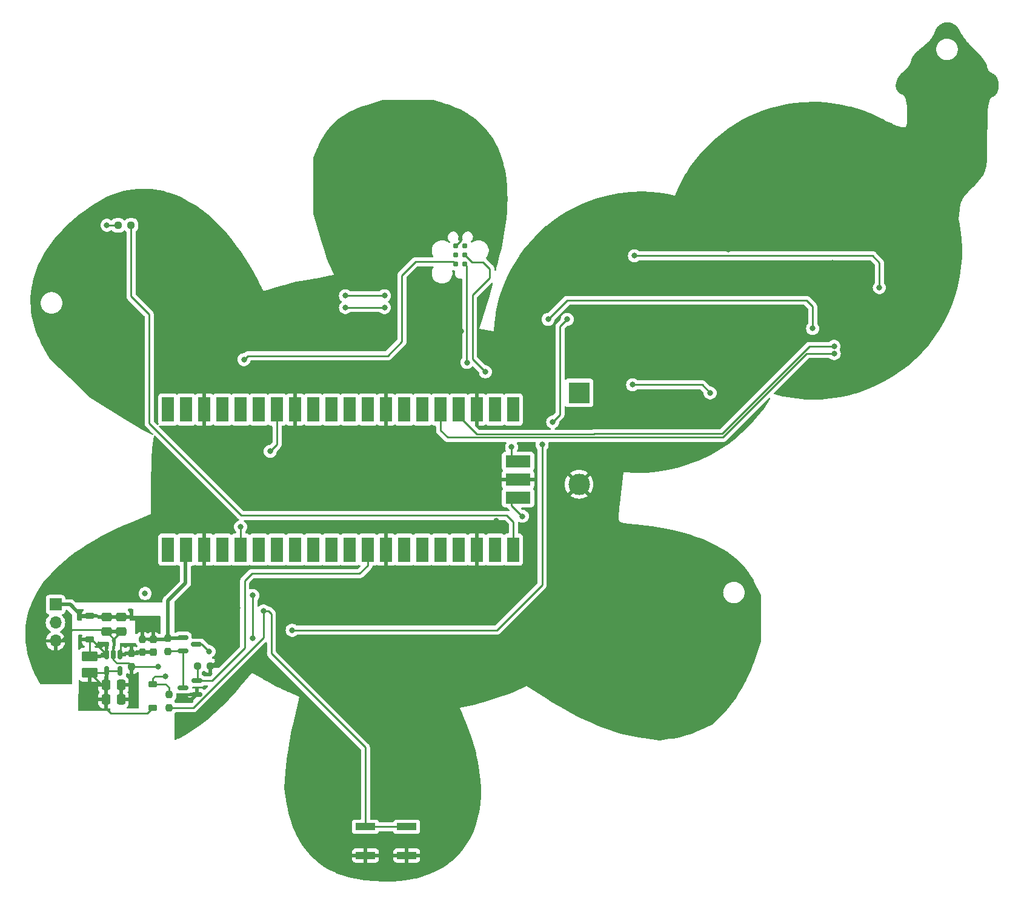
<source format=gbr>
%TF.GenerationSoftware,KiCad,Pcbnew,7.0.9*%
%TF.CreationDate,2024-01-30T18:45:19-06:00*%
%TF.ProjectId,bsidesPR,62736964-6573-4505-922e-6b696361645f,rev?*%
%TF.SameCoordinates,Original*%
%TF.FileFunction,Copper,L2,Bot*%
%TF.FilePolarity,Positive*%
%FSLAX46Y46*%
G04 Gerber Fmt 4.6, Leading zero omitted, Abs format (unit mm)*
G04 Created by KiCad (PCBNEW 7.0.9) date 2024-01-30 18:45:19*
%MOMM*%
%LPD*%
G01*
G04 APERTURE LIST*
G04 Aperture macros list*
%AMRoundRect*
0 Rectangle with rounded corners*
0 $1 Rounding radius*
0 $2 $3 $4 $5 $6 $7 $8 $9 X,Y pos of 4 corners*
0 Add a 4 corners polygon primitive as box body*
4,1,4,$2,$3,$4,$5,$6,$7,$8,$9,$2,$3,0*
0 Add four circle primitives for the rounded corners*
1,1,$1+$1,$2,$3*
1,1,$1+$1,$4,$5*
1,1,$1+$1,$6,$7*
1,1,$1+$1,$8,$9*
0 Add four rect primitives between the rounded corners*
20,1,$1+$1,$2,$3,$4,$5,0*
20,1,$1+$1,$4,$5,$6,$7,0*
20,1,$1+$1,$6,$7,$8,$9,0*
20,1,$1+$1,$8,$9,$2,$3,0*%
G04 Aperture macros list end*
%TA.AperFunction,ComponentPad*%
%ADD10C,3.000000*%
%TD*%
%TA.AperFunction,ComponentPad*%
%ADD11R,3.000000X3.000000*%
%TD*%
%TA.AperFunction,ComponentPad*%
%ADD12O,1.700000X1.700000*%
%TD*%
%TA.AperFunction,ComponentPad*%
%ADD13R,1.700000X1.700000*%
%TD*%
%TA.AperFunction,SMDPad,CuDef*%
%ADD14R,3.500000X1.700000*%
%TD*%
%TA.AperFunction,SMDPad,CuDef*%
%ADD15R,1.700000X3.500000*%
%TD*%
%TA.AperFunction,SMDPad,CuDef*%
%ADD16RoundRect,0.237500X0.250000X0.237500X-0.250000X0.237500X-0.250000X-0.237500X0.250000X-0.237500X0*%
%TD*%
%TA.AperFunction,SMDPad,CuDef*%
%ADD17R,2.750000X1.000000*%
%TD*%
%TA.AperFunction,SMDPad,CuDef*%
%ADD18RoundRect,0.237500X-0.237500X0.250000X-0.237500X-0.250000X0.237500X-0.250000X0.237500X0.250000X0*%
%TD*%
%TA.AperFunction,SMDPad,CuDef*%
%ADD19RoundRect,0.150000X0.587500X0.150000X-0.587500X0.150000X-0.587500X-0.150000X0.587500X-0.150000X0*%
%TD*%
%TA.AperFunction,SMDPad,CuDef*%
%ADD20RoundRect,0.150000X-0.587500X-0.150000X0.587500X-0.150000X0.587500X0.150000X-0.587500X0.150000X0*%
%TD*%
%TA.AperFunction,SMDPad,CuDef*%
%ADD21RoundRect,0.225000X-0.375000X0.225000X-0.375000X-0.225000X0.375000X-0.225000X0.375000X0.225000X0*%
%TD*%
%TA.AperFunction,SMDPad,CuDef*%
%ADD22RoundRect,0.250000X-0.337500X-0.475000X0.337500X-0.475000X0.337500X0.475000X-0.337500X0.475000X0*%
%TD*%
%TA.AperFunction,SMDPad,CuDef*%
%ADD23RoundRect,0.250000X-0.475000X0.337500X-0.475000X-0.337500X0.475000X-0.337500X0.475000X0.337500X0*%
%TD*%
%TA.AperFunction,SMDPad,CuDef*%
%ADD24RoundRect,0.250001X0.849999X-0.462499X0.849999X0.462499X-0.849999X0.462499X-0.849999X-0.462499X0*%
%TD*%
%TA.AperFunction,SMDPad,CuDef*%
%ADD25RoundRect,0.237500X-0.237500X0.300000X-0.237500X-0.300000X0.237500X-0.300000X0.237500X0.300000X0*%
%TD*%
%TA.AperFunction,SMDPad,CuDef*%
%ADD26RoundRect,0.150000X-0.150000X0.512500X-0.150000X-0.512500X0.150000X-0.512500X0.150000X0.512500X0*%
%TD*%
%TA.AperFunction,SMDPad,CuDef*%
%ADD27RoundRect,0.225000X0.375000X-0.225000X0.375000X0.225000X-0.375000X0.225000X-0.375000X-0.225000X0*%
%TD*%
%TA.AperFunction,SMDPad,CuDef*%
%ADD28RoundRect,0.237500X-0.250000X-0.237500X0.250000X-0.237500X0.250000X0.237500X-0.250000X0.237500X0*%
%TD*%
%TA.AperFunction,ConnectorPad*%
%ADD29C,0.787400*%
%TD*%
%TA.AperFunction,ViaPad*%
%ADD30C,1.000000*%
%TD*%
%TA.AperFunction,ViaPad*%
%ADD31C,0.800000*%
%TD*%
%TA.AperFunction,Conductor*%
%ADD32C,0.500000*%
%TD*%
%TA.AperFunction,Conductor*%
%ADD33C,0.250000*%
%TD*%
G04 APERTURE END LIST*
D10*
%TO.P,BT1,2,-*%
%TO.N,GND*%
X156113000Y-99160000D03*
D11*
%TO.P,BT1,1,+*%
%TO.N,Net-(BT1-+)*%
X156113000Y-86360000D03*
%TD*%
D12*
%TO.P,J3,3,Pin_3*%
%TO.N,GND*%
X82947172Y-121056901D03*
%TO.P,J3,2,Pin_2*%
%TO.N,VLED*%
X82947172Y-118516901D03*
D13*
%TO.P,J3,1,Pin_1*%
%TO.N,+5V*%
X82947172Y-115976901D03*
%TD*%
D14*
%TO.P,U1,43,SWDIO*%
%TO.N,Net-(J2-SWDIO)*%
X147577888Y-101039921D03*
%TO.P,U1,42,GND*%
%TO.N,GND*%
X147577888Y-98499921D03*
%TO.P,U1,41,SWCLK*%
%TO.N,Net-(J2-SWCLK)*%
X147577888Y-95959921D03*
D15*
%TO.P,U1,40,VBUS*%
%TO.N,unconnected-(U1-VBUS-Pad40)*%
X98647888Y-108289921D03*
%TO.P,U1,39,VSYS*%
%TO.N,+5V*%
X101187888Y-108289921D03*
%TO.P,U1,38,GND*%
%TO.N,GND*%
X103727888Y-108289921D03*
%TO.P,U1,37,3V3_EN*%
%TO.N,unconnected-(U1-3V3_EN-Pad37)*%
X106267888Y-108289921D03*
%TO.P,U1,36,3V3*%
%TO.N,+3V3*%
X108807888Y-108289921D03*
%TO.P,U1,35,ADC_VREF*%
%TO.N,unconnected-(U1-ADC_VREF-Pad35)*%
X111347888Y-108289921D03*
%TO.P,U1,34,GPIO28_ADC2*%
%TO.N,unconnected-(U1-GPIO28_ADC2-Pad34)*%
X113887888Y-108289921D03*
%TO.P,U1,33,AGND*%
%TO.N,unconnected-(U1-AGND-Pad33)*%
X116427888Y-108289921D03*
%TO.P,U1,32,GPIO27_ADC1*%
%TO.N,unconnected-(U1-GPIO27_ADC1-Pad32)*%
X118967888Y-108289921D03*
%TO.P,U1,31,GPIO26_ADC0*%
%TO.N,unconnected-(U1-GPIO26_ADC0-Pad31)*%
X121507888Y-108289921D03*
%TO.P,U1,30,RUN*%
%TO.N,unconnected-(U1-RUN-Pad30)*%
X124047888Y-108289921D03*
%TO.P,U1,29,GPIO22*%
%TO.N,ENABLE_VLED*%
X126587888Y-108289921D03*
%TO.P,U1,28,GND*%
%TO.N,GND*%
X129127888Y-108289921D03*
%TO.P,U1,27,GPIO21*%
%TO.N,unconnected-(U1-GPIO21-Pad27)*%
X131667888Y-108289921D03*
%TO.P,U1,26,GPIO20*%
%TO.N,unconnected-(U1-GPIO20-Pad26)*%
X134207888Y-108289921D03*
%TO.P,U1,25,GPIO19*%
%TO.N,unconnected-(U1-GPIO19-Pad25)*%
X136747888Y-108289921D03*
%TO.P,U1,24,GPIO18*%
%TO.N,unconnected-(U1-GPIO18-Pad24)*%
X139287888Y-108289921D03*
%TO.P,U1,23,GND*%
%TO.N,GND*%
X141827888Y-108289921D03*
%TO.P,U1,22,GPIO17*%
%TO.N,unconnected-(U1-GPIO17-Pad22)*%
X144367888Y-108289921D03*
%TO.P,U1,21,GPIO16*%
%TO.N,LED_PIN*%
X146907888Y-108289921D03*
%TO.P,U1,20,GPIO15*%
%TO.N,unconnected-(U1-GPIO15-Pad20)*%
X146907888Y-88709921D03*
%TO.P,U1,19,GPIO14*%
%TO.N,unconnected-(U1-GPIO14-Pad19)*%
X144367888Y-88709921D03*
%TO.P,U1,18,GND*%
%TO.N,GND*%
X141827888Y-88709921D03*
%TO.P,U1,17,GPIO13*%
%TO.N,CEREAL_RX*%
X139287888Y-88709921D03*
%TO.P,U1,16,GPIO12*%
%TO.N,CEREAL_TX*%
X136747888Y-88709921D03*
%TO.P,U1,15,GPIO11*%
%TO.N,unconnected-(U1-GPIO11-Pad15)*%
X134207888Y-88709921D03*
%TO.P,U1,14,GPIO10*%
%TO.N,unconnected-(U1-GPIO10-Pad14)*%
X131667888Y-88709921D03*
%TO.P,U1,13,GND*%
%TO.N,GND*%
X129127888Y-88709921D03*
%TO.P,U1,12,GPIO9*%
%TO.N,unconnected-(U1-GPIO9-Pad12)*%
X126587888Y-88709921D03*
%TO.P,U1,11,GPIO8*%
%TO.N,unconnected-(U1-GPIO8-Pad11)*%
X124047888Y-88709921D03*
%TO.P,U1,10,GPIO7*%
%TO.N,unconnected-(U1-GPIO7-Pad10)*%
X121507888Y-88709921D03*
%TO.P,U1,9,GPIO6*%
%TO.N,unconnected-(U1-GPIO6-Pad9)*%
X118967888Y-88709921D03*
%TO.P,U1,8,GND*%
%TO.N,GND*%
X116427888Y-88709921D03*
%TO.P,U1,7,GPIO5*%
%TO.N,RPi_WAKE*%
X113887888Y-88709921D03*
%TO.P,U1,6,GPIO4*%
%TO.N,unconnected-(U1-GPIO4-Pad6)*%
X111347888Y-88709921D03*
%TO.P,U1,5,GPIO3*%
%TO.N,unconnected-(U1-GPIO3-Pad5)*%
X108807888Y-88709921D03*
%TO.P,U1,4,GPIO2*%
%TO.N,unconnected-(U1-GPIO2-Pad4)*%
X106267888Y-88709921D03*
%TO.P,U1,3,GND*%
%TO.N,GND*%
X103727888Y-88709921D03*
%TO.P,U1,2,GPIO1*%
%TO.N,unconnected-(U1-GPIO1-Pad2)*%
X101187888Y-88709921D03*
%TO.P,U1,1,GPIO0*%
%TO.N,unconnected-(U1-GPIO0-Pad1)*%
X98647888Y-88709921D03*
%TD*%
D16*
%TO.P,R6,2*%
%TO.N,Net-(D1-DIN)*%
X91686672Y-62941701D03*
%TO.P,R6,1*%
%TO.N,LED_PIN*%
X93511672Y-62941701D03*
%TD*%
D17*
%TO.P,SW1,1,A*%
%TO.N,RPi_WAKE*%
X132007888Y-147045921D03*
X126247888Y-147045921D03*
%TO.P,SW1,2,B*%
%TO.N,GND*%
X132007888Y-151045921D03*
%TO.P,SW1,4,B*%
X126247888Y-151045921D03*
%TD*%
D18*
%TO.P,R1,1*%
%TO.N,Net-(BT1-+)*%
X98838172Y-128579401D03*
%TO.P,R1,2*%
%TO.N,RPi_WAKE*%
X98838172Y-130404401D03*
%TD*%
D19*
%TO.P,Q1,3,D*%
%TO.N,Net-(Q1-D)*%
X100795672Y-127587901D03*
%TO.P,Q1,2,S*%
%TO.N,GND*%
X102670672Y-128537901D03*
%TO.P,Q1,1,G*%
%TO.N,ENABLE_VLED*%
X102670672Y-126637901D03*
%TD*%
D18*
%TO.P,R4,2*%
%TO.N,Net-(Q1-D)*%
X98670672Y-122500401D03*
%TO.P,R4,1*%
%TO.N,+5V*%
X98670672Y-120675401D03*
%TD*%
D20*
%TO.P,Q2,3,D*%
%TO.N,VLED*%
X102608172Y-121537901D03*
%TO.P,Q2,2,S*%
%TO.N,+5V*%
X100733172Y-120587901D03*
%TO.P,Q2,1,G*%
%TO.N,Net-(Q1-D)*%
X100733172Y-122487901D03*
%TD*%
D21*
%TO.P,D52,2,A*%
%TO.N,/SW*%
X87736888Y-120883921D03*
%TO.P,D52,1,K*%
%TO.N,+5V*%
X87736888Y-117583921D03*
%TD*%
D22*
%TO.P,C1,2*%
%TO.N,GND*%
X92086888Y-129233921D03*
%TO.P,C1,1*%
%TO.N,/EN*%
X90011888Y-129233921D03*
%TD*%
D23*
%TO.P,C5,2*%
%TO.N,GND*%
X92086888Y-119771421D03*
%TO.P,C5,1*%
%TO.N,+5V*%
X92086888Y-117696421D03*
%TD*%
D24*
%TO.P,L1,2,2*%
%TO.N,/SW*%
X87736888Y-123211421D03*
%TO.P,L1,1,1*%
%TO.N,/EN*%
X87736888Y-125536421D03*
%TD*%
D25*
%TO.P,C3,2*%
%TO.N,/FB*%
X96586888Y-122596421D03*
%TO.P,C3,1*%
%TO.N,+5V*%
X96586888Y-120871421D03*
%TD*%
D26*
%TO.P,U2,5,VIN*%
%TO.N,/EN*%
X90086888Y-125233921D03*
%TO.P,U2,4,EN*%
X91986888Y-125233921D03*
%TO.P,U2,3,FB*%
%TO.N,/FB*%
X91986888Y-122958921D03*
%TO.P,U2,2,GND*%
%TO.N,GND*%
X91036888Y-122958921D03*
%TO.P,U2,1,SW*%
%TO.N,/SW*%
X90086888Y-122958921D03*
%TD*%
D18*
%TO.P,R2,2*%
%TO.N,/FB*%
X95086888Y-122646421D03*
%TO.P,R2,1*%
%TO.N,+5V*%
X95086888Y-120821421D03*
%TD*%
D23*
%TO.P,C4,2*%
%TO.N,GND*%
X90086888Y-119771421D03*
%TO.P,C4,1*%
%TO.N,+5V*%
X90086888Y-117696421D03*
%TD*%
D18*
%TO.P,R3,2*%
%TO.N,GND*%
X93586888Y-124646421D03*
%TO.P,R3,1*%
%TO.N,/FB*%
X93586888Y-122821421D03*
%TD*%
D22*
%TO.P,C2,2*%
%TO.N,GND*%
X92086888Y-127233921D03*
%TO.P,C2,1*%
%TO.N,/EN*%
X90011888Y-127233921D03*
%TD*%
D27*
%TO.P,D51,2,A*%
%TO.N,Net-(BT1-+)*%
X96552172Y-127079901D03*
%TO.P,D51,1,K*%
%TO.N,/EN*%
X96552172Y-130379901D03*
%TD*%
D28*
%TO.P,R5,2*%
%TO.N,GND*%
X104583172Y-124537901D03*
%TO.P,R5,1*%
%TO.N,ENABLE_VLED*%
X102758172Y-124537901D03*
%TD*%
D29*
%TO.P,J2,1,VCC*%
%TO.N,+3V3*%
X138877972Y-68377301D03*
%TO.P,J2,2,SWDIO*%
%TO.N,Net-(J2-SWDIO)*%
X140147972Y-68377301D03*
%TO.P,J2,3,~{RESET}*%
%TO.N,unconnected-(J2-~{RESET}-Pad3)*%
X138877972Y-67107301D03*
%TO.P,J2,4,SWCLK*%
%TO.N,Net-(J2-SWCLK)*%
X140147972Y-67107301D03*
%TO.P,J2,5,GND*%
%TO.N,GND*%
X138877972Y-65837301D03*
%TO.P,J2,6,SWO*%
%TO.N,unconnected-(J2-SWO-Pad6)*%
X140147972Y-65837301D03*
%TD*%
D30*
%TO.N,GND*%
X105680172Y-123850901D03*
X108004272Y-126251201D03*
D31*
%TO.N,Net-(J2-SWDIO)*%
X140452772Y-82118701D03*
%TO.N,Net-(J2-SWCLK)*%
X143018172Y-83439501D03*
%TO.N,Net-(J2-SWDIO)*%
X148174372Y-103632501D03*
%TO.N,Net-(J2-SWCLK)*%
X146675772Y-93955101D03*
%TO.N,+3V3*%
X109286972Y-81712301D03*
X108804372Y-105105701D03*
%TO.N,Net-(BT1-+)*%
X150942972Y-93599501D03*
X116017972Y-119558301D03*
X98339572Y-126009901D03*
%TO.N,GND*%
X101768572Y-119126501D03*
%TO.N,VLED*%
X95469372Y-114427501D03*
X104410172Y-122530101D03*
%TO.N,RPi_WAKE*%
X112944572Y-94539301D03*
X112004772Y-116865901D03*
%TO.N,CEREAL_TX*%
X191764662Y-80882088D03*
%TO.N,CEREAL_RX*%
X191735873Y-79883000D03*
%TO.N,GND*%
X144516772Y-104216701D03*
X131313344Y-100706929D03*
X143200544Y-93874329D03*
X151785744Y-84095329D03*
X136181000Y-50211729D03*
X125141144Y-61489329D03*
X144318144Y-62022729D03*
X134513744Y-63546729D03*
X139619144Y-77770729D03*
X120569144Y-77719929D03*
%TO.N,Net-(D1-DIN)*%
X90135372Y-62941701D03*
%TO.N,GND*%
X90084572Y-69825101D03*
X106086572Y-70866501D03*
X97399772Y-75921101D03*
X92853172Y-86360501D03*
X104685000Y-91867729D03*
X120285172Y-93116901D03*
X102632172Y-103784901D03*
X93107172Y-113309901D03*
X97298172Y-124646421D03*
X93919972Y-129235701D03*
D30*
X100927500Y-129261101D03*
D31*
X108347172Y-116484901D03*
X124222172Y-105054901D03*
X129937172Y-112674901D03*
X121682172Y-117754901D03*
X119142172Y-127279901D03*
X121682172Y-144424901D03*
X134155073Y-152700729D03*
X131842172Y-143154901D03*
X140732172Y-144424901D03*
X136266344Y-130454901D03*
X142616344Y-117527802D03*
X154702172Y-122199901D03*
X162322172Y-132359901D03*
X178197172Y-126644901D03*
X169286344Y-123242802D03*
X171847172Y-112674901D03*
X160061572Y-107067574D03*
X161052172Y-95529901D03*
X172482172Y-94894901D03*
X166767172Y-82829901D03*
X161687172Y-70764901D03*
X181372172Y-82829901D03*
X176927172Y-66319901D03*
X185817172Y-55524901D03*
X191532172Y-68224901D03*
X199787172Y-77114901D03*
X205502172Y-66319901D03*
X199152172Y-55524901D03*
X209947172Y-51714901D03*
%TO.N,Net-(D42-DOUT)*%
X174424172Y-86385901D03*
X163592172Y-85242901D03*
%TO.N,Net-(D39-DOUT)*%
X188738172Y-77368901D03*
X151781172Y-76098901D03*
%TO.N,Net-(D37-DOUT)*%
X154448172Y-76098901D03*
X152416172Y-90449901D03*
%TO.N,Net-(D38-DOUT)*%
X198067000Y-71653901D03*
X163846172Y-67208901D03*
%TO.N,Net-(D17-DOUT)*%
X123460172Y-74447901D03*
X128921172Y-74447901D03*
%TO.N,Net-(D16-DOUT)*%
X123460172Y-72796901D03*
X128921172Y-72796901D03*
%TO.N,Net-(D12-DOUT)*%
X110506172Y-114706901D03*
X110506172Y-120650501D03*
%TD*%
D32*
%TO.N,GND*%
X105680172Y-123850901D02*
X104993172Y-124537901D01*
X104993172Y-124537901D02*
X104583172Y-124537901D01*
X101947472Y-129261101D02*
X102670672Y-128537901D01*
X100927500Y-129261101D02*
X101947472Y-129261101D01*
D33*
%TO.N,/EN*%
X89434388Y-127233921D02*
X90011888Y-127233921D01*
X87736888Y-125536421D02*
X89434388Y-127233921D01*
X89784388Y-125536421D02*
X90086888Y-125233921D01*
X87736888Y-125536421D02*
X89784388Y-125536421D01*
X90011888Y-125308921D02*
X90086888Y-125233921D01*
X90011888Y-127233921D02*
X90011888Y-125308921D01*
X90011888Y-127233921D02*
X90011888Y-129233921D01*
%TO.N,+5V*%
X96536888Y-120821421D02*
X96586888Y-120871421D01*
X95086888Y-120821421D02*
X96536888Y-120821421D01*
%TO.N,/FB*%
X96536888Y-122646421D02*
X96586888Y-122596421D01*
X95086888Y-122646421D02*
X96536888Y-122646421D01*
X93761888Y-122646421D02*
X93586888Y-122821421D01*
X95086888Y-122646421D02*
X93761888Y-122646421D01*
%TO.N,GND*%
X97298172Y-124646421D02*
X93586888Y-124646421D01*
%TO.N,/EN*%
X95791372Y-131140701D02*
X96552172Y-130379901D01*
X90694172Y-131140701D02*
X95791372Y-131140701D01*
X90011888Y-130458417D02*
X90694172Y-131140701D01*
X90011888Y-129233921D02*
X90011888Y-130458417D01*
%TO.N,GND*%
X92088668Y-129235701D02*
X92086888Y-129233921D01*
X93919972Y-129235701D02*
X92088668Y-129235701D01*
%TO.N,Net-(J2-SWDIO)*%
X140427372Y-68656701D02*
X140147972Y-68377301D01*
X140427372Y-82093301D02*
X140427372Y-68656701D01*
X140452772Y-82118701D02*
X140427372Y-82093301D01*
%TO.N,Net-(J2-SWCLK)*%
X141125522Y-68084851D02*
X140147972Y-67107301D01*
X143615422Y-70294489D02*
X143615422Y-69000113D01*
X142700160Y-68084851D02*
X141125522Y-68084851D01*
X141214772Y-72695139D02*
X143615422Y-70294489D01*
X141214772Y-81636101D02*
X141214772Y-72695139D01*
X143018172Y-83439501D02*
X141214772Y-81636101D01*
X143615422Y-69000113D02*
X142700160Y-68084851D01*
%TO.N,Net-(J2-SWDIO)*%
X146677888Y-102136017D02*
X146677888Y-101039921D01*
X148174372Y-103632501D02*
X146677888Y-102136017D01*
%TO.N,Net-(J2-SWCLK)*%
X146675772Y-93955101D02*
X146677888Y-93957217D01*
X146677888Y-95959921D02*
X146675772Y-93955101D01*
%TO.N,+3V3*%
X138535422Y-68034751D02*
X138877972Y-68377301D01*
X129352972Y-81204301D02*
X131359572Y-79197701D01*
X131359572Y-69926701D02*
X133251522Y-68034751D01*
X133251522Y-68034751D02*
X138535422Y-68034751D01*
X109794972Y-81204301D02*
X129352972Y-81204301D01*
X131359572Y-79197701D02*
X131359572Y-69926701D01*
X109286972Y-81712301D02*
X109794972Y-81204301D01*
X108807888Y-105051385D02*
X108807888Y-107389921D01*
X108804372Y-105105701D02*
X108804372Y-105054901D01*
X108804372Y-105054901D02*
X108807888Y-105051385D01*
X108829772Y-105080301D02*
X108829772Y-105029501D01*
X108804372Y-105105701D02*
X108829772Y-105080301D01*
%TO.N,GND*%
X138998590Y-63546729D02*
X134513744Y-63546729D01*
X139658672Y-64206811D02*
X138998590Y-63546729D01*
X139658672Y-65056601D02*
X139658672Y-64206811D01*
X138877972Y-65837301D02*
X139658672Y-65056601D01*
%TO.N,ENABLE_VLED*%
X126587888Y-110486985D02*
X126587888Y-107389921D01*
X125415972Y-111658901D02*
X126587888Y-110486985D01*
X110379172Y-111658901D02*
X125415972Y-111658901D01*
X109388572Y-122072901D02*
X109388572Y-112649501D01*
X104823572Y-126637901D02*
X109388572Y-122072901D01*
X102670672Y-126637901D02*
X104823572Y-126637901D01*
X109388572Y-112649501D02*
X110379172Y-111658901D01*
%TO.N,Net-(BT1-+)*%
X150942972Y-97257101D02*
X150942972Y-93599501D01*
X150942972Y-113208301D02*
X150942972Y-97257101D01*
X144592972Y-119558301D02*
X150942972Y-113208301D01*
X116017972Y-119558301D02*
X144592972Y-119558301D01*
%TO.N,RPi_WAKE*%
X113122372Y-117323101D02*
X112665172Y-116865901D01*
X126247888Y-135935017D02*
X113122372Y-122809501D01*
X113122372Y-122809501D02*
X113122372Y-117323101D01*
X126247888Y-147045921D02*
X126247888Y-135935017D01*
X112665172Y-116865901D02*
X112004772Y-116865901D01*
%TO.N,Net-(D12-DOUT)*%
X110506172Y-120650501D02*
X110506172Y-114706901D01*
%TO.N,VLED*%
X103417972Y-121537901D02*
X102608172Y-121537901D01*
X104410172Y-122530101D02*
X103417972Y-121537901D01*
%TO.N,Net-(BT1-+)*%
X96840972Y-126009901D02*
X98339572Y-126009901D01*
X96552172Y-126298701D02*
X96840972Y-126009901D01*
X96552172Y-127079901D02*
X96552172Y-126298701D01*
X98339572Y-126009901D02*
X98390372Y-125959101D01*
D32*
%TO.N,+5V*%
X101108172Y-107469637D02*
X101187888Y-107389921D01*
X101108172Y-112954301D02*
X101108172Y-107469637D01*
X98670672Y-120675401D02*
X98670672Y-115391801D01*
X98670672Y-115391801D02*
X101108172Y-112954301D01*
D33*
%TO.N,LED_PIN*%
X93511672Y-72871201D02*
X93511672Y-62941701D01*
X96028172Y-90602301D02*
X96028172Y-75387701D01*
X108917572Y-103491701D02*
X96028172Y-90602301D01*
X96028172Y-75387701D02*
X93511672Y-72871201D01*
X146001572Y-103491701D02*
X108917572Y-103491701D01*
X146907888Y-107389921D02*
X146907888Y-104398017D01*
X146907888Y-104398017D02*
X146001572Y-103491701D01*
%TO.N,RPi_WAKE*%
X113887888Y-93595985D02*
X113887888Y-89609921D01*
X112944572Y-94539301D02*
X113887888Y-93595985D01*
X112004772Y-116865901D02*
X112004772Y-120617209D01*
X112004772Y-120617209D02*
X102217580Y-130404401D01*
X102217580Y-130404401D02*
X98838172Y-130404401D01*
%TO.N,CEREAL_TX*%
X187925372Y-80874101D02*
X191756675Y-80874101D01*
X191756675Y-80874101D02*
X191764662Y-80882088D01*
X176190572Y-92608901D02*
X187925372Y-80874101D01*
X137760372Y-92608901D02*
X176190572Y-92608901D01*
X136747888Y-91596417D02*
X137760372Y-92608901D01*
X136747888Y-89609921D02*
X136747888Y-91596417D01*
%TO.N,CEREAL_RX*%
X176087576Y-92075501D02*
X158283572Y-92075501D01*
X158200172Y-92158901D02*
X141836868Y-92158901D01*
X188279576Y-79883501D02*
X176087576Y-92075501D01*
X158283572Y-92075501D02*
X158200172Y-92158901D01*
X141836868Y-92158901D02*
X139287888Y-89609921D01*
X191633772Y-79883501D02*
X188279576Y-79883501D01*
X191684572Y-79934301D02*
X191633772Y-79883501D01*
X191735873Y-79883000D02*
X191684572Y-79934301D01*
X191684572Y-79934301D02*
X191633772Y-79934301D01*
%TO.N,RPi_WAKE*%
X132007888Y-147045921D02*
X126247888Y-147045921D01*
%TO.N,Net-(BT1-+)*%
X98838172Y-127575301D02*
X98838172Y-128579401D01*
X98342772Y-127079901D02*
X98838172Y-127575301D01*
X96552172Y-127079901D02*
X98342772Y-127079901D01*
%TO.N,Net-(D1-DIN)*%
X90135372Y-62941701D02*
X91686672Y-62941701D01*
%TO.N,GND*%
X85233172Y-119532901D02*
X89848368Y-119532901D01*
X83709172Y-121056901D02*
X85233172Y-119532901D01*
X89848368Y-119532901D02*
X90086888Y-119771421D01*
X82947172Y-121056901D02*
X83709172Y-121056901D01*
D32*
%TO.N,+5V*%
X87692908Y-117627901D02*
X87736888Y-117583921D01*
X86630172Y-117627901D02*
X87692908Y-117627901D01*
X84979172Y-115976901D02*
X86630172Y-117627901D01*
X82947172Y-115976901D02*
X84979172Y-115976901D01*
D33*
%TO.N,Net-(D42-DOUT)*%
X174424172Y-86385901D02*
X173281172Y-85242901D01*
X173281172Y-85242901D02*
X163592172Y-85242901D01*
%TO.N,Net-(D37-DOUT)*%
X153432172Y-89433901D02*
X153432172Y-77114901D01*
X153432172Y-77114901D02*
X154448172Y-76098901D01*
X152416172Y-90449901D02*
X153432172Y-89433901D01*
%TO.N,Net-(D39-DOUT)*%
X187849172Y-73431901D02*
X188738172Y-74320901D01*
X184801172Y-73431901D02*
X187849172Y-73431901D01*
X188738172Y-74320901D02*
X188738172Y-77368901D01*
X154448172Y-73431901D02*
X184801172Y-73431901D01*
X151781172Y-76098901D02*
X154448172Y-73431901D01*
%TO.N,Net-(D38-DOUT)*%
X197120172Y-67208901D02*
X198067000Y-68155729D01*
X198067000Y-68155729D02*
X198067000Y-71653901D01*
X163846172Y-67208901D02*
X197120172Y-67208901D01*
%TO.N,Net-(D17-DOUT)*%
X128921172Y-74447901D02*
X123460172Y-74447901D01*
%TO.N,Net-(D16-DOUT)*%
X128921172Y-72796901D02*
X123460172Y-72796901D01*
%TO.N,/FB*%
X92086888Y-122858921D02*
X92086888Y-122733921D01*
X92174388Y-122821421D02*
X93586888Y-122821421D01*
X92086888Y-122733921D02*
X92174388Y-122821421D01*
X91986888Y-122958921D02*
X92086888Y-122858921D01*
%TO.N,GND*%
X91036888Y-120721421D02*
X91036888Y-122958921D01*
X90086888Y-119771421D02*
X91036888Y-120721421D01*
X91036888Y-123688617D02*
X91508172Y-124159901D01*
X91036888Y-122958921D02*
X91036888Y-123688617D01*
X93100368Y-124159901D02*
X93586888Y-124646421D01*
X91508172Y-124159901D02*
X93100368Y-124159901D01*
%TO.N,VLED*%
X102648172Y-121497901D02*
X102608172Y-121537901D01*
%TO.N,Net-(Q1-D)*%
X100733172Y-122487901D02*
X98683172Y-122487901D01*
X100795672Y-127587901D02*
X100795672Y-122550401D01*
%TO.N,ENABLE_VLED*%
X102758172Y-124537901D02*
X102758172Y-126550401D01*
X102758172Y-126550401D02*
X102670672Y-126637901D01*
%TO.N,Net-(Q1-D)*%
X98683172Y-122487901D02*
X98670672Y-122500401D01*
X100795672Y-122550401D02*
X100733172Y-122487901D01*
%TO.N,/SW*%
X89834388Y-123211421D02*
X90086888Y-122958921D01*
D32*
%TO.N,+5V*%
X98670672Y-120675401D02*
X100645672Y-120675401D01*
D33*
%TO.N,/SW*%
X87736888Y-120883921D02*
X88011888Y-120883921D01*
X87736888Y-120883921D02*
X87736888Y-123211421D01*
D32*
%TO.N,+5V*%
X98474652Y-120871421D02*
X98670672Y-120675401D01*
D33*
%TO.N,/SW*%
X88011888Y-120883921D02*
X90086888Y-122958921D01*
D32*
%TO.N,+5V*%
X96586888Y-120871421D02*
X98474652Y-120871421D01*
D33*
X100645672Y-120675401D02*
X100733172Y-120587901D01*
%TO.N,/SW*%
X87736888Y-123211421D02*
X89834388Y-123211421D01*
%TO.N,/EN*%
X90086888Y-125233921D02*
X91986888Y-125233921D01*
%TO.N,GND*%
X91036888Y-120821421D02*
X91036888Y-122958921D01*
X92086888Y-119771421D02*
X91036888Y-120821421D01*
%TD*%
%TA.AperFunction,Conductor*%
%TO.N,GND*%
G36*
X93783009Y-124412423D02*
G01*
X93829502Y-124466079D01*
X93840888Y-124518421D01*
X93840888Y-125641921D01*
X93874073Y-125641921D01*
X93874072Y-125641920D01*
X93976161Y-125631490D01*
X93976164Y-125631489D01*
X94141595Y-125576672D01*
X94289921Y-125485183D01*
X94359917Y-125415187D01*
X94422229Y-125381162D01*
X94493045Y-125386226D01*
X94549881Y-125428772D01*
X94574692Y-125495292D01*
X94575012Y-125503819D01*
X94592942Y-130380738D01*
X94573191Y-130448932D01*
X94519706Y-130495621D01*
X94466943Y-130507201D01*
X93002273Y-130507201D01*
X92934152Y-130487199D01*
X92887659Y-130433543D01*
X92877555Y-130363269D01*
X92907049Y-130298689D01*
X92913178Y-130292106D01*
X93023017Y-130182266D01*
X93023022Y-130182260D01*
X93116045Y-130031446D01*
X93171781Y-129863242D01*
X93171782Y-129863239D01*
X93182387Y-129759437D01*
X93182388Y-129759437D01*
X93182388Y-129487921D01*
X91958888Y-129487921D01*
X91890767Y-129467919D01*
X91844274Y-129414263D01*
X91832888Y-129361921D01*
X91832888Y-127487921D01*
X92340888Y-127487921D01*
X92340888Y-128979921D01*
X93182388Y-128979921D01*
X93182388Y-128708404D01*
X93171782Y-128604602D01*
X93171781Y-128604599D01*
X93116045Y-128436395D01*
X93031957Y-128300068D01*
X93013220Y-128231589D01*
X93031957Y-128167774D01*
X93116045Y-128031446D01*
X93171781Y-127863242D01*
X93171782Y-127863239D01*
X93182387Y-127759437D01*
X93182388Y-127759437D01*
X93182388Y-127487921D01*
X92340888Y-127487921D01*
X91832888Y-127487921D01*
X91832888Y-127105921D01*
X91852890Y-127037800D01*
X91906546Y-126991307D01*
X91958888Y-126979921D01*
X93182388Y-126979921D01*
X93182388Y-126708404D01*
X93171782Y-126604602D01*
X93171781Y-126604599D01*
X93116045Y-126436395D01*
X93023022Y-126285581D01*
X93023017Y-126285575D01*
X92897726Y-126160284D01*
X92892492Y-126156145D01*
X92851467Y-126098202D01*
X92844648Y-126057314D01*
X92844648Y-125686759D01*
X92864650Y-125618638D01*
X92918306Y-125572145D01*
X92988580Y-125562041D01*
X93024786Y-125575168D01*
X93025531Y-125573572D01*
X93032175Y-125576670D01*
X93197611Y-125631489D01*
X93197614Y-125631490D01*
X93299703Y-125641920D01*
X93299703Y-125641921D01*
X93332888Y-125641921D01*
X93332888Y-124518421D01*
X93352890Y-124450300D01*
X93406546Y-124403807D01*
X93458888Y-124392421D01*
X93714888Y-124392421D01*
X93783009Y-124412423D01*
G37*
%TD.AperFunction*%
%TA.AperFunction,Conductor*%
G36*
X91153035Y-120716490D02*
G01*
X91289362Y-120800578D01*
X91308281Y-120806847D01*
X91366652Y-120847261D01*
X91393908Y-120912817D01*
X91394648Y-120926452D01*
X91394648Y-121653756D01*
X91374646Y-121721877D01*
X91339962Y-121751930D01*
X91341235Y-121753626D01*
X91290888Y-121791427D01*
X91290888Y-122041576D01*
X91273342Y-122105714D01*
X91227744Y-122182816D01*
X91181325Y-122342591D01*
X91178388Y-122379915D01*
X91178388Y-123086921D01*
X91158386Y-123155042D01*
X91104730Y-123201535D01*
X91052388Y-123212921D01*
X91021388Y-123212921D01*
X90953267Y-123192919D01*
X90906774Y-123139263D01*
X90895388Y-123086921D01*
X90895388Y-122379915D01*
X90892450Y-122342591D01*
X90892450Y-122342590D01*
X90846195Y-122183379D01*
X90842315Y-122131457D01*
X90854387Y-122041587D01*
X90854388Y-122041575D01*
X90854388Y-121951392D01*
X90862379Y-121907236D01*
X90863522Y-121904179D01*
X90863524Y-121904175D01*
X90883590Y-121836073D01*
X90904526Y-121691423D01*
X90904907Y-121285683D01*
X90893267Y-121176489D01*
X90881924Y-121124125D01*
X90847339Y-121019914D01*
X90825391Y-120985699D01*
X90805448Y-120917564D01*
X90825508Y-120849461D01*
X90878209Y-120803471D01*
X90884419Y-120800575D01*
X91020740Y-120716491D01*
X91089220Y-120697753D01*
X91153035Y-120716490D01*
G37*
%TD.AperFunction*%
%TA.AperFunction,Conductor*%
G36*
X92283009Y-119537423D02*
G01*
X92329502Y-119591079D01*
X92340888Y-119643421D01*
X92340888Y-119899421D01*
X92320886Y-119967542D01*
X92267230Y-120014035D01*
X92214888Y-120025421D01*
X89958888Y-120025421D01*
X89890767Y-120005419D01*
X89844274Y-119951763D01*
X89832888Y-119899421D01*
X89832888Y-119643421D01*
X89852890Y-119575300D01*
X89906546Y-119528807D01*
X89958888Y-119517421D01*
X92214888Y-119517421D01*
X92283009Y-119537423D01*
G37*
%TD.AperFunction*%
%TD*%
%TA.AperFunction,Conductor*%
%TO.N,/SW*%
G36*
X89052662Y-121146806D02*
G01*
X89063932Y-121158077D01*
X89063933Y-121158079D01*
X90265514Y-121159083D01*
X90333616Y-121179142D01*
X90380064Y-121232837D01*
X90391407Y-121285201D01*
X90391026Y-121690941D01*
X90370960Y-121759043D01*
X90340888Y-121791359D01*
X90340888Y-122041576D01*
X90323342Y-122105714D01*
X90277744Y-122182816D01*
X90231325Y-122342591D01*
X90228388Y-122379915D01*
X90228388Y-123086921D01*
X90208386Y-123155042D01*
X90154730Y-123201535D01*
X90102388Y-123212921D01*
X89384888Y-123212921D01*
X89384888Y-123339421D01*
X89364886Y-123407542D01*
X89311230Y-123454035D01*
X89258888Y-123465421D01*
X87608888Y-123465421D01*
X87540767Y-123445419D01*
X87494274Y-123391763D01*
X87482888Y-123339421D01*
X87482888Y-123083421D01*
X87502890Y-123015300D01*
X87556546Y-122968807D01*
X87608888Y-122957421D01*
X89238888Y-122957421D01*
X89238888Y-122830921D01*
X89258890Y-122762800D01*
X89312546Y-122716307D01*
X89364888Y-122704921D01*
X89832888Y-122704921D01*
X89832888Y-121791428D01*
X89673486Y-121837739D01*
X89530386Y-121922369D01*
X89530384Y-121922370D01*
X89412837Y-122039917D01*
X89412836Y-122039919D01*
X89324171Y-122189844D01*
X89321487Y-122188257D01*
X89285290Y-122231688D01*
X89217566Y-122252994D01*
X89149074Y-122234303D01*
X89126053Y-122216112D01*
X89060233Y-122150292D01*
X89060227Y-122150287D01*
X88909413Y-122057263D01*
X88741209Y-122001527D01*
X88741206Y-122001526D01*
X88637403Y-121990921D01*
X88522488Y-121990921D01*
X88454367Y-121970919D01*
X88407874Y-121917263D01*
X88397770Y-121846989D01*
X88427264Y-121782409D01*
X88456341Y-121757680D01*
X88569616Y-121687811D01*
X88569622Y-121687806D01*
X88690773Y-121566655D01*
X88690778Y-121566649D01*
X88780735Y-121420805D01*
X88834630Y-121258162D01*
X88834631Y-121258157D01*
X88838213Y-121223092D01*
X88865034Y-121157356D01*
X88923137Y-121116557D01*
X88994074Y-121113646D01*
X89052662Y-121146806D01*
G37*
%TD.AperFunction*%
%TA.AperFunction,Conductor*%
G36*
X86647613Y-120186403D02*
G01*
X86694106Y-120240059D01*
X86704210Y-120310333D01*
X86693686Y-120345653D01*
X86693039Y-120347038D01*
X86639145Y-120509679D01*
X86639143Y-120509691D01*
X86628888Y-120610068D01*
X86628888Y-120629921D01*
X87864888Y-120629921D01*
X87933009Y-120649923D01*
X87979502Y-120703579D01*
X87990888Y-120755921D01*
X87990888Y-121011921D01*
X87970886Y-121080042D01*
X87917230Y-121126535D01*
X87864888Y-121137921D01*
X86628888Y-121137921D01*
X86628888Y-121157773D01*
X86639143Y-121258150D01*
X86639145Y-121258162D01*
X86693040Y-121420805D01*
X86782997Y-121566649D01*
X86783002Y-121566655D01*
X86904153Y-121687806D01*
X86904162Y-121687813D01*
X87017435Y-121757680D01*
X87064914Y-121810465D01*
X87076317Y-121880540D01*
X87048025Y-121945656D01*
X86989020Y-121985139D01*
X86951290Y-121990921D01*
X86836380Y-121990921D01*
X86732569Y-122001526D01*
X86564362Y-122057263D01*
X86413548Y-122150287D01*
X86302512Y-122261323D01*
X86240200Y-122295348D01*
X86169384Y-122290282D01*
X86112548Y-122247736D01*
X86087738Y-122181215D01*
X86087417Y-122172195D01*
X86087900Y-120292369D01*
X86107920Y-120224253D01*
X86161587Y-120177774D01*
X86213900Y-120166401D01*
X86579492Y-120166401D01*
X86647613Y-120186403D01*
G37*
%TD.AperFunction*%
%TD*%
%TA.AperFunction,Conductor*%
%TO.N,/EN*%
G36*
X90283009Y-124999923D02*
G01*
X90329502Y-125053579D01*
X90340888Y-125105921D01*
X90340888Y-126318421D01*
X90320886Y-126386542D01*
X90299954Y-126404678D01*
X90302792Y-126407516D01*
X90265888Y-126444420D01*
X90265888Y-130466921D01*
X90399902Y-130466921D01*
X90438986Y-130462927D01*
X90508787Y-130475900D01*
X90560494Y-130524551D01*
X90577793Y-130588891D01*
X90577013Y-130748237D01*
X90556678Y-130816259D01*
X90502796Y-130862488D01*
X90451089Y-130873620D01*
X86280181Y-130876063D01*
X86212048Y-130856101D01*
X86165524Y-130802472D01*
X86154107Y-130749983D01*
X86154935Y-129487921D01*
X88916388Y-129487921D01*
X88916388Y-129759437D01*
X88926993Y-129863239D01*
X88926994Y-129863242D01*
X88982730Y-130031446D01*
X89075753Y-130182260D01*
X89075758Y-130182266D01*
X89201042Y-130307550D01*
X89201048Y-130307555D01*
X89351862Y-130400578D01*
X89520066Y-130456314D01*
X89520069Y-130456315D01*
X89623871Y-130466920D01*
X89623871Y-130466921D01*
X89757888Y-130466921D01*
X89757888Y-129487921D01*
X88916388Y-129487921D01*
X86154935Y-129487921D01*
X86156248Y-127487921D01*
X88916388Y-127487921D01*
X88916388Y-127759437D01*
X88926993Y-127863239D01*
X88926994Y-127863242D01*
X88982730Y-128031446D01*
X89066818Y-128167774D01*
X89085555Y-128236254D01*
X89066818Y-128300068D01*
X88982730Y-128436395D01*
X88926994Y-128604599D01*
X88926993Y-128604602D01*
X88916388Y-128708404D01*
X88916388Y-128979921D01*
X89757888Y-128979921D01*
X89757888Y-127487921D01*
X88916388Y-127487921D01*
X86156248Y-127487921D01*
X86156801Y-126644912D01*
X86176848Y-126576808D01*
X86230534Y-126530350D01*
X86300815Y-126520292D01*
X86365376Y-126549828D01*
X86371896Y-126555903D01*
X86413542Y-126597549D01*
X86413548Y-126597554D01*
X86564362Y-126690578D01*
X86732566Y-126746314D01*
X86732569Y-126746315D01*
X86836372Y-126756920D01*
X87482888Y-126756920D01*
X87482888Y-125408421D01*
X87502890Y-125340300D01*
X87556546Y-125293807D01*
X87608888Y-125282421D01*
X87864888Y-125282421D01*
X87933009Y-125302423D01*
X87979502Y-125356079D01*
X87990888Y-125408421D01*
X87990888Y-126756920D01*
X88637395Y-126756920D01*
X88741208Y-126746315D01*
X88750751Y-126743153D01*
X88821706Y-126740710D01*
X88882717Y-126777016D01*
X88914415Y-126840544D01*
X88916388Y-126862756D01*
X88916388Y-126979921D01*
X89757888Y-126979921D01*
X89757888Y-126086921D01*
X89777890Y-126018800D01*
X89798821Y-126000663D01*
X89795984Y-125997826D01*
X89832888Y-125960922D01*
X89832888Y-125105921D01*
X89852890Y-125037800D01*
X89903827Y-124993662D01*
X90254282Y-124991488D01*
X90283009Y-124999923D01*
G37*
%TD.AperFunction*%
%TD*%
%TA.AperFunction,Conductor*%
%TO.N,+5V*%
G36*
X93749616Y-116583275D02*
G01*
X93796450Y-116636634D01*
X93808172Y-116689705D01*
X93808172Y-117537901D01*
X97482340Y-117537901D01*
X97550461Y-117557903D01*
X97596954Y-117611559D01*
X97608340Y-117663733D01*
X97611460Y-119999838D01*
X97591549Y-120067985D01*
X97537955Y-120114550D01*
X97467695Y-120124747D01*
X97403075Y-120095341D01*
X97396365Y-120089101D01*
X97289927Y-119982663D01*
X97289921Y-119982658D01*
X97141595Y-119891169D01*
X96976164Y-119836352D01*
X96976161Y-119836351D01*
X96874072Y-119825921D01*
X96840888Y-119825921D01*
X96840888Y-120999421D01*
X96821077Y-121066890D01*
X94888832Y-121053186D01*
X94844274Y-121001763D01*
X94832888Y-120949421D01*
X94832888Y-119825921D01*
X95340888Y-119825921D01*
X95340888Y-120567421D01*
X96007697Y-120567421D01*
X96075818Y-120587423D01*
X96096792Y-120604326D01*
X96109887Y-120617421D01*
X96332888Y-120617421D01*
X96332888Y-119825921D01*
X96299703Y-119825921D01*
X96197614Y-119836351D01*
X96197611Y-119836352D01*
X96032180Y-119891169D01*
X95903035Y-119970828D01*
X95834556Y-119989565D01*
X95770741Y-119970828D01*
X95641595Y-119891169D01*
X95476164Y-119836352D01*
X95476161Y-119836351D01*
X95374072Y-119825921D01*
X95340888Y-119825921D01*
X94832888Y-119825921D01*
X94799703Y-119825921D01*
X94697614Y-119836351D01*
X94697611Y-119836352D01*
X94532180Y-119891169D01*
X94383854Y-119982658D01*
X94302604Y-120063908D01*
X94240292Y-120097933D01*
X94169476Y-120092867D01*
X94112640Y-120050320D01*
X94087830Y-119983800D01*
X94087509Y-119974881D01*
X94086888Y-118233921D01*
X94076344Y-118233856D01*
X93443773Y-118229963D01*
X93375776Y-118209542D01*
X93329614Y-118155601D01*
X93319201Y-118091154D01*
X93319888Y-118084432D01*
X93319888Y-117950421D01*
X88939888Y-117950421D01*
X88871767Y-117930419D01*
X88825274Y-117876763D01*
X88817640Y-117841672D01*
X88813889Y-117837921D01*
X86628888Y-117837921D01*
X86628888Y-117857773D01*
X86639143Y-117958150D01*
X86639144Y-117958157D01*
X86660249Y-118021847D01*
X86662689Y-118092802D01*
X86626380Y-118153812D01*
X86562851Y-118185507D01*
X86539869Y-118187477D01*
X86086817Y-118184689D01*
X86018820Y-118164268D01*
X85972658Y-118110327D01*
X85961592Y-118058989D01*
X85958468Y-116738393D01*
X85978309Y-116670228D01*
X86031855Y-116623609D01*
X86083661Y-116612101D01*
X86771480Y-116607720D01*
X86839725Y-116627287D01*
X86886559Y-116680646D01*
X86897110Y-116750854D01*
X86868029Y-116815621D01*
X86861377Y-116822812D01*
X86782997Y-116901192D01*
X86693040Y-117047036D01*
X86639145Y-117209679D01*
X86639143Y-117209691D01*
X86628888Y-117310068D01*
X86628888Y-117329921D01*
X88758888Y-117329921D01*
X88827009Y-117349923D01*
X88873502Y-117403579D01*
X88881135Y-117438669D01*
X88884887Y-117442421D01*
X93319888Y-117442421D01*
X93319888Y-117308404D01*
X93309282Y-117204602D01*
X93309281Y-117204599D01*
X93253545Y-117036395D01*
X93160522Y-116885581D01*
X93160517Y-116885575D01*
X93057156Y-116782214D01*
X93023130Y-116719902D01*
X93028195Y-116649087D01*
X93070742Y-116592251D01*
X93137262Y-116567440D01*
X93145442Y-116567122D01*
X93681371Y-116563708D01*
X93749616Y-116583275D01*
G37*
%TD.AperFunction*%
%TD*%
%TA.AperFunction,Conductor*%
%TO.N,/FB*%
G36*
X94132602Y-121353923D02*
G01*
X94171721Y-121393773D01*
X94201548Y-121442129D01*
X94260230Y-121537267D01*
X94260235Y-121537273D01*
X94368142Y-121645180D01*
X94402168Y-121707492D01*
X94397103Y-121778307D01*
X94368142Y-121823371D01*
X94310228Y-121881284D01*
X94247915Y-121915309D01*
X94177099Y-121910243D01*
X94154987Y-121899429D01*
X94141597Y-121891170D01*
X93976164Y-121836352D01*
X93976161Y-121836351D01*
X93874072Y-121825921D01*
X93840888Y-121825921D01*
X93840888Y-122567421D01*
X94063888Y-122567421D01*
X94063888Y-122518421D01*
X94083890Y-122450300D01*
X94137546Y-122403807D01*
X94189888Y-122392421D01*
X95563889Y-122392421D01*
X95576984Y-122379326D01*
X95639296Y-122345300D01*
X95666079Y-122342421D01*
X96714888Y-122342421D01*
X96783009Y-122362423D01*
X96829502Y-122416079D01*
X96840888Y-122468421D01*
X96840888Y-122724421D01*
X96820886Y-122792542D01*
X96767230Y-122839035D01*
X96714888Y-122850421D01*
X96109887Y-122850421D01*
X96096792Y-122863516D01*
X96034480Y-122897542D01*
X96007697Y-122900421D01*
X94609888Y-122900421D01*
X94609888Y-122949421D01*
X94589886Y-123017542D01*
X94536230Y-123064035D01*
X94483888Y-123075421D01*
X92834888Y-123075421D01*
X92834888Y-123086921D01*
X92814886Y-123155042D01*
X92761230Y-123201535D01*
X92708888Y-123212921D01*
X91936888Y-123212921D01*
X91936888Y-121791428D01*
X92240888Y-121791428D01*
X92240888Y-122704921D01*
X92563888Y-122704921D01*
X92563888Y-122693421D01*
X92583890Y-122625300D01*
X92637546Y-122578807D01*
X92689888Y-122567421D01*
X93332888Y-122567421D01*
X93332888Y-121825921D01*
X93299703Y-121825921D01*
X93197614Y-121836351D01*
X93197611Y-121836352D01*
X93032180Y-121891169D01*
X92883854Y-121982658D01*
X92832861Y-122033651D01*
X92770548Y-122067676D01*
X92699732Y-122062610D01*
X92654671Y-122033650D01*
X92543391Y-121922370D01*
X92543389Y-121922369D01*
X92400289Y-121837739D01*
X92240888Y-121791428D01*
X91936888Y-121791428D01*
X91936888Y-121459921D01*
X91956890Y-121391800D01*
X92010546Y-121345307D01*
X92062888Y-121333921D01*
X94064481Y-121333921D01*
X94132602Y-121353923D01*
G37*
%TD.AperFunction*%
%TD*%
%TA.AperFunction,Conductor*%
%TO.N,GND*%
G36*
X207659361Y-34557942D02*
G01*
X207728465Y-34562582D01*
X207735048Y-34563276D01*
X207797403Y-34569860D01*
X207866098Y-34579697D01*
X207934490Y-34592094D01*
X208002560Y-34607052D01*
X208070052Y-34624567D01*
X208137050Y-34644713D01*
X208203362Y-34667431D01*
X208269026Y-34692707D01*
X208333821Y-34720543D01*
X208397710Y-34750930D01*
X208460670Y-34783969D01*
X208480292Y-34795239D01*
X208522473Y-34819466D01*
X208583175Y-34857616D01*
X208599200Y-34868579D01*
X208642680Y-34898323D01*
X208700820Y-34941592D01*
X208757529Y-34987419D01*
X208812797Y-35035814D01*
X208866463Y-35086755D01*
X208917796Y-35139590D01*
X208918534Y-35140350D01*
X208968844Y-35196422D01*
X209017312Y-35255042D01*
X209063856Y-35316304D01*
X209108491Y-35380056D01*
X209150948Y-35446341D01*
X209191262Y-35515291D01*
X209229416Y-35586721D01*
X209253512Y-35636593D01*
X209265154Y-35660690D01*
X209297078Y-35733953D01*
X209297426Y-35734892D01*
X209298512Y-35737239D01*
X209301999Y-35745259D01*
X209302925Y-35746901D01*
X209351162Y-35852491D01*
X209351830Y-35854205D01*
X209351853Y-35854249D01*
X209353433Y-35857453D01*
X209354788Y-35860414D01*
X209356928Y-35863834D01*
X209420902Y-35984621D01*
X209421596Y-35986170D01*
X209422151Y-35987113D01*
X209423505Y-35989538D01*
X209426087Y-35994413D01*
X209428184Y-35997385D01*
X209435825Y-36010395D01*
X209505812Y-36129577D01*
X209506365Y-36130675D01*
X209507902Y-36133134D01*
X209511856Y-36139799D01*
X209513508Y-36141979D01*
X209600526Y-36279289D01*
X209604283Y-36285216D01*
X209604910Y-36286362D01*
X209606471Y-36288670D01*
X209611036Y-36295891D01*
X209612795Y-36298051D01*
X209715271Y-36450076D01*
X209715765Y-36450917D01*
X209717516Y-36453404D01*
X209723225Y-36461814D01*
X209724640Y-36463442D01*
X209828001Y-36609078D01*
X209834018Y-36617555D01*
X209835152Y-36619455D01*
X209839774Y-36625667D01*
X209846473Y-36635131D01*
X209848096Y-36636873D01*
X209966616Y-36796490D01*
X209967670Y-36798155D01*
X209972123Y-36803909D01*
X209972124Y-36803911D01*
X209972189Y-36803995D01*
X209976715Y-36810090D01*
X209978025Y-36811541D01*
X210107279Y-36978643D01*
X210108148Y-36979974D01*
X210113469Y-36986646D01*
X210118234Y-36992745D01*
X210119211Y-36993795D01*
X210255823Y-37163859D01*
X210256913Y-37165476D01*
X210262442Y-37172097D01*
X210268848Y-37180103D01*
X210270309Y-37181543D01*
X210397290Y-37334001D01*
X210412043Y-37351713D01*
X210413202Y-37353333D01*
X210417948Y-37358803D01*
X210424153Y-37366288D01*
X210425640Y-37367716D01*
X210458304Y-37405563D01*
X210563943Y-37527964D01*
X210572789Y-37538213D01*
X210573804Y-37539578D01*
X210578786Y-37545162D01*
X210585307Y-37552641D01*
X210586365Y-37553626D01*
X210723359Y-37706622D01*
X210735574Y-37720263D01*
X210736554Y-37721603D01*
X210743814Y-37729468D01*
X210752963Y-37739597D01*
X210754183Y-37740626D01*
X210808453Y-37799029D01*
X210908886Y-37907112D01*
X210909352Y-37907687D01*
X210911794Y-37910243D01*
X210920496Y-37919551D01*
X210921927Y-37920723D01*
X211073572Y-38077586D01*
X211074700Y-38078993D01*
X211081652Y-38085946D01*
X211088719Y-38093203D01*
X211090182Y-38094399D01*
X211230582Y-38233542D01*
X211245361Y-38248189D01*
X211246752Y-38249796D01*
X211252123Y-38254891D01*
X211257923Y-38260629D01*
X211259672Y-38262029D01*
X211421225Y-38414769D01*
X211421994Y-38415496D01*
X211421995Y-38415497D01*
X211595748Y-38579406D01*
X211738191Y-38720162D01*
X211764564Y-38746223D01*
X211927592Y-38914842D01*
X212084124Y-39084098D01*
X212233238Y-39253046D01*
X212374181Y-39420554D01*
X212506101Y-39585511D01*
X212628267Y-39746792D01*
X212685387Y-39825678D01*
X212739755Y-39903319D01*
X212770521Y-39948889D01*
X212791292Y-39979656D01*
X212839814Y-40054479D01*
X212885403Y-40127751D01*
X212927899Y-40199375D01*
X212967171Y-40269277D01*
X213003164Y-40337266D01*
X213035966Y-40403271D01*
X213064179Y-40464342D01*
X213065476Y-40467149D01*
X213078826Y-40498417D01*
X213091304Y-40529383D01*
X213102822Y-40559929D01*
X213113218Y-40590237D01*
X213122655Y-40620321D01*
X213130891Y-40650149D01*
X213138007Y-40679857D01*
X213143928Y-40709455D01*
X213146491Y-40725813D01*
X213148562Y-40739038D01*
X213151915Y-40768525D01*
X213153890Y-40796703D01*
X213154024Y-40799529D01*
X213154607Y-40823458D01*
X213154589Y-40823896D01*
X213155473Y-40851850D01*
X213155421Y-40853941D01*
X213155623Y-40857029D01*
X213155946Y-40859097D01*
X213157977Y-40879698D01*
X213158037Y-40881640D01*
X213158147Y-40882351D01*
X213158563Y-40885606D01*
X213158928Y-40889224D01*
X213159782Y-40892951D01*
X213162314Y-40909362D01*
X213162483Y-40911143D01*
X213162574Y-40911575D01*
X213163123Y-40914562D01*
X213163254Y-40915389D01*
X213163766Y-40917195D01*
X213164414Y-40920234D01*
X213168430Y-40939081D01*
X213168683Y-40940743D01*
X213168844Y-40941352D01*
X213169520Y-40944192D01*
X213170646Y-40949471D01*
X213171921Y-40953053D01*
X213174842Y-40964159D01*
X213175467Y-40967486D01*
X213177103Y-40972773D01*
X213177103Y-40972776D01*
X213177133Y-40972873D01*
X213177152Y-40972944D01*
X213177153Y-40972945D01*
X213177847Y-40975540D01*
X213178440Y-40977060D01*
X213185478Y-40999594D01*
X213185926Y-41001415D01*
X213186135Y-41001973D01*
X213187104Y-41004758D01*
X213187397Y-41005671D01*
X213188253Y-41007501D01*
X213209151Y-41061708D01*
X213209895Y-41064038D01*
X213210935Y-41066454D01*
X213212104Y-41068585D01*
X213238741Y-41124575D01*
X213239509Y-41126440D01*
X213241042Y-41129394D01*
X213241045Y-41129401D01*
X213242157Y-41131116D01*
X213273601Y-41186870D01*
X213274505Y-41188713D01*
X213276395Y-41191821D01*
X213277737Y-41194196D01*
X213280314Y-41197586D01*
X213313605Y-41248538D01*
X213314602Y-41250300D01*
X213314685Y-41250412D01*
X213316889Y-41253566D01*
X213317033Y-41253787D01*
X213318362Y-41255345D01*
X213321502Y-41259559D01*
X213358350Y-41309019D01*
X213359481Y-41310778D01*
X213359711Y-41311050D01*
X213362162Y-41314141D01*
X213364287Y-41317004D01*
X213367356Y-41320111D01*
X213407748Y-41368022D01*
X213408931Y-41369626D01*
X213409210Y-41369920D01*
X213411591Y-41372574D01*
X213411844Y-41372873D01*
X213413283Y-41374202D01*
X213461324Y-41424688D01*
X213462661Y-41426268D01*
X213465334Y-41428909D01*
X213467722Y-41431432D01*
X213471219Y-41434200D01*
X213517757Y-41477471D01*
X213519203Y-41479007D01*
X213519271Y-41479063D01*
X213522401Y-41481793D01*
X213522582Y-41481962D01*
X213524325Y-41483197D01*
X213577910Y-41527094D01*
X213579617Y-41528683D01*
X213582869Y-41531168D01*
X213584881Y-41532829D01*
X213588839Y-41535220D01*
X213640533Y-41572066D01*
X213641998Y-41573267D01*
X213642719Y-41573726D01*
X213645343Y-41575492D01*
X213648634Y-41577830D01*
X213652066Y-41579661D01*
X213662404Y-41586220D01*
X213667843Y-41589672D01*
X213670380Y-41591588D01*
X213676471Y-41595148D01*
X213683826Y-41599829D01*
X213686843Y-41601229D01*
X213700568Y-41609276D01*
X213703380Y-41611247D01*
X213709387Y-41614447D01*
X213715229Y-41617878D01*
X213718366Y-41619237D01*
X213734153Y-41627659D01*
X213737029Y-41629495D01*
X213742745Y-41632247D01*
X213742746Y-41632248D01*
X213742827Y-41632287D01*
X213742904Y-41632328D01*
X213742905Y-41632328D01*
X213748410Y-41635259D01*
X213751538Y-41636478D01*
X213768541Y-41644657D01*
X213771629Y-41646430D01*
X213775276Y-41647980D01*
X213778214Y-41649319D01*
X213783568Y-41651931D01*
X213787202Y-41653125D01*
X213801342Y-41659237D01*
X213804435Y-41660894D01*
X213810943Y-41663391D01*
X213810945Y-41663393D01*
X213811031Y-41663426D01*
X213811108Y-41663459D01*
X213811109Y-41663459D01*
X213817227Y-41666081D01*
X213820502Y-41667034D01*
X213845585Y-41676590D01*
X213845586Y-41676591D01*
X213902693Y-41698688D01*
X213906006Y-41700083D01*
X213959557Y-41724522D01*
X213962727Y-41726081D01*
X214014272Y-41753282D01*
X214017366Y-41755030D01*
X214067026Y-41784993D01*
X214069843Y-41786798D01*
X214102205Y-41808799D01*
X214117756Y-41819371D01*
X214120511Y-41821356D01*
X214166516Y-41856461D01*
X214168992Y-41858452D01*
X214213196Y-41895917D01*
X214215550Y-41898017D01*
X214257931Y-41937813D01*
X214260053Y-41939904D01*
X214281383Y-41961953D01*
X214300657Y-41981878D01*
X214302586Y-41983968D01*
X214334779Y-42020539D01*
X214341330Y-42027981D01*
X214343146Y-42030141D01*
X214380892Y-42077177D01*
X214417446Y-42127087D01*
X214452080Y-42178594D01*
X214472260Y-42211519D01*
X214484629Y-42231700D01*
X214505470Y-42268813D01*
X214515256Y-42286239D01*
X214543806Y-42341973D01*
X214570503Y-42398906D01*
X214584743Y-42432181D01*
X214595268Y-42456776D01*
X214595396Y-42457073D01*
X214618410Y-42515921D01*
X214618515Y-42516188D01*
X214639859Y-42576411D01*
X214659379Y-42637495D01*
X214677209Y-42699404D01*
X214688887Y-42744959D01*
X214693282Y-42762106D01*
X214707600Y-42825461D01*
X214720158Y-42889443D01*
X214731047Y-42954013D01*
X214740235Y-43018938D01*
X214747751Y-43084265D01*
X214753514Y-43149948D01*
X214757677Y-43215889D01*
X214760154Y-43281942D01*
X214760959Y-43348002D01*
X214760154Y-43414138D01*
X214757679Y-43480094D01*
X214753517Y-43546027D01*
X214747751Y-43611737D01*
X214740235Y-43677066D01*
X214740029Y-43678526D01*
X214731047Y-43742069D01*
X214720158Y-43806559D01*
X214707600Y-43870540D01*
X214693282Y-43933973D01*
X214677212Y-43996587D01*
X214659382Y-44058579D01*
X214639856Y-44119598D01*
X214618515Y-44179814D01*
X214595396Y-44239008D01*
X214570511Y-44297078D01*
X214564301Y-44310323D01*
X214543806Y-44354032D01*
X214515250Y-44409854D01*
X214484627Y-44464303D01*
X214452079Y-44517411D01*
X214438166Y-44538132D01*
X214417445Y-44568994D01*
X214380809Y-44618904D01*
X214343154Y-44665848D01*
X214341327Y-44668022D01*
X214302602Y-44712012D01*
X214300627Y-44714151D01*
X214260072Y-44756076D01*
X214257952Y-44758165D01*
X214215519Y-44798014D01*
X214213208Y-44800078D01*
X214169047Y-44837579D01*
X214166474Y-44839649D01*
X214120449Y-44874692D01*
X214117802Y-44876600D01*
X214069897Y-44909243D01*
X214066977Y-44911116D01*
X214017249Y-44941072D01*
X214014231Y-44942777D01*
X214008354Y-44945884D01*
X213962783Y-44969969D01*
X213959484Y-44971590D01*
X213905983Y-44995929D01*
X213902754Y-44997289D01*
X213870645Y-45009759D01*
X213845707Y-45019444D01*
X213835765Y-45023137D01*
X213826825Y-45026457D01*
X213825638Y-45026819D01*
X213823359Y-45027742D01*
X213823356Y-45027743D01*
X213823272Y-45027777D01*
X213823192Y-45027808D01*
X213823189Y-45027810D01*
X213817104Y-45030167D01*
X213814814Y-45031334D01*
X213805615Y-45035204D01*
X213804248Y-45035671D01*
X213801655Y-45036865D01*
X213801654Y-45036866D01*
X213801578Y-45036901D01*
X213801495Y-45036937D01*
X213801493Y-45036938D01*
X213799205Y-45037930D01*
X213797974Y-45038612D01*
X213783809Y-45045344D01*
X213782500Y-45045877D01*
X213780515Y-45046911D01*
X213778179Y-45048050D01*
X213776887Y-45048852D01*
X213763303Y-45056123D01*
X213761885Y-45056783D01*
X213760159Y-45057806D01*
X213758058Y-45058957D01*
X213756720Y-45059886D01*
X213749838Y-45064050D01*
X213743505Y-45067880D01*
X213742093Y-45068625D01*
X213740378Y-45069769D01*
X213740376Y-45069770D01*
X213740310Y-45069814D01*
X213740230Y-45069863D01*
X213740228Y-45069864D01*
X213738364Y-45071006D01*
X213737055Y-45072014D01*
X213724294Y-45080649D01*
X213722788Y-45081537D01*
X213721014Y-45082868D01*
X213719228Y-45084097D01*
X213717871Y-45085275D01*
X213714868Y-45087576D01*
X213705436Y-45094799D01*
X213703979Y-45095773D01*
X213702196Y-45097283D01*
X213700543Y-45098563D01*
X213699274Y-45099794D01*
X213686290Y-45110961D01*
X213685074Y-45111905D01*
X213683852Y-45113060D01*
X213681930Y-45114721D01*
X213680720Y-45116039D01*
X213668301Y-45127852D01*
X213667065Y-45128905D01*
X213665805Y-45130223D01*
X213665804Y-45130224D01*
X213665739Y-45130292D01*
X213665683Y-45130346D01*
X213665681Y-45130348D01*
X213664422Y-45131562D01*
X213663409Y-45132755D01*
X213651070Y-45145818D01*
X213649798Y-45146990D01*
X213648094Y-45148960D01*
X213648094Y-45148961D01*
X213648030Y-45149035D01*
X213647980Y-45149089D01*
X213647979Y-45149090D01*
X213646835Y-45150326D01*
X213645946Y-45151483D01*
X213633021Y-45166667D01*
X213631913Y-45167824D01*
X213630597Y-45169517D01*
X213629325Y-45171017D01*
X213628431Y-45172315D01*
X213618908Y-45184628D01*
X213616869Y-45186906D01*
X213613373Y-45191788D01*
X213611761Y-45193895D01*
X213610983Y-45195159D01*
X213598753Y-45212414D01*
X213597758Y-45213631D01*
X213596244Y-45215955D01*
X213594660Y-45218199D01*
X213593892Y-45219582D01*
X213584569Y-45233963D01*
X213583142Y-45235830D01*
X213579259Y-45242157D01*
X213578395Y-45243544D01*
X213578057Y-45244156D01*
X213567047Y-45262479D01*
X213565596Y-45264535D01*
X213562295Y-45270389D01*
X213560809Y-45272908D01*
X213560282Y-45274026D01*
X213547267Y-45297540D01*
X213546426Y-45298866D01*
X213545419Y-45300882D01*
X213544198Y-45303125D01*
X213543571Y-45304647D01*
X213513698Y-45365534D01*
X213512764Y-45367186D01*
X213512669Y-45367414D01*
X213511317Y-45370411D01*
X213511101Y-45370856D01*
X213510482Y-45372664D01*
X213481174Y-45443242D01*
X213480480Y-45444665D01*
X213479736Y-45446699D01*
X213479735Y-45446701D01*
X213479709Y-45446772D01*
X213479673Y-45446861D01*
X213479672Y-45446862D01*
X213478927Y-45448705D01*
X213478479Y-45450249D01*
X213449974Y-45530911D01*
X213449341Y-45532402D01*
X213448650Y-45534661D01*
X213447841Y-45536985D01*
X213447480Y-45538523D01*
X213431046Y-45592819D01*
X213422488Y-45621095D01*
X213420114Y-45628938D01*
X213419647Y-45630178D01*
X213418886Y-45632990D01*
X213416815Y-45640112D01*
X213416345Y-45642815D01*
X213391548Y-45738642D01*
X213391166Y-45739837D01*
X213390647Y-45742128D01*
X213388751Y-45749613D01*
X213388385Y-45752291D01*
X213365935Y-45853184D01*
X213364868Y-45857977D01*
X213364506Y-45859201D01*
X213363924Y-45862218D01*
X213362549Y-45868473D01*
X213362252Y-45871000D01*
X213339486Y-45990586D01*
X213339287Y-45991407D01*
X213338883Y-45993757D01*
X213337481Y-46001550D01*
X213337333Y-46003324D01*
X213316376Y-46132649D01*
X213316073Y-46133950D01*
X213315673Y-46136992D01*
X213315213Y-46139976D01*
X213315142Y-46141169D01*
X213275815Y-46450423D01*
X213275163Y-46453625D01*
X213274635Y-46459707D01*
X213274349Y-46461986D01*
X213274303Y-46463295D01*
X213240684Y-46829026D01*
X213240542Y-46829938D01*
X213240316Y-46833026D01*
X213240061Y-46836205D01*
X213240059Y-46836965D01*
X213212722Y-47255926D01*
X213212607Y-47256844D01*
X213212474Y-47259749D01*
X213212257Y-47263132D01*
X213212278Y-47264062D01*
X213190768Y-47740041D01*
X213190702Y-47740764D01*
X213190639Y-47742925D01*
X213190638Y-47742929D01*
X213190636Y-47742997D01*
X213190631Y-47743116D01*
X213190631Y-47743117D01*
X213190281Y-47751457D01*
X213190388Y-47753307D01*
X213163200Y-48887269D01*
X213163152Y-48887900D01*
X213163120Y-48890629D01*
X213163059Y-48893770D01*
X213163096Y-48894460D01*
X213154709Y-50299697D01*
X213154709Y-50299698D01*
X213151597Y-52010197D01*
X213142954Y-52711896D01*
X213125278Y-53325743D01*
X213095518Y-53862534D01*
X213075122Y-54105476D01*
X213050477Y-54333223D01*
X213021118Y-54547144D01*
X212986880Y-54748646D01*
X212947130Y-54939081D01*
X212901965Y-55118394D01*
X212901198Y-55121167D01*
X212850224Y-55290048D01*
X212849264Y-55292967D01*
X212791927Y-55453669D01*
X212790777Y-55456649D01*
X212726823Y-55610382D01*
X212725486Y-55613371D01*
X212654413Y-55761620D01*
X212652972Y-55764439D01*
X212574626Y-55908499D01*
X212573097Y-55911153D01*
X212487056Y-56052282D01*
X212485539Y-56054648D01*
X212390725Y-56195394D01*
X212286893Y-56336734D01*
X212174518Y-56478876D01*
X212053337Y-56622931D01*
X211922999Y-56770308D01*
X211783314Y-56922230D01*
X211474679Y-57244872D01*
X211125109Y-57600841D01*
X210778687Y-57953421D01*
X210778686Y-57953422D01*
X210778659Y-57953450D01*
X210778655Y-57953454D01*
X210778625Y-57953485D01*
X210777046Y-57955092D01*
X210776712Y-57955470D01*
X210480320Y-58263370D01*
X210480028Y-58263642D01*
X210477978Y-58265804D01*
X210475279Y-58268646D01*
X210474940Y-58269065D01*
X210345775Y-58407719D01*
X210345395Y-58408093D01*
X210343956Y-58409671D01*
X210343955Y-58409673D01*
X210343882Y-58409753D01*
X210343827Y-58409813D01*
X210343825Y-58409815D01*
X210342657Y-58411089D01*
X210342385Y-58411413D01*
X210222010Y-58544927D01*
X210221578Y-58545364D01*
X210220055Y-58547097D01*
X210218052Y-58549346D01*
X210217589Y-58549951D01*
X210112202Y-58671977D01*
X210110923Y-58673251D01*
X210106044Y-58679107D01*
X210103963Y-58681549D01*
X210103393Y-58682348D01*
X210003439Y-58804550D01*
X210002894Y-58805153D01*
X210001477Y-58806950D01*
X209996724Y-58812873D01*
X209995537Y-58814700D01*
X209908181Y-58928671D01*
X209907256Y-58929738D01*
X209905857Y-58931704D01*
X209904230Y-58933841D01*
X209903467Y-58935086D01*
X209824517Y-59046809D01*
X209822457Y-59049296D01*
X209818947Y-59054692D01*
X209817788Y-59056350D01*
X209817097Y-59057561D01*
X209742291Y-59173611D01*
X209741488Y-59174702D01*
X209740151Y-59176931D01*
X209738713Y-59179225D01*
X209738051Y-59180567D01*
X209671280Y-59296118D01*
X209670305Y-59297574D01*
X209669171Y-59299769D01*
X209668034Y-59301765D01*
X209667371Y-59303289D01*
X209607520Y-59420435D01*
X209606635Y-59421912D01*
X209605565Y-59424263D01*
X209604674Y-59426044D01*
X209604110Y-59427527D01*
X209550573Y-59547729D01*
X209549698Y-59549385D01*
X209549341Y-59550312D01*
X209548244Y-59552970D01*
X209547998Y-59553528D01*
X209547470Y-59555207D01*
X209499979Y-59679793D01*
X209499297Y-59681327D01*
X209499193Y-59681650D01*
X209498228Y-59684398D01*
X209497904Y-59685254D01*
X209497460Y-59687022D01*
X209455969Y-59815930D01*
X209455370Y-59817455D01*
X209454753Y-59819695D01*
X209454752Y-59819697D01*
X209454725Y-59819795D01*
X209454704Y-59819863D01*
X209454704Y-59819865D01*
X209454105Y-59821803D01*
X209453811Y-59823216D01*
X209417499Y-59959379D01*
X209416983Y-59960899D01*
X209416425Y-59963396D01*
X209416424Y-59963399D01*
X209416405Y-59963484D01*
X209416383Y-59963569D01*
X209416383Y-59963572D01*
X209415776Y-59965917D01*
X209415542Y-59967478D01*
X209384277Y-60112193D01*
X209383747Y-60114073D01*
X209383703Y-60114361D01*
X209383082Y-60117748D01*
X209383071Y-60117795D01*
X209382896Y-60119647D01*
X209332968Y-60448422D01*
X209332591Y-60450193D01*
X209332396Y-60452191D01*
X209332098Y-60454365D01*
X209332055Y-60456133D01*
X209299185Y-60835343D01*
X209298788Y-60838795D01*
X209217310Y-61406695D01*
X209216857Y-61408943D01*
X209216600Y-61411491D01*
X209216589Y-61413775D01*
X209176395Y-62094103D01*
X209175902Y-62097761D01*
X209175818Y-62103516D01*
X209175818Y-62103517D01*
X209219857Y-62346464D01*
X209418217Y-63440737D01*
X209418807Y-63444728D01*
X209572344Y-64782493D01*
X209572672Y-64786493D01*
X209638961Y-66123029D01*
X209639030Y-66127021D01*
X209619289Y-67458323D01*
X209619103Y-67462291D01*
X209514559Y-68784505D01*
X209514123Y-68788426D01*
X209407824Y-69528149D01*
X209325993Y-70097604D01*
X209325308Y-70101489D01*
X209054825Y-71393644D01*
X209053896Y-71397470D01*
X208702277Y-72668719D01*
X208701108Y-72672476D01*
X208269574Y-73918874D01*
X208268168Y-73922551D01*
X207757963Y-75140121D01*
X207756323Y-75143709D01*
X207168636Y-76328594D01*
X207166765Y-76332081D01*
X206502849Y-77480285D01*
X206500751Y-77483659D01*
X205761813Y-78591280D01*
X205759492Y-78594528D01*
X204946784Y-79657594D01*
X204944245Y-79660701D01*
X204058937Y-80675346D01*
X204056188Y-80678298D01*
X203099545Y-81640539D01*
X203096604Y-81643310D01*
X202079324Y-82541213D01*
X202076214Y-82543782D01*
X201010858Y-83367363D01*
X201007606Y-83369713D01*
X199898202Y-84117961D01*
X199894822Y-84120086D01*
X198745315Y-84792052D01*
X198741822Y-84793946D01*
X198393038Y-84968891D01*
X197556263Y-85388608D01*
X197552700Y-85390255D01*
X196335052Y-85906644D01*
X196331391Y-85908062D01*
X195085671Y-86345182D01*
X195081926Y-86346364D01*
X194655096Y-86466322D01*
X193812155Y-86703223D01*
X193808335Y-86704167D01*
X192518459Y-86979789D01*
X192514585Y-86980489D01*
X191208677Y-87173870D01*
X191204758Y-87174324D01*
X189886741Y-87284490D01*
X189882796Y-87284693D01*
X188987073Y-87302225D01*
X188556705Y-87310649D01*
X188552745Y-87310600D01*
X187783967Y-87276361D01*
X187222583Y-87251359D01*
X187218602Y-87251054D01*
X185888349Y-87105626D01*
X185884384Y-87105062D01*
X184779328Y-86911266D01*
X184558062Y-86872462D01*
X184554114Y-86871636D01*
X183376726Y-86585183D01*
X183316241Y-86550209D01*
X183284265Y-86488085D01*
X183290953Y-86418536D01*
X183318357Y-86377018D01*
X188151457Y-81543920D01*
X188212780Y-81510435D01*
X188239138Y-81507601D01*
X191050162Y-81507601D01*
X191117201Y-81527286D01*
X191142310Y-81548628D01*
X191153409Y-81560954D01*
X191307910Y-81673206D01*
X191482374Y-81750882D01*
X191669175Y-81790588D01*
X191860149Y-81790588D01*
X192046950Y-81750882D01*
X192221414Y-81673206D01*
X192375915Y-81560954D01*
X192503702Y-81419032D01*
X192599189Y-81253644D01*
X192658204Y-81072016D01*
X192678166Y-80882088D01*
X192658204Y-80692160D01*
X192599189Y-80510532D01*
X192546696Y-80419612D01*
X192530223Y-80351712D01*
X192546695Y-80295613D01*
X192570400Y-80254556D01*
X192629415Y-80072928D01*
X192649377Y-79883000D01*
X192629415Y-79693072D01*
X192570400Y-79511444D01*
X192474913Y-79346056D01*
X192347126Y-79204134D01*
X192192625Y-79091882D01*
X192018161Y-79014206D01*
X192018159Y-79014205D01*
X191831360Y-78974500D01*
X191640386Y-78974500D01*
X191453587Y-79014205D01*
X191279119Y-79091883D01*
X191124618Y-79204135D01*
X191120263Y-79208973D01*
X191060776Y-79245622D01*
X191028113Y-79250001D01*
X188363208Y-79250001D01*
X188347456Y-79248261D01*
X188347431Y-79248533D01*
X188339669Y-79247799D01*
X188339668Y-79247799D01*
X188269605Y-79250001D01*
X188239720Y-79250001D01*
X188239717Y-79250001D01*
X188239705Y-79250002D01*
X188232713Y-79250885D01*
X188226896Y-79251342D01*
X188179690Y-79252826D01*
X188179683Y-79252827D01*
X188160076Y-79258523D01*
X188141037Y-79262466D01*
X188120787Y-79265025D01*
X188120777Y-79265027D01*
X188076867Y-79282412D01*
X188071341Y-79284304D01*
X188025988Y-79297480D01*
X188025983Y-79297482D01*
X188008409Y-79307875D01*
X187990948Y-79316429D01*
X187971962Y-79323947D01*
X187971960Y-79323948D01*
X187933748Y-79351709D01*
X187928866Y-79354916D01*
X187888213Y-79378958D01*
X187873777Y-79393395D01*
X187858991Y-79406024D01*
X187842469Y-79418029D01*
X187842467Y-79418030D01*
X187842467Y-79418031D01*
X187842464Y-79418033D01*
X187812356Y-79454426D01*
X187808425Y-79458747D01*
X175861490Y-91405682D01*
X175800167Y-91439167D01*
X175773809Y-91442001D01*
X158367201Y-91442001D01*
X158351458Y-91440262D01*
X158351433Y-91440534D01*
X158343665Y-91439799D01*
X158273632Y-91442001D01*
X158243714Y-91442001D01*
X158236708Y-91442885D01*
X158230890Y-91443343D01*
X158183683Y-91444827D01*
X158183680Y-91444828D01*
X158164077Y-91450523D01*
X158145031Y-91454467D01*
X158124775Y-91457027D01*
X158124773Y-91457027D01*
X158080864Y-91474411D01*
X158075340Y-91476302D01*
X158029976Y-91489483D01*
X158029975Y-91489484D01*
X158012396Y-91499879D01*
X157994938Y-91508432D01*
X157983951Y-91512783D01*
X157975955Y-91515949D01*
X157975953Y-91515950D01*
X157974085Y-91516690D01*
X157928429Y-91525401D01*
X152817565Y-91525401D01*
X152750526Y-91505716D01*
X152704771Y-91452912D01*
X152694827Y-91383754D01*
X152723852Y-91320198D01*
X152767129Y-91288121D01*
X152872924Y-91241019D01*
X153027425Y-91128767D01*
X153155212Y-90986845D01*
X153250699Y-90821457D01*
X153309714Y-90639829D01*
X153327153Y-90473900D01*
X153353736Y-90409289D01*
X153362783Y-90399192D01*
X153820985Y-89940990D01*
X153833349Y-89931087D01*
X153833175Y-89930877D01*
X153839187Y-89925903D01*
X153839187Y-89925902D01*
X153839190Y-89925901D01*
X153887156Y-89874821D01*
X153908307Y-89853671D01*
X153912633Y-89848093D01*
X153916422Y-89843656D01*
X153948758Y-89809222D01*
X153958591Y-89791333D01*
X153969274Y-89775070D01*
X153981786Y-89758942D01*
X154000543Y-89715592D01*
X154003113Y-89710348D01*
X154025865Y-89668965D01*
X154025865Y-89668964D01*
X154025867Y-89668961D01*
X154030946Y-89649174D01*
X154037242Y-89630786D01*
X154045353Y-89612046D01*
X154052741Y-89565398D01*
X154053923Y-89559687D01*
X154065672Y-89513931D01*
X154065672Y-89493516D01*
X154067199Y-89474115D01*
X154070392Y-89453958D01*
X154065947Y-89406934D01*
X154065672Y-89401096D01*
X154065672Y-88333190D01*
X154085357Y-88266151D01*
X154138161Y-88220396D01*
X154207319Y-88210452D01*
X154263980Y-88233921D01*
X154366796Y-88310889D01*
X154503799Y-88361989D01*
X154531050Y-88364918D01*
X154564345Y-88368499D01*
X154564362Y-88368500D01*
X157661638Y-88368500D01*
X157661654Y-88368499D01*
X157688692Y-88365591D01*
X157722201Y-88361989D01*
X157859204Y-88310889D01*
X157976261Y-88223261D01*
X158063889Y-88106204D01*
X158114989Y-87969201D01*
X158118591Y-87935692D01*
X158121499Y-87908654D01*
X158121500Y-87908637D01*
X158121500Y-85242901D01*
X162678668Y-85242901D01*
X162698630Y-85432829D01*
X162698631Y-85432832D01*
X162757642Y-85614450D01*
X162757645Y-85614457D01*
X162853132Y-85779845D01*
X162980919Y-85921767D01*
X163135420Y-86034019D01*
X163309884Y-86111695D01*
X163496685Y-86151401D01*
X163687659Y-86151401D01*
X163874460Y-86111695D01*
X164048924Y-86034019D01*
X164203425Y-85921767D01*
X164207332Y-85917428D01*
X164266818Y-85880780D01*
X164299481Y-85876401D01*
X172967406Y-85876401D01*
X173034445Y-85896086D01*
X173055086Y-85912719D01*
X173477552Y-86335186D01*
X173511036Y-86396507D01*
X173513190Y-86409897D01*
X173530630Y-86575829D01*
X173530631Y-86575832D01*
X173589642Y-86757450D01*
X173589645Y-86757457D01*
X173685132Y-86922845D01*
X173737677Y-86981202D01*
X173812416Y-87064209D01*
X173812919Y-87064767D01*
X173967420Y-87177019D01*
X174141884Y-87254695D01*
X174328685Y-87294401D01*
X174519659Y-87294401D01*
X174706460Y-87254695D01*
X174880924Y-87177019D01*
X175035425Y-87064767D01*
X175163212Y-86922845D01*
X175258699Y-86757457D01*
X175317714Y-86575829D01*
X175337676Y-86385901D01*
X175317714Y-86195973D01*
X175258699Y-86014345D01*
X175163212Y-85848957D01*
X175035425Y-85707035D01*
X174880924Y-85594783D01*
X174706460Y-85517107D01*
X174706458Y-85517106D01*
X174519659Y-85477401D01*
X174462938Y-85477401D01*
X174395899Y-85457716D01*
X174375257Y-85441082D01*
X173788260Y-84854084D01*
X173778359Y-84841724D01*
X173778149Y-84841899D01*
X173773174Y-84835887D01*
X173773172Y-84835883D01*
X173728534Y-84793965D01*
X173722093Y-84787916D01*
X173700940Y-84766764D01*
X173698964Y-84765232D01*
X173695355Y-84762432D01*
X173690922Y-84758645D01*
X173682564Y-84750797D01*
X173656493Y-84726315D01*
X173656491Y-84726313D01*
X173638603Y-84716479D01*
X173622342Y-84705798D01*
X173606211Y-84693285D01*
X173562865Y-84674528D01*
X173557617Y-84671957D01*
X173530423Y-84657007D01*
X173516232Y-84649206D01*
X173512832Y-84648333D01*
X173496459Y-84644129D01*
X173478053Y-84637827D01*
X173459316Y-84629719D01*
X173459318Y-84629719D01*
X173412668Y-84622331D01*
X173406953Y-84621147D01*
X173378316Y-84613795D01*
X173361204Y-84609401D01*
X173361202Y-84609401D01*
X173340788Y-84609401D01*
X173321389Y-84607874D01*
X173301230Y-84604681D01*
X173301229Y-84604681D01*
X173254206Y-84609126D01*
X173248368Y-84609401D01*
X164299481Y-84609401D01*
X164232442Y-84589716D01*
X164207332Y-84568374D01*
X164203426Y-84564036D01*
X164048925Y-84451784D01*
X164048924Y-84451783D01*
X163874460Y-84374107D01*
X163874458Y-84374106D01*
X163687659Y-84334401D01*
X163496685Y-84334401D01*
X163309886Y-84374106D01*
X163135418Y-84451784D01*
X162980917Y-84564036D01*
X162853131Y-84705958D01*
X162757645Y-84871344D01*
X162757642Y-84871351D01*
X162698631Y-85052969D01*
X162698630Y-85052973D01*
X162678668Y-85242901D01*
X158121500Y-85242901D01*
X158121500Y-84811362D01*
X158121499Y-84811345D01*
X158118157Y-84780270D01*
X158114989Y-84750799D01*
X158063889Y-84613796D01*
X157976261Y-84496739D01*
X157859204Y-84409111D01*
X157722203Y-84358011D01*
X157661654Y-84351500D01*
X157661638Y-84351500D01*
X154564362Y-84351500D01*
X154564345Y-84351500D01*
X154503797Y-84358011D01*
X154503795Y-84358011D01*
X154366795Y-84409111D01*
X154263983Y-84486076D01*
X154198518Y-84510493D01*
X154130245Y-84495641D01*
X154080840Y-84446236D01*
X154065672Y-84386809D01*
X154065672Y-77428667D01*
X154085357Y-77361628D01*
X154101991Y-77340986D01*
X154399258Y-77043720D01*
X154460581Y-77010235D01*
X154486939Y-77007401D01*
X154543659Y-77007401D01*
X154730460Y-76967695D01*
X154904924Y-76890019D01*
X155059425Y-76777767D01*
X155187212Y-76635845D01*
X155282699Y-76470457D01*
X155341714Y-76288829D01*
X155361676Y-76098901D01*
X155341714Y-75908973D01*
X155282699Y-75727345D01*
X155187212Y-75561957D01*
X155059425Y-75420035D01*
X154904924Y-75307783D01*
X154730460Y-75230107D01*
X154730458Y-75230106D01*
X154543659Y-75190401D01*
X154352685Y-75190401D01*
X154165886Y-75230106D01*
X154165884Y-75230107D01*
X154035378Y-75288212D01*
X153991418Y-75307784D01*
X153836917Y-75420036D01*
X153709131Y-75561958D01*
X153613645Y-75727344D01*
X153613642Y-75727351D01*
X153554631Y-75908969D01*
X153554630Y-75908973D01*
X153539999Y-76048183D01*
X153537191Y-76074896D01*
X153510606Y-76139510D01*
X153501551Y-76149615D01*
X153043354Y-76607813D01*
X153030992Y-76617717D01*
X153031166Y-76617927D01*
X153025157Y-76622898D01*
X153025154Y-76622900D01*
X153025154Y-76622901D01*
X153012999Y-76635845D01*
X152977187Y-76673980D01*
X152956044Y-76695123D01*
X152956029Y-76695140D01*
X152951703Y-76700715D01*
X152947919Y-76705145D01*
X152915591Y-76739572D01*
X152915584Y-76739582D01*
X152905751Y-76757468D01*
X152895075Y-76773721D01*
X152882558Y-76789858D01*
X152882557Y-76789860D01*
X152863797Y-76833211D01*
X152861227Y-76838457D01*
X152838475Y-76879842D01*
X152838475Y-76879843D01*
X152833397Y-76899621D01*
X152827097Y-76918023D01*
X152818990Y-76936758D01*
X152811603Y-76983396D01*
X152810418Y-76989117D01*
X152798672Y-77034866D01*
X152798672Y-77055285D01*
X152797145Y-77074684D01*
X152793952Y-77094842D01*
X152793952Y-77094843D01*
X152798397Y-77141867D01*
X152798672Y-77147705D01*
X152798672Y-89120134D01*
X152778987Y-89187173D01*
X152762353Y-89207815D01*
X152465086Y-89505082D01*
X152403763Y-89538567D01*
X152377405Y-89541401D01*
X152320685Y-89541401D01*
X152133886Y-89581106D01*
X152046652Y-89619945D01*
X151980958Y-89649194D01*
X151959418Y-89658784D01*
X151804917Y-89771036D01*
X151677131Y-89912958D01*
X151581645Y-90078344D01*
X151581642Y-90078351D01*
X151522631Y-90259969D01*
X151522630Y-90259973D01*
X151502668Y-90449901D01*
X151522630Y-90639829D01*
X151522631Y-90639832D01*
X151581642Y-90821450D01*
X151581645Y-90821457D01*
X151677132Y-90986845D01*
X151804919Y-91128767D01*
X151959420Y-91241019D01*
X152065214Y-91288121D01*
X152118452Y-91333372D01*
X152138773Y-91400221D01*
X152119728Y-91467444D01*
X152067362Y-91513700D01*
X152014779Y-91525401D01*
X142150634Y-91525401D01*
X142083595Y-91505716D01*
X142062953Y-91489082D01*
X141614207Y-91040336D01*
X141580722Y-90979013D01*
X141578669Y-90959921D01*
X142077888Y-90959921D01*
X142725716Y-90959921D01*
X142725732Y-90959920D01*
X142785260Y-90953519D01*
X142785267Y-90953517D01*
X142919974Y-90903275D01*
X142919977Y-90903273D01*
X143016484Y-90831028D01*
X143081948Y-90806610D01*
X143150222Y-90821461D01*
X143165104Y-90831025D01*
X143271684Y-90910810D01*
X143383874Y-90952655D01*
X143403351Y-90959920D01*
X143408687Y-90961910D01*
X143435938Y-90964839D01*
X143469233Y-90968420D01*
X143469250Y-90968421D01*
X145266526Y-90968421D01*
X145266542Y-90968420D01*
X145293580Y-90965512D01*
X145327089Y-90961910D01*
X145332425Y-90959920D01*
X145438927Y-90920196D01*
X145464092Y-90910810D01*
X145464092Y-90910809D01*
X145464094Y-90910809D01*
X145464095Y-90910808D01*
X145563577Y-90836336D01*
X145629041Y-90811918D01*
X145697314Y-90826769D01*
X145712199Y-90836336D01*
X145811680Y-90910808D01*
X145811681Y-90910809D01*
X145943352Y-90959920D01*
X145948687Y-90961910D01*
X145975938Y-90964839D01*
X146009233Y-90968420D01*
X146009250Y-90968421D01*
X147806526Y-90968421D01*
X147806542Y-90968420D01*
X147833580Y-90965512D01*
X147867089Y-90961910D01*
X147872425Y-90959920D01*
X147889591Y-90953517D01*
X148004092Y-90910810D01*
X148121149Y-90823182D01*
X148208777Y-90706125D01*
X148259877Y-90569122D01*
X148263829Y-90532359D01*
X148266387Y-90508575D01*
X148266388Y-90508558D01*
X148266388Y-86911283D01*
X148266387Y-86911266D01*
X148263045Y-86880191D01*
X148259877Y-86850720D01*
X148208777Y-86713717D01*
X148121149Y-86596660D01*
X148004092Y-86509032D01*
X147867091Y-86457932D01*
X147806542Y-86451421D01*
X147806526Y-86451421D01*
X146009250Y-86451421D01*
X146009233Y-86451421D01*
X145948685Y-86457932D01*
X145948683Y-86457932D01*
X145811683Y-86509032D01*
X145712199Y-86583506D01*
X145646734Y-86607923D01*
X145578461Y-86593071D01*
X145563577Y-86583506D01*
X145520759Y-86551453D01*
X145464092Y-86509032D01*
X145327091Y-86457932D01*
X145266542Y-86451421D01*
X145266526Y-86451421D01*
X143469250Y-86451421D01*
X143469233Y-86451421D01*
X143408685Y-86457932D01*
X143408683Y-86457932D01*
X143271681Y-86509032D01*
X143271681Y-86509033D01*
X143165106Y-86588814D01*
X143099642Y-86613231D01*
X143031369Y-86598379D01*
X143016485Y-86588814D01*
X142919976Y-86516567D01*
X142919974Y-86516566D01*
X142785267Y-86466324D01*
X142785260Y-86466322D01*
X142725732Y-86459921D01*
X142077888Y-86459921D01*
X142077888Y-90959921D01*
X141578669Y-90959921D01*
X141577888Y-90952655D01*
X141577888Y-86459921D01*
X140930043Y-86459921D01*
X140870515Y-86466322D01*
X140870508Y-86466324D01*
X140735801Y-86516566D01*
X140735798Y-86516568D01*
X140639290Y-86588814D01*
X140573825Y-86613231D01*
X140505552Y-86598379D01*
X140490668Y-86588814D01*
X140384092Y-86509032D01*
X140247091Y-86457932D01*
X140186542Y-86451421D01*
X140186526Y-86451421D01*
X138389250Y-86451421D01*
X138389233Y-86451421D01*
X138328685Y-86457932D01*
X138328683Y-86457932D01*
X138191683Y-86509032D01*
X138092199Y-86583506D01*
X138026734Y-86607923D01*
X137958461Y-86593071D01*
X137943577Y-86583506D01*
X137900759Y-86551453D01*
X137844092Y-86509032D01*
X137707091Y-86457932D01*
X137646542Y-86451421D01*
X137646526Y-86451421D01*
X135849250Y-86451421D01*
X135849233Y-86451421D01*
X135788685Y-86457932D01*
X135788683Y-86457932D01*
X135651683Y-86509032D01*
X135552199Y-86583506D01*
X135486734Y-86607923D01*
X135418461Y-86593071D01*
X135403577Y-86583506D01*
X135360759Y-86551453D01*
X135304092Y-86509032D01*
X135167091Y-86457932D01*
X135106542Y-86451421D01*
X135106526Y-86451421D01*
X133309250Y-86451421D01*
X133309233Y-86451421D01*
X133248685Y-86457932D01*
X133248683Y-86457932D01*
X133111683Y-86509032D01*
X133012199Y-86583506D01*
X132946734Y-86607923D01*
X132878461Y-86593071D01*
X132863577Y-86583506D01*
X132820759Y-86551453D01*
X132764092Y-86509032D01*
X132627091Y-86457932D01*
X132566542Y-86451421D01*
X132566526Y-86451421D01*
X130769250Y-86451421D01*
X130769233Y-86451421D01*
X130708685Y-86457932D01*
X130708683Y-86457932D01*
X130571681Y-86509032D01*
X130571681Y-86509033D01*
X130465106Y-86588814D01*
X130399642Y-86613231D01*
X130331369Y-86598379D01*
X130316485Y-86588814D01*
X130219976Y-86516567D01*
X130219974Y-86516566D01*
X130085267Y-86466324D01*
X130085260Y-86466322D01*
X130025732Y-86459921D01*
X129377888Y-86459921D01*
X129377888Y-90959921D01*
X130025716Y-90959921D01*
X130025732Y-90959920D01*
X130085260Y-90953519D01*
X130085267Y-90953517D01*
X130219974Y-90903275D01*
X130219977Y-90903273D01*
X130316484Y-90831028D01*
X130381948Y-90806610D01*
X130450222Y-90821461D01*
X130465104Y-90831025D01*
X130571684Y-90910810D01*
X130683874Y-90952655D01*
X130703351Y-90959920D01*
X130708687Y-90961910D01*
X130735938Y-90964839D01*
X130769233Y-90968420D01*
X130769250Y-90968421D01*
X132566526Y-90968421D01*
X132566542Y-90968420D01*
X132593580Y-90965512D01*
X132627089Y-90961910D01*
X132632425Y-90959920D01*
X132738927Y-90920196D01*
X132764092Y-90910810D01*
X132764092Y-90910809D01*
X132764094Y-90910809D01*
X132764095Y-90910808D01*
X132863577Y-90836336D01*
X132929041Y-90811918D01*
X132997314Y-90826769D01*
X133012199Y-90836336D01*
X133111680Y-90910808D01*
X133111681Y-90910809D01*
X133243352Y-90959920D01*
X133248687Y-90961910D01*
X133275938Y-90964839D01*
X133309233Y-90968420D01*
X133309250Y-90968421D01*
X135106526Y-90968421D01*
X135106542Y-90968420D01*
X135133580Y-90965512D01*
X135167089Y-90961910D01*
X135172425Y-90959920D01*
X135278927Y-90920196D01*
X135304092Y-90910810D01*
X135304092Y-90910809D01*
X135304094Y-90910809D01*
X135304095Y-90910808D01*
X135403577Y-90836336D01*
X135469041Y-90811918D01*
X135537314Y-90826769D01*
X135552199Y-90836336D01*
X135651680Y-90910808D01*
X135651681Y-90910809D01*
X135783352Y-90959920D01*
X135788687Y-90961910D01*
X135815938Y-90964839D01*
X135849233Y-90968420D01*
X135849250Y-90968421D01*
X135990388Y-90968421D01*
X136057427Y-90988106D01*
X136103182Y-91040910D01*
X136114388Y-91092421D01*
X136114388Y-91512783D01*
X136112649Y-91528530D01*
X136112920Y-91528556D01*
X136112186Y-91536322D01*
X136114388Y-91606374D01*
X136114388Y-91636276D01*
X136115272Y-91643273D01*
X136115730Y-91649096D01*
X136117214Y-91696306D01*
X136117215Y-91696308D01*
X136122910Y-91715912D01*
X136126855Y-91734959D01*
X136129414Y-91755214D01*
X136129415Y-91755217D01*
X136129416Y-91755220D01*
X136146802Y-91799133D01*
X136148694Y-91804661D01*
X136161869Y-91850009D01*
X136172260Y-91867579D01*
X136180820Y-91885052D01*
X136188335Y-91904034D01*
X136216097Y-91942244D01*
X136219304Y-91947127D01*
X136243346Y-91987779D01*
X136243350Y-91987783D01*
X136257777Y-92002210D01*
X136270414Y-92017005D01*
X136282416Y-92033524D01*
X136318819Y-92063639D01*
X136323119Y-92067552D01*
X137253282Y-92997715D01*
X137263188Y-93010079D01*
X137263398Y-93009906D01*
X137268373Y-93015920D01*
X137319467Y-93063901D01*
X137340596Y-93085030D01*
X137340600Y-93085033D01*
X137340603Y-93085036D01*
X137346177Y-93089359D01*
X137350617Y-93093152D01*
X137372228Y-93113445D01*
X137385051Y-93125487D01*
X137385055Y-93125490D01*
X137402935Y-93135319D01*
X137419199Y-93146002D01*
X137435332Y-93158515D01*
X137478673Y-93177270D01*
X137483922Y-93179842D01*
X137492452Y-93184531D01*
X137525312Y-93202596D01*
X137545090Y-93207674D01*
X137563491Y-93213974D01*
X137582227Y-93222082D01*
X137626734Y-93229130D01*
X137628875Y-93229470D01*
X137634584Y-93230652D01*
X137680342Y-93242401D01*
X137700756Y-93242401D01*
X137720155Y-93243928D01*
X137740315Y-93247121D01*
X137787338Y-93242676D01*
X137793176Y-93242401D01*
X145823430Y-93242401D01*
X145890469Y-93262086D01*
X145936224Y-93314890D01*
X145946168Y-93384048D01*
X145930817Y-93428401D01*
X145841245Y-93583544D01*
X145841242Y-93583551D01*
X145787750Y-93748183D01*
X145782230Y-93765173D01*
X145762268Y-93955101D01*
X145782230Y-94145029D01*
X145782231Y-94145032D01*
X145841242Y-94326650D01*
X145841245Y-94326657D01*
X145892493Y-94415421D01*
X145908966Y-94483321D01*
X145886113Y-94549348D01*
X145831192Y-94592539D01*
X145785106Y-94601421D01*
X145779233Y-94601421D01*
X145718685Y-94607932D01*
X145718683Y-94607932D01*
X145581683Y-94659032D01*
X145464627Y-94746660D01*
X145376999Y-94863716D01*
X145325899Y-95000716D01*
X145325899Y-95000718D01*
X145319388Y-95061266D01*
X145319388Y-96858575D01*
X145325899Y-96919123D01*
X145325899Y-96919125D01*
X145376999Y-97056125D01*
X145456781Y-97162701D01*
X145481198Y-97228166D01*
X145466346Y-97296439D01*
X145456781Y-97311323D01*
X145384535Y-97407831D01*
X145384533Y-97407834D01*
X145334291Y-97542541D01*
X145334289Y-97542548D01*
X145327888Y-97602076D01*
X145327888Y-98249921D01*
X149827888Y-98249921D01*
X149827888Y-97602093D01*
X149827887Y-97602076D01*
X149821486Y-97542548D01*
X149821484Y-97542541D01*
X149771242Y-97407834D01*
X149771241Y-97407832D01*
X149698994Y-97311323D01*
X149674577Y-97245859D01*
X149689428Y-97177586D01*
X149698987Y-97162710D01*
X149778777Y-97056125D01*
X149829877Y-96919122D01*
X149833479Y-96885613D01*
X149836387Y-96858575D01*
X149836388Y-96858558D01*
X149836388Y-95061283D01*
X149836387Y-95061266D01*
X149833045Y-95030191D01*
X149829877Y-95000720D01*
X149778777Y-94863717D01*
X149691149Y-94746660D01*
X149574092Y-94659032D01*
X149437091Y-94607932D01*
X149376542Y-94601421D01*
X149376526Y-94601421D01*
X147566438Y-94601421D01*
X147499399Y-94581736D01*
X147453644Y-94528932D01*
X147443700Y-94459774D01*
X147459051Y-94415421D01*
X147460215Y-94413404D01*
X147510299Y-94326657D01*
X147569314Y-94145029D01*
X147589276Y-93955101D01*
X147569314Y-93765173D01*
X147510299Y-93583545D01*
X147444837Y-93470162D01*
X147420727Y-93428401D01*
X147404254Y-93360500D01*
X147427107Y-93294474D01*
X147482028Y-93251283D01*
X147528114Y-93242401D01*
X149933076Y-93242401D01*
X150000115Y-93262086D01*
X150045870Y-93314890D01*
X150055814Y-93384048D01*
X150051008Y-93404718D01*
X150049430Y-93409571D01*
X150043098Y-93469817D01*
X150029468Y-93599501D01*
X150049430Y-93789429D01*
X150049431Y-93789432D01*
X150108442Y-93971050D01*
X150108445Y-93971057D01*
X150178824Y-94092958D01*
X150203932Y-94136445D01*
X150277621Y-94218285D01*
X150307852Y-94281276D01*
X150309472Y-94301257D01*
X150309472Y-112894534D01*
X150289787Y-112961573D01*
X150273153Y-112982215D01*
X144366886Y-118888482D01*
X144305563Y-118921967D01*
X144279205Y-118924801D01*
X116725281Y-118924801D01*
X116658242Y-118905116D01*
X116633132Y-118883774D01*
X116629226Y-118879436D01*
X116509460Y-118792420D01*
X116474724Y-118767183D01*
X116300260Y-118689507D01*
X116300258Y-118689506D01*
X116113459Y-118649801D01*
X115922485Y-118649801D01*
X115735686Y-118689506D01*
X115561218Y-118767184D01*
X115406717Y-118879436D01*
X115278931Y-119021358D01*
X115183445Y-119186744D01*
X115183442Y-119186751D01*
X115124431Y-119368369D01*
X115124430Y-119368373D01*
X115104468Y-119558301D01*
X115124430Y-119748229D01*
X115124431Y-119748232D01*
X115183442Y-119929850D01*
X115183445Y-119929857D01*
X115278932Y-120095245D01*
X115406719Y-120237167D01*
X115561220Y-120349419D01*
X115735684Y-120427095D01*
X115922485Y-120466801D01*
X116113459Y-120466801D01*
X116300260Y-120427095D01*
X116474724Y-120349419D01*
X116629225Y-120237167D01*
X116633132Y-120232828D01*
X116692618Y-120196180D01*
X116725281Y-120191801D01*
X144509338Y-120191801D01*
X144525085Y-120193539D01*
X144525111Y-120193269D01*
X144532877Y-120194002D01*
X144532881Y-120194003D01*
X144602930Y-120191801D01*
X144632828Y-120191801D01*
X144632829Y-120191801D01*
X144634194Y-120191628D01*
X144639834Y-120190915D01*
X144645657Y-120190457D01*
X144671680Y-120189639D01*
X144692862Y-120188974D01*
X144703692Y-120185827D01*
X144712453Y-120183281D01*
X144731510Y-120179333D01*
X144751769Y-120176775D01*
X144795693Y-120159383D01*
X144801193Y-120157500D01*
X144846565Y-120144319D01*
X144864137Y-120133926D01*
X144881604Y-120125369D01*
X144900589Y-120117853D01*
X144938798Y-120090091D01*
X144943676Y-120086886D01*
X144984334Y-120062843D01*
X144998774Y-120048401D01*
X145013564Y-120035771D01*
X145030079Y-120023773D01*
X145060194Y-119987368D01*
X145064098Y-119983077D01*
X150772075Y-114275101D01*
X176234329Y-114275101D01*
X176242001Y-114367690D01*
X176242322Y-114371557D01*
X176242534Y-114376680D01*
X176242534Y-114399182D01*
X176246237Y-114421383D01*
X176246871Y-114426466D01*
X176254863Y-114522917D01*
X176254863Y-114522919D01*
X176278626Y-114616758D01*
X176279677Y-114621773D01*
X176283379Y-114643955D01*
X176283381Y-114643963D01*
X176290686Y-114665242D01*
X176292148Y-114670154D01*
X176315907Y-114763975D01*
X176315911Y-114763988D01*
X176354787Y-114852616D01*
X176356649Y-114857387D01*
X176363958Y-114878677D01*
X176368300Y-114886701D01*
X176374670Y-114898472D01*
X176376920Y-114903076D01*
X176415799Y-114991709D01*
X176468736Y-115072735D01*
X176471360Y-115077139D01*
X176482067Y-115096924D01*
X176482070Y-115096929D01*
X176495898Y-115114696D01*
X176498875Y-115118866D01*
X176551806Y-115199883D01*
X176551810Y-115199888D01*
X176617365Y-115271101D01*
X176620678Y-115275012D01*
X176634494Y-115292763D01*
X176651052Y-115308006D01*
X176654666Y-115311620D01*
X176720228Y-115382839D01*
X176796623Y-115442300D01*
X176800519Y-115445600D01*
X176806885Y-115451461D01*
X176817071Y-115460838D01*
X176835908Y-115473145D01*
X176840074Y-115476119D01*
X176916463Y-115535575D01*
X177001612Y-115581655D01*
X177005973Y-115584254D01*
X177024827Y-115596572D01*
X177045466Y-115605625D01*
X177050005Y-115607844D01*
X177135162Y-115653929D01*
X177226726Y-115685363D01*
X177231461Y-115687210D01*
X177252088Y-115696258D01*
X177273904Y-115701782D01*
X177278788Y-115703236D01*
X177350061Y-115727704D01*
X177370357Y-115734672D01*
X177404161Y-115740312D01*
X177465838Y-115750604D01*
X177470851Y-115751656D01*
X177492648Y-115757176D01*
X177492650Y-115757176D01*
X177492657Y-115757178D01*
X177515097Y-115759037D01*
X177520141Y-115759665D01*
X177615637Y-115775601D01*
X177615638Y-115775601D01*
X177712420Y-115775601D01*
X177717533Y-115775812D01*
X177733387Y-115777126D01*
X177739970Y-115777672D01*
X177739972Y-115777672D01*
X177739974Y-115777672D01*
X177746556Y-115777126D01*
X177762410Y-115775812D01*
X177767524Y-115775601D01*
X177864302Y-115775601D01*
X177864307Y-115775601D01*
X177959823Y-115759662D01*
X177964834Y-115759038D01*
X177987287Y-115757178D01*
X178009125Y-115751647D01*
X178014077Y-115750609D01*
X178109586Y-115734672D01*
X178201170Y-115703230D01*
X178206014Y-115701789D01*
X178227856Y-115696258D01*
X178248472Y-115687214D01*
X178253206Y-115685366D01*
X178344782Y-115653929D01*
X178429947Y-115607839D01*
X178434477Y-115605625D01*
X178455117Y-115596572D01*
X178473980Y-115584247D01*
X178478309Y-115581667D01*
X178563481Y-115535575D01*
X178639903Y-115476093D01*
X178643990Y-115473174D01*
X178662870Y-115460840D01*
X178679438Y-115445588D01*
X178683313Y-115442305D01*
X178759716Y-115382839D01*
X178825285Y-115311611D01*
X178828869Y-115308026D01*
X178845449Y-115292764D01*
X178859292Y-115274977D01*
X178862553Y-115271127D01*
X178928136Y-115199886D01*
X178981099Y-115118819D01*
X178984025Y-115114721D01*
X178997874Y-115096929D01*
X179008595Y-115077117D01*
X179011205Y-115072737D01*
X179064145Y-114991708D01*
X179103033Y-114903051D01*
X179105271Y-114898476D01*
X179106161Y-114896832D01*
X179115986Y-114878677D01*
X179123308Y-114857347D01*
X179125134Y-114852665D01*
X179164035Y-114763982D01*
X179187798Y-114670142D01*
X179189250Y-114665263D01*
X179196564Y-114643960D01*
X179200268Y-114621759D01*
X179201312Y-114616778D01*
X179225080Y-114522922D01*
X179233076Y-114426422D01*
X179233705Y-114421383D01*
X179237410Y-114399182D01*
X179238060Y-114367690D01*
X179238255Y-114363913D01*
X179245615Y-114275101D01*
X179238256Y-114186291D01*
X179238060Y-114182508D01*
X179237410Y-114151020D01*
X179233705Y-114128815D01*
X179233075Y-114123767D01*
X179225080Y-114027280D01*
X179201313Y-113933428D01*
X179200267Y-113928435D01*
X179196564Y-113906244D01*
X179196563Y-113906241D01*
X179189255Y-113884951D01*
X179187797Y-113880053D01*
X179175109Y-113829951D01*
X179164035Y-113786220D01*
X179125146Y-113697562D01*
X179123301Y-113692835D01*
X179115986Y-113671525D01*
X179105270Y-113651723D01*
X179103024Y-113647130D01*
X179072021Y-113576449D01*
X179064145Y-113558493D01*
X179011203Y-113477459D01*
X179008579Y-113473055D01*
X179006547Y-113469301D01*
X178997874Y-113453273D01*
X178984052Y-113435514D01*
X178981074Y-113431343D01*
X178928138Y-113350319D01*
X178928137Y-113350318D01*
X178928136Y-113350316D01*
X178898213Y-113317811D01*
X178862578Y-113279100D01*
X178859267Y-113275191D01*
X178845449Y-113257438D01*
X178845445Y-113257433D01*
X178828891Y-113242194D01*
X178825273Y-113238577D01*
X178759716Y-113167363D01*
X178683324Y-113107905D01*
X178679416Y-113104594D01*
X178662870Y-113089362D01*
X178644035Y-113077056D01*
X178639869Y-113074082D01*
X178563481Y-113014627D01*
X178563480Y-113014626D01*
X178563477Y-113014624D01*
X178563475Y-113014623D01*
X178478357Y-112968560D01*
X178473953Y-112965936D01*
X178455117Y-112953630D01*
X178434519Y-112944595D01*
X178429912Y-112942343D01*
X178344783Y-112896273D01*
X178344774Y-112896270D01*
X178253231Y-112864843D01*
X178248456Y-112862980D01*
X178248284Y-112862904D01*
X178227856Y-112853944D01*
X178227852Y-112853943D01*
X178227850Y-112853942D01*
X178206048Y-112848420D01*
X178201138Y-112846959D01*
X178109586Y-112815530D01*
X178014110Y-112799597D01*
X178009095Y-112798545D01*
X177987284Y-112793023D01*
X177987288Y-112793023D01*
X177964867Y-112791166D01*
X177959782Y-112790532D01*
X177864308Y-112774601D01*
X177864307Y-112774601D01*
X177767513Y-112774601D01*
X177762399Y-112774389D01*
X177746527Y-112773074D01*
X177739974Y-112772531D01*
X177739970Y-112772531D01*
X177733416Y-112773074D01*
X177717544Y-112774389D01*
X177712431Y-112774601D01*
X177615637Y-112774601D01*
X177520160Y-112790532D01*
X177515075Y-112791166D01*
X177492660Y-112793023D01*
X177492655Y-112793024D01*
X177470852Y-112798545D01*
X177465838Y-112799596D01*
X177370354Y-112815530D01*
X177278806Y-112846957D01*
X177273899Y-112848418D01*
X177252098Y-112853940D01*
X177252088Y-112853944D01*
X177231482Y-112862982D01*
X177226710Y-112864843D01*
X177135166Y-112896271D01*
X177135155Y-112896276D01*
X177050034Y-112942341D01*
X177045430Y-112944592D01*
X177024826Y-112953630D01*
X177024817Y-112953635D01*
X177005995Y-112965932D01*
X177001593Y-112968556D01*
X176916464Y-113014625D01*
X176916461Y-113014628D01*
X176840078Y-113074078D01*
X176835910Y-113077055D01*
X176817071Y-113089364D01*
X176800514Y-113104604D01*
X176796607Y-113107913D01*
X176720227Y-113167363D01*
X176654669Y-113238577D01*
X176651047Y-113242199D01*
X176634501Y-113257431D01*
X176634486Y-113257447D01*
X176620671Y-113275195D01*
X176617362Y-113279102D01*
X176551808Y-113350316D01*
X176498873Y-113431337D01*
X176495897Y-113435505D01*
X176482071Y-113453271D01*
X176482066Y-113453278D01*
X176471358Y-113473065D01*
X176468735Y-113477466D01*
X176415800Y-113558491D01*
X176376925Y-113647116D01*
X176374676Y-113651716D01*
X176363957Y-113671525D01*
X176356648Y-113692815D01*
X176354786Y-113697588D01*
X176351414Y-113705276D01*
X176315911Y-113786217D01*
X176315908Y-113786223D01*
X176292149Y-113880043D01*
X176290688Y-113884951D01*
X176283380Y-113906241D01*
X176279677Y-113928428D01*
X176278626Y-113933443D01*
X176254863Y-114027279D01*
X176254863Y-114027283D01*
X176246870Y-114123735D01*
X176246237Y-114128815D01*
X176242534Y-114151020D01*
X176242534Y-114173520D01*
X176242322Y-114178636D01*
X176241685Y-114186329D01*
X176237439Y-114237573D01*
X176234329Y-114275101D01*
X150772075Y-114275101D01*
X151331789Y-113715387D01*
X151344150Y-113705486D01*
X151343976Y-113705276D01*
X151349985Y-113700303D01*
X151349990Y-113700301D01*
X151397955Y-113649222D01*
X151419107Y-113628071D01*
X151423433Y-113622493D01*
X151427222Y-113618056D01*
X151459558Y-113583622D01*
X151469391Y-113565733D01*
X151480074Y-113549470D01*
X151492586Y-113533342D01*
X151511343Y-113489992D01*
X151513913Y-113484748D01*
X151536665Y-113443365D01*
X151536665Y-113443364D01*
X151536667Y-113443361D01*
X151541746Y-113423574D01*
X151548042Y-113405186D01*
X151556153Y-113386446D01*
X151563541Y-113339798D01*
X151564723Y-113334087D01*
X151576472Y-113288331D01*
X151576472Y-113267916D01*
X151577999Y-113248515D01*
X151581192Y-113228358D01*
X151576747Y-113181334D01*
X151576472Y-113175496D01*
X151576472Y-99160001D01*
X154107891Y-99160001D01*
X154128300Y-99445362D01*
X154189109Y-99724895D01*
X154289091Y-99992958D01*
X154426191Y-100244038D01*
X154426196Y-100244046D01*
X154532882Y-100386561D01*
X154532883Y-100386562D01*
X155550226Y-99369219D01*
X155588901Y-99462588D01*
X155685075Y-99587925D01*
X155810412Y-99684099D01*
X155903779Y-99722772D01*
X154886436Y-100740115D01*
X155028960Y-100846807D01*
X155028961Y-100846808D01*
X155280042Y-100983908D01*
X155280041Y-100983908D01*
X155548104Y-101083890D01*
X155827637Y-101144699D01*
X156112999Y-101165109D01*
X156113001Y-101165109D01*
X156398362Y-101144699D01*
X156677895Y-101083890D01*
X156945958Y-100983908D01*
X157197047Y-100846803D01*
X157339561Y-100740116D01*
X157339562Y-100740115D01*
X156322220Y-99722772D01*
X156415588Y-99684099D01*
X156540925Y-99587925D01*
X156637099Y-99462589D01*
X156675773Y-99369220D01*
X157693115Y-100386562D01*
X157693116Y-100386561D01*
X157799803Y-100244047D01*
X157936908Y-99992958D01*
X158036890Y-99724895D01*
X158097699Y-99445362D01*
X158118109Y-99160001D01*
X158118109Y-99159998D01*
X158097699Y-98874637D01*
X158036890Y-98595104D01*
X157936908Y-98327041D01*
X157799808Y-98075961D01*
X157799807Y-98075960D01*
X157693115Y-97933436D01*
X156675772Y-98950779D01*
X156637099Y-98857412D01*
X156540925Y-98732075D01*
X156415588Y-98635901D01*
X156322219Y-98597226D01*
X157339562Y-97579883D01*
X157339561Y-97579882D01*
X157197046Y-97473196D01*
X157197038Y-97473191D01*
X156945957Y-97336091D01*
X156945958Y-97336091D01*
X156677895Y-97236109D01*
X156398362Y-97175300D01*
X156113001Y-97154891D01*
X156112999Y-97154891D01*
X155827637Y-97175300D01*
X155548104Y-97236109D01*
X155280041Y-97336091D01*
X155028961Y-97473191D01*
X155028953Y-97473196D01*
X154886437Y-97579882D01*
X154886436Y-97579883D01*
X155903780Y-98597226D01*
X155810412Y-98635901D01*
X155685075Y-98732075D01*
X155588901Y-98857411D01*
X155550226Y-98950779D01*
X154532883Y-97933436D01*
X154532882Y-97933437D01*
X154426196Y-98075953D01*
X154426191Y-98075961D01*
X154289091Y-98327041D01*
X154189109Y-98595104D01*
X154128300Y-98874637D01*
X154107891Y-99159998D01*
X154107891Y-99160001D01*
X151576472Y-99160001D01*
X151576472Y-94301257D01*
X151596157Y-94234218D01*
X151608318Y-94218289D01*
X151682012Y-94136445D01*
X151777499Y-93971057D01*
X151836514Y-93789429D01*
X151856476Y-93599501D01*
X151836514Y-93409573D01*
X151834935Y-93404716D01*
X151832942Y-93334876D01*
X151869024Y-93275044D01*
X151931725Y-93244217D01*
X151952868Y-93242401D01*
X176106938Y-93242401D01*
X176122685Y-93244139D01*
X176122711Y-93243869D01*
X176130477Y-93244602D01*
X176130481Y-93244603D01*
X176200530Y-93242401D01*
X176230428Y-93242401D01*
X176230429Y-93242401D01*
X176231794Y-93242228D01*
X176237434Y-93241515D01*
X176243257Y-93241057D01*
X176269280Y-93240239D01*
X176290462Y-93239574D01*
X176300253Y-93236728D01*
X176310053Y-93233881D01*
X176329110Y-93229933D01*
X176349369Y-93227375D01*
X176393293Y-93209983D01*
X176398793Y-93208100D01*
X176444165Y-93194919D01*
X176461737Y-93184526D01*
X176479204Y-93175969D01*
X176498189Y-93168453D01*
X176536398Y-93140691D01*
X176541276Y-93137486D01*
X176581934Y-93113443D01*
X176596374Y-93099001D01*
X176611164Y-93086371D01*
X176627679Y-93074373D01*
X176657794Y-93037968D01*
X176661698Y-93033677D01*
X182620931Y-87074445D01*
X182682253Y-87040961D01*
X182751945Y-87045945D01*
X182807878Y-87087817D01*
X182832295Y-87153281D01*
X182817443Y-87221554D01*
X182814030Y-87227417D01*
X182396219Y-87902021D01*
X182393717Y-87905752D01*
X181915444Y-88565903D01*
X181568014Y-89045457D01*
X181471254Y-89179013D01*
X181468507Y-89182529D01*
X180516672Y-90314892D01*
X180464625Y-90376810D01*
X180461649Y-90380103D01*
X179946450Y-90910809D01*
X179384683Y-91489484D01*
X179381580Y-91492680D01*
X179378396Y-91495734D01*
X178227368Y-92523877D01*
X178223992Y-92526683D01*
X177007289Y-93467611D01*
X177003738Y-93470162D01*
X175726556Y-94321166D01*
X175722843Y-94323456D01*
X174390467Y-95081762D01*
X174386607Y-95083783D01*
X173004263Y-95746659D01*
X173000266Y-95748406D01*
X171573220Y-96313094D01*
X171569101Y-96314559D01*
X170102574Y-96778325D01*
X170098345Y-96779500D01*
X168597593Y-97139591D01*
X168593269Y-97140468D01*
X167063562Y-97394138D01*
X167059160Y-97394707D01*
X165505691Y-97539216D01*
X165501232Y-97539469D01*
X163929289Y-97572067D01*
X163924797Y-97571997D01*
X162692004Y-97508181D01*
X162340029Y-97489961D01*
X162337318Y-97489729D01*
X162336922Y-97489854D01*
X162336700Y-97490290D01*
X162336481Y-97492937D01*
X161828007Y-101857590D01*
X161748792Y-102453694D01*
X161748768Y-102453944D01*
X161684797Y-102952469D01*
X161684759Y-102952709D01*
X161684559Y-102954329D01*
X161684374Y-102955891D01*
X161684354Y-102956124D01*
X161659813Y-103171233D01*
X161659729Y-103171816D01*
X161659597Y-103173136D01*
X161659189Y-103176800D01*
X161659169Y-103177581D01*
X161640883Y-103368017D01*
X161640794Y-103368609D01*
X161640550Y-103371485D01*
X161639796Y-103380310D01*
X161639798Y-103381271D01*
X161633707Y-103460537D01*
X161633625Y-103461247D01*
X161633526Y-103462906D01*
X161633525Y-103462910D01*
X161633520Y-103462993D01*
X161633512Y-103463098D01*
X161633512Y-103463099D01*
X161632960Y-103470343D01*
X161632981Y-103472025D01*
X161628626Y-103545220D01*
X161628528Y-103546019D01*
X161628390Y-103549189D01*
X161627880Y-103558616D01*
X161627949Y-103560093D01*
X161625244Y-103627031D01*
X161625192Y-103627612D01*
X161625120Y-103630114D01*
X161624831Y-103638635D01*
X161624937Y-103640307D01*
X161623822Y-103702351D01*
X161623752Y-103703241D01*
X161623752Y-103706241D01*
X161623643Y-103715652D01*
X161623815Y-103717455D01*
X161624135Y-103773807D01*
X161624079Y-103774892D01*
X161624156Y-103777451D01*
X161624193Y-103780590D01*
X161624302Y-103781661D01*
X161626332Y-103839995D01*
X161626300Y-103841090D01*
X161626475Y-103844099D01*
X161626791Y-103851699D01*
X161627124Y-103853987D01*
X161629667Y-103892706D01*
X161630171Y-103900382D01*
X161630264Y-103901790D01*
X161630259Y-103903261D01*
X161630555Y-103906223D01*
X161631094Y-103913669D01*
X161631620Y-103916464D01*
X161636170Y-103960221D01*
X161636245Y-103961912D01*
X161636345Y-103962561D01*
X161636710Y-103965391D01*
X161637276Y-103970742D01*
X161638025Y-103974007D01*
X161643842Y-104013854D01*
X161643968Y-104015334D01*
X161644385Y-104017592D01*
X161644385Y-104017595D01*
X161644404Y-104017698D01*
X161644415Y-104017767D01*
X161644416Y-104017769D01*
X161644792Y-104020134D01*
X161645127Y-104021438D01*
X161652283Y-104058431D01*
X161652699Y-104061907D01*
X161654002Y-104067313D01*
X161654532Y-104069935D01*
X161655074Y-104071603D01*
X161664494Y-104109312D01*
X161664830Y-104111130D01*
X161665460Y-104113182D01*
X161666085Y-104115587D01*
X161666766Y-104117322D01*
X161677572Y-104151586D01*
X161678060Y-104153538D01*
X161678068Y-104153558D01*
X161679301Y-104157048D01*
X161679373Y-104157273D01*
X161680243Y-104159133D01*
X161692664Y-104190867D01*
X161693330Y-104192864D01*
X161694463Y-104195472D01*
X161695472Y-104197301D01*
X161709472Y-104226553D01*
X161710489Y-104228958D01*
X161711082Y-104230078D01*
X161712510Y-104232255D01*
X161727806Y-104258547D01*
X161728997Y-104260865D01*
X161730176Y-104262704D01*
X161731811Y-104264745D01*
X161748065Y-104287853D01*
X161749353Y-104289905D01*
X161750726Y-104291680D01*
X161752418Y-104293455D01*
X161770943Y-104315271D01*
X161772454Y-104317238D01*
X161773857Y-104318753D01*
X161775717Y-104320393D01*
X161796671Y-104341214D01*
X161796836Y-104341378D01*
X161798768Y-104343498D01*
X161799489Y-104344156D01*
X161801760Y-104345866D01*
X161826020Y-104366247D01*
X161828065Y-104368163D01*
X161829843Y-104369545D01*
X161832170Y-104370991D01*
X161858904Y-104390223D01*
X161860816Y-104391761D01*
X161863449Y-104393514D01*
X161865577Y-104394629D01*
X161895120Y-104412866D01*
X161896777Y-104414039D01*
X161896797Y-104414050D01*
X161900278Y-104416054D01*
X161902894Y-104417675D01*
X161906804Y-104419412D01*
X161935306Y-104434700D01*
X161937045Y-104435792D01*
X161937381Y-104435947D01*
X161940896Y-104437707D01*
X161943409Y-104439066D01*
X161947243Y-104440528D01*
X161975473Y-104453658D01*
X161978941Y-104455594D01*
X161982037Y-104456833D01*
X161985704Y-104458439D01*
X161989427Y-104460214D01*
X161993485Y-104461492D01*
X162024265Y-104474056D01*
X162027555Y-104475686D01*
X162031102Y-104476936D01*
X162034303Y-104478164D01*
X162040359Y-104480680D01*
X162044375Y-104481688D01*
X162076163Y-104493093D01*
X162079300Y-104494523D01*
X162085933Y-104496601D01*
X162085934Y-104496602D01*
X162086017Y-104496628D01*
X162086103Y-104496659D01*
X162086103Y-104496658D01*
X162093494Y-104499323D01*
X162096938Y-104500073D01*
X162100812Y-104501295D01*
X162139613Y-104513534D01*
X162140963Y-104514067D01*
X162143784Y-104514852D01*
X162143786Y-104514854D01*
X162143865Y-104514876D01*
X162143960Y-104514906D01*
X162143961Y-104514905D01*
X162151418Y-104517261D01*
X162154425Y-104517823D01*
X162194586Y-104529032D01*
X162197457Y-104530144D01*
X162206360Y-104532319D01*
X162214195Y-104534533D01*
X162217110Y-104534988D01*
X162263124Y-104546411D01*
X162265686Y-104547291D01*
X162273752Y-104549051D01*
X162282691Y-104551316D01*
X162285544Y-104551666D01*
X162299106Y-104554673D01*
X162333941Y-104562400D01*
X162336233Y-104563156D01*
X162346209Y-104565122D01*
X162357640Y-104567662D01*
X162360083Y-104567864D01*
X162410817Y-104577897D01*
X162413003Y-104578578D01*
X162423917Y-104580489D01*
X162438172Y-104583338D01*
X162440472Y-104583435D01*
X162494887Y-104593126D01*
X162496689Y-104593634D01*
X162507035Y-104595290D01*
X162521322Y-104597840D01*
X162523241Y-104597894D01*
X162584499Y-104607744D01*
X162586628Y-104608287D01*
X162595634Y-104609535D01*
X162611292Y-104612084D01*
X162613697Y-104612070D01*
X162779684Y-104635370D01*
X162782314Y-104635939D01*
X162788800Y-104636650D01*
X162800944Y-104638444D01*
X162803625Y-104638449D01*
X162990400Y-104661126D01*
X162992024Y-104661492D01*
X163002897Y-104662645D01*
X163002898Y-104662646D01*
X163003030Y-104662660D01*
X163003087Y-104662667D01*
X163003087Y-104662666D01*
X163018482Y-104664557D01*
X163020273Y-104664499D01*
X163496540Y-104715304D01*
X163496540Y-104715303D01*
X163513350Y-104717097D01*
X163513934Y-104717074D01*
X164080921Y-104774813D01*
X164761337Y-104848656D01*
X166287622Y-105046412D01*
X167741509Y-105282484D01*
X169123202Y-105557211D01*
X170432598Y-105870641D01*
X171670042Y-106222962D01*
X172261707Y-106413834D01*
X172835431Y-106614460D01*
X173391207Y-106824946D01*
X173929083Y-107045253D01*
X174449010Y-107275413D01*
X174950996Y-107515567D01*
X175435125Y-107765554D01*
X175901362Y-108025472D01*
X176349733Y-108295375D01*
X176780223Y-108575301D01*
X177192917Y-108865201D01*
X177587795Y-109165195D01*
X177964807Y-109475177D01*
X178324063Y-109795240D01*
X178665507Y-110125478D01*
X178989235Y-110465768D01*
X179295235Y-110816244D01*
X179583469Y-111176948D01*
X179853930Y-111547816D01*
X180106033Y-111927688D01*
X180107496Y-111930005D01*
X180334781Y-112308321D01*
X180341170Y-112318955D01*
X180342545Y-112321364D01*
X180487935Y-112589885D01*
X180559323Y-112721731D01*
X181534376Y-114623368D01*
X181536508Y-114627699D01*
X181536769Y-114628228D01*
X181538934Y-114632924D01*
X181539079Y-114633237D01*
X181541146Y-114638259D01*
X181543148Y-114643386D01*
X181544987Y-114648491D01*
X181546644Y-114653639D01*
X181547486Y-114656559D01*
X181548183Y-114658978D01*
X181549447Y-114664185D01*
X181549688Y-114665263D01*
X181550633Y-114669490D01*
X181550977Y-114671135D01*
X181551761Y-114674879D01*
X181552488Y-114679299D01*
X181552620Y-114680104D01*
X181552631Y-114680167D01*
X181553032Y-114683191D01*
X181553355Y-114685628D01*
X181553605Y-114688061D01*
X181553916Y-114691080D01*
X181554316Y-114696455D01*
X181554427Y-114699080D01*
X181554551Y-114702020D01*
X181554636Y-114707482D01*
X181546077Y-116931737D01*
X181542149Y-117952695D01*
X181542149Y-117954293D01*
X181528161Y-121179518D01*
X181521655Y-121218622D01*
X180795303Y-123371426D01*
X180591946Y-123945351D01*
X180378029Y-124508867D01*
X180153700Y-125061512D01*
X179919481Y-125602578D01*
X179675399Y-126131782D01*
X179421966Y-126648330D01*
X179159335Y-127151838D01*
X178887829Y-127641728D01*
X178607677Y-128117479D01*
X178319365Y-128578505D01*
X178022973Y-129024261D01*
X177718901Y-129454247D01*
X177407372Y-129867938D01*
X177088747Y-130264794D01*
X176763318Y-130644152D01*
X176431381Y-131005602D01*
X174881466Y-132633746D01*
X174879824Y-132635359D01*
X174878320Y-132636828D01*
X174875183Y-132639726D01*
X174874226Y-132640610D01*
X174871949Y-132642714D01*
X174869869Y-132644499D01*
X174868676Y-132645523D01*
X174867792Y-132646242D01*
X174865227Y-132648325D01*
X174861869Y-132650899D01*
X174860549Y-132651908D01*
X174859544Y-132652677D01*
X174857246Y-132654352D01*
X174855749Y-132655390D01*
X174854768Y-132656069D01*
X174853171Y-132657130D01*
X174851179Y-132658454D01*
X174849766Y-132659346D01*
X174847436Y-132660816D01*
X174843761Y-132663082D01*
X174840028Y-132665227D01*
X174838317Y-132666157D01*
X174836161Y-132667328D01*
X174834773Y-132668037D01*
X174832244Y-132669327D01*
X174819115Y-132675459D01*
X174818814Y-132675633D01*
X172975258Y-133543056D01*
X172532548Y-133740333D01*
X172067525Y-133927204D01*
X171587544Y-134101122D01*
X171100031Y-134259995D01*
X170612434Y-134401362D01*
X170132323Y-134522946D01*
X169666952Y-134622545D01*
X169223791Y-134697660D01*
X168726946Y-134769604D01*
X167378507Y-134964860D01*
X167375927Y-134965158D01*
X167372304Y-134965577D01*
X167369705Y-134965811D01*
X167366048Y-134966140D01*
X167359864Y-134966455D01*
X167356894Y-134966496D01*
X167353610Y-134966541D01*
X167350498Y-134966498D01*
X167347329Y-134966455D01*
X167344515Y-134966313D01*
X167341091Y-134966140D01*
X167334842Y-134965577D01*
X167328656Y-134964863D01*
X165228600Y-134688293D01*
X164440029Y-134568942D01*
X163638977Y-134417501D01*
X162826203Y-134234069D01*
X162002218Y-134019034D01*
X161167581Y-133772551D01*
X160322826Y-133494965D01*
X159468583Y-133186405D01*
X158605387Y-132847286D01*
X157733809Y-132477700D01*
X156854397Y-132077944D01*
X155967837Y-131648269D01*
X155074486Y-131188996D01*
X154175126Y-130700274D01*
X153270202Y-130182446D01*
X152360276Y-129635642D01*
X151446038Y-129060289D01*
X148764669Y-127334080D01*
X148762098Y-127332208D01*
X148761402Y-127331997D01*
X148760721Y-127332144D01*
X148758072Y-127333761D01*
X148245538Y-127608680D01*
X147685409Y-127881330D01*
X147682514Y-127882649D01*
X146964397Y-128187694D01*
X146124625Y-128512820D01*
X145202969Y-128844172D01*
X144237257Y-129168716D01*
X143265587Y-129473426D01*
X142326049Y-129745270D01*
X141456601Y-129971114D01*
X139467803Y-130450826D01*
X139459374Y-130451940D01*
X139454510Y-130454081D01*
X139455761Y-130459262D01*
X139460016Y-130466671D01*
X139779306Y-131189929D01*
X139820266Y-131282713D01*
X140408034Y-132690099D01*
X140918113Y-134068972D01*
X141295765Y-135244096D01*
X141351113Y-135416318D01*
X141351920Y-135419042D01*
X141457026Y-135806150D01*
X141614448Y-136385940D01*
X141708744Y-136733232D01*
X141709456Y-136736129D01*
X141775235Y-137034830D01*
X141991512Y-138016946D01*
X141992115Y-138020062D01*
X142200285Y-139265837D01*
X142200749Y-139269167D01*
X142335963Y-140478344D01*
X142336257Y-140481895D01*
X142399420Y-141652926D01*
X142399508Y-141656703D01*
X142391533Y-142788053D01*
X142391376Y-142792043D01*
X142313350Y-143882162D01*
X142312904Y-143886373D01*
X142165598Y-144933537D01*
X142164818Y-144937932D01*
X141949227Y-145940866D01*
X141948067Y-145945417D01*
X141665121Y-146902371D01*
X141663545Y-146907019D01*
X141314236Y-147816688D01*
X141312207Y-147821384D01*
X140897364Y-148682098D01*
X140894874Y-148686749D01*
X140415456Y-149497154D01*
X140412495Y-149501693D01*
X139869631Y-150259526D01*
X139866226Y-150263860D01*
X139261146Y-150967146D01*
X139257347Y-150971182D01*
X138591113Y-151618414D01*
X138586994Y-151622074D01*
X137860633Y-152211959D01*
X137856271Y-152215195D01*
X137070906Y-152746164D01*
X137066394Y-152748941D01*
X136223006Y-153219659D01*
X136218430Y-153221971D01*
X135317994Y-153631000D01*
X135313429Y-153632858D01*
X134357205Y-153978556D01*
X134352721Y-153979988D01*
X133341575Y-154260915D01*
X133337237Y-154261953D01*
X133201688Y-154289287D01*
X132272346Y-154476685D01*
X132268165Y-154477381D01*
X131150575Y-154624207D01*
X131146603Y-154624599D01*
X129977491Y-154702170D01*
X129973730Y-154702305D01*
X128754135Y-154709085D01*
X128750590Y-154709003D01*
X127481731Y-154643423D01*
X127478404Y-154643161D01*
X126161405Y-154503746D01*
X126158287Y-154503336D01*
X124794580Y-154288590D01*
X124790939Y-154287905D01*
X123851976Y-154081925D01*
X123847552Y-154080782D01*
X122951988Y-153813879D01*
X122947465Y-153812339D01*
X122889715Y-153790158D01*
X122095804Y-153485228D01*
X122091275Y-153483278D01*
X121284139Y-153096963D01*
X121279655Y-153094587D01*
X120517802Y-152650003D01*
X120513448Y-152647212D01*
X119797662Y-152145183D01*
X119793523Y-152142012D01*
X119124525Y-151583385D01*
X119120678Y-151579889D01*
X118833367Y-151295921D01*
X124372888Y-151295921D01*
X124372888Y-151593765D01*
X124379289Y-151653293D01*
X124379291Y-151653300D01*
X124429533Y-151788007D01*
X124429537Y-151788014D01*
X124515697Y-151903108D01*
X124515700Y-151903111D01*
X124630794Y-151989271D01*
X124630801Y-151989275D01*
X124765508Y-152039517D01*
X124765515Y-152039519D01*
X124825043Y-152045920D01*
X124825060Y-152045921D01*
X125997888Y-152045921D01*
X125997888Y-151295921D01*
X126497888Y-151295921D01*
X126497888Y-152045921D01*
X127670716Y-152045921D01*
X127670732Y-152045920D01*
X127730260Y-152039519D01*
X127730267Y-152039517D01*
X127864974Y-151989275D01*
X127864981Y-151989271D01*
X127980075Y-151903111D01*
X127980078Y-151903108D01*
X128066238Y-151788014D01*
X128066242Y-151788007D01*
X128116484Y-151653300D01*
X128116486Y-151653293D01*
X128122887Y-151593765D01*
X128122888Y-151593748D01*
X128122888Y-151295921D01*
X130132888Y-151295921D01*
X130132888Y-151593765D01*
X130139289Y-151653293D01*
X130139291Y-151653300D01*
X130189533Y-151788007D01*
X130189537Y-151788014D01*
X130275697Y-151903108D01*
X130275700Y-151903111D01*
X130390794Y-151989271D01*
X130390801Y-151989275D01*
X130525508Y-152039517D01*
X130525515Y-152039519D01*
X130585043Y-152045920D01*
X130585060Y-152045921D01*
X131757888Y-152045921D01*
X131757888Y-151295921D01*
X132257888Y-151295921D01*
X132257888Y-152045921D01*
X133430716Y-152045921D01*
X133430732Y-152045920D01*
X133490260Y-152039519D01*
X133490267Y-152039517D01*
X133624974Y-151989275D01*
X133624981Y-151989271D01*
X133740075Y-151903111D01*
X133740078Y-151903108D01*
X133826238Y-151788014D01*
X133826242Y-151788007D01*
X133876484Y-151653300D01*
X133876486Y-151653293D01*
X133882887Y-151593765D01*
X133882888Y-151593748D01*
X133882888Y-151295921D01*
X132257888Y-151295921D01*
X131757888Y-151295921D01*
X130132888Y-151295921D01*
X128122888Y-151295921D01*
X126497888Y-151295921D01*
X125997888Y-151295921D01*
X124372888Y-151295921D01*
X118833367Y-151295921D01*
X118499099Y-150965542D01*
X118495596Y-150961780D01*
X118353509Y-150795921D01*
X124372888Y-150795921D01*
X125997888Y-150795921D01*
X125997888Y-150045921D01*
X126497888Y-150045921D01*
X126497888Y-150795921D01*
X128122888Y-150795921D01*
X130132888Y-150795921D01*
X131757888Y-150795921D01*
X131757888Y-150045921D01*
X132257888Y-150045921D01*
X132257888Y-150795921D01*
X133882888Y-150795921D01*
X133882888Y-150498093D01*
X133882887Y-150498076D01*
X133876486Y-150438548D01*
X133876484Y-150438541D01*
X133826242Y-150303834D01*
X133826238Y-150303827D01*
X133740078Y-150188733D01*
X133740075Y-150188730D01*
X133624981Y-150102570D01*
X133624974Y-150102566D01*
X133490267Y-150052324D01*
X133490260Y-150052322D01*
X133430732Y-150045921D01*
X132257888Y-150045921D01*
X131757888Y-150045921D01*
X130585043Y-150045921D01*
X130525515Y-150052322D01*
X130525508Y-150052324D01*
X130390801Y-150102566D01*
X130390794Y-150102570D01*
X130275700Y-150188730D01*
X130275697Y-150188733D01*
X130189537Y-150303827D01*
X130189533Y-150303834D01*
X130139291Y-150438541D01*
X130139289Y-150438548D01*
X130132888Y-150498076D01*
X130132888Y-150795921D01*
X128122888Y-150795921D01*
X128122888Y-150498093D01*
X128122887Y-150498076D01*
X128116486Y-150438548D01*
X128116484Y-150438541D01*
X128066242Y-150303834D01*
X128066238Y-150303827D01*
X127980078Y-150188733D01*
X127980075Y-150188730D01*
X127864981Y-150102570D01*
X127864974Y-150102566D01*
X127730267Y-150052324D01*
X127730260Y-150052322D01*
X127670732Y-150045921D01*
X126497888Y-150045921D01*
X125997888Y-150045921D01*
X124825043Y-150045921D01*
X124765515Y-150052322D01*
X124765508Y-150052324D01*
X124630801Y-150102566D01*
X124630794Y-150102570D01*
X124515700Y-150188730D01*
X124515697Y-150188733D01*
X124429537Y-150303827D01*
X124429533Y-150303834D01*
X124379291Y-150438541D01*
X124379289Y-150438548D01*
X124372888Y-150498076D01*
X124372888Y-150795921D01*
X118353509Y-150795921D01*
X117922299Y-150292566D01*
X117919180Y-150288611D01*
X117394902Y-149565199D01*
X117392209Y-149561158D01*
X116917751Y-148784547D01*
X116915465Y-148780463D01*
X116544328Y-148054421D01*
X116491656Y-147951382D01*
X116489762Y-147947317D01*
X116117400Y-147066747D01*
X116115869Y-147062748D01*
X115795796Y-146131360D01*
X115794610Y-146127506D01*
X115527657Y-145146304D01*
X115526765Y-145142575D01*
X115316046Y-144122995D01*
X115315763Y-144120231D01*
X115313407Y-144108664D01*
X115274285Y-143886373D01*
X114878172Y-141635646D01*
X114878084Y-141634422D01*
X114875970Y-141623127D01*
X114875971Y-141623126D01*
X114874832Y-141617039D01*
X114873960Y-141611096D01*
X114873955Y-141611062D01*
X114873313Y-141605045D01*
X114872905Y-141600580D01*
X114872699Y-141597428D01*
X114872524Y-141593069D01*
X114872518Y-141592921D01*
X114872440Y-141586878D01*
X114872518Y-141580817D01*
X114872839Y-141574695D01*
X114872841Y-141574662D01*
X115169723Y-138465307D01*
X115243722Y-137780745D01*
X115339311Y-137034911D01*
X115452520Y-136251186D01*
X115579469Y-135453566D01*
X115716199Y-134665260D01*
X115858831Y-133910095D01*
X116003550Y-133211699D01*
X116146259Y-132593575D01*
X116959296Y-129280176D01*
X116959312Y-129279910D01*
X117049914Y-128907343D01*
X117052480Y-128899721D01*
X117052518Y-128896869D01*
X117052531Y-128896586D01*
X117052533Y-128896580D01*
X117052531Y-128896573D01*
X117052545Y-128896298D01*
X117052027Y-128895940D01*
X117049903Y-128894390D01*
X117042514Y-128891894D01*
X115556442Y-128248442D01*
X115554952Y-128247467D01*
X115536615Y-128239857D01*
X115535520Y-128239390D01*
X115534803Y-128239125D01*
X115513912Y-128230688D01*
X115514148Y-128230101D01*
X115508560Y-128228917D01*
X115418411Y-128188618D01*
X115163636Y-128074726D01*
X114747258Y-127878898D01*
X114301109Y-127661069D01*
X113838939Y-127428092D01*
X113374507Y-127187250D01*
X112921277Y-126945301D01*
X112493198Y-126709463D01*
X112428466Y-126672435D01*
X112103875Y-126486763D01*
X111753842Y-126282875D01*
X111753646Y-126282743D01*
X111750437Y-126280891D01*
X111417544Y-126088800D01*
X111417542Y-126088799D01*
X111417399Y-126088717D01*
X111417400Y-126088717D01*
X111141922Y-125931293D01*
X111141053Y-125930434D01*
X111113156Y-125914855D01*
X111113034Y-125914785D01*
X111113051Y-125914794D01*
X110844511Y-125763370D01*
X110844446Y-125763333D01*
X110843564Y-125762841D01*
X110843565Y-125762841D01*
X110726027Y-125697291D01*
X110725957Y-125697252D01*
X110725851Y-125697193D01*
X110725836Y-125697185D01*
X110724547Y-125696473D01*
X110724257Y-125696191D01*
X110723636Y-125695970D01*
X110619385Y-125638403D01*
X110619279Y-125638345D01*
X110619214Y-125638309D01*
X110619212Y-125638308D01*
X110595633Y-125625443D01*
X110542117Y-125596244D01*
X110541257Y-125595592D01*
X110526282Y-125587598D01*
X110453925Y-125548828D01*
X110453174Y-125548354D01*
X110444044Y-125543554D01*
X110443167Y-125543050D01*
X110438353Y-125540607D01*
X110435773Y-125539268D01*
X110435270Y-125539046D01*
X110428307Y-125535520D01*
X110414001Y-125528521D01*
X110408259Y-125524490D01*
X110398283Y-125520534D01*
X110395800Y-125519432D01*
X110395655Y-125519428D01*
X110395603Y-125519447D01*
X110393777Y-125521180D01*
X110386632Y-125527491D01*
X110383087Y-125532557D01*
X110375561Y-125540539D01*
X110375560Y-125540541D01*
X110368712Y-125547855D01*
X110368638Y-125547898D01*
X110368522Y-125548057D01*
X110367431Y-125549222D01*
X110367259Y-125549405D01*
X110365783Y-125551012D01*
X110308598Y-125613189D01*
X110308592Y-125613194D01*
X110308514Y-125613279D01*
X110305798Y-125616297D01*
X110239187Y-125690286D01*
X110160676Y-125779012D01*
X110160643Y-125779046D01*
X110160511Y-125779199D01*
X110160458Y-125779260D01*
X110160457Y-125779261D01*
X110142818Y-125799512D01*
X110071322Y-125881598D01*
X110071016Y-125882002D01*
X109877463Y-126108403D01*
X109874894Y-126111448D01*
X109874833Y-126111531D01*
X109656289Y-126371633D01*
X109656275Y-126371648D01*
X109415178Y-126662492D01*
X109159494Y-126974378D01*
X108169964Y-128144543D01*
X107171817Y-129240382D01*
X106166166Y-130261228D01*
X105154082Y-131206273D01*
X104137874Y-132073845D01*
X104135585Y-132075707D01*
X103116498Y-132865106D01*
X103113954Y-132866975D01*
X102092106Y-133578368D01*
X102089276Y-133580225D01*
X101065785Y-134212779D01*
X101062658Y-134214587D01*
X100166563Y-134698638D01*
X100038618Y-134767751D01*
X100035159Y-134769482D01*
X99773372Y-134890455D01*
X99704258Y-134900708D01*
X99640573Y-134871967D01*
X99602536Y-134813359D01*
X99597356Y-134777892D01*
X99597356Y-131239083D01*
X99617041Y-131172044D01*
X99633675Y-131151402D01*
X99664830Y-131120247D01*
X99679289Y-131096804D01*
X99731236Y-131050080D01*
X99784828Y-131037901D01*
X102133946Y-131037901D01*
X102149693Y-131039639D01*
X102149719Y-131039369D01*
X102157485Y-131040102D01*
X102157489Y-131040103D01*
X102227538Y-131037901D01*
X102257436Y-131037901D01*
X102257437Y-131037901D01*
X102258802Y-131037728D01*
X102264442Y-131037015D01*
X102270265Y-131036557D01*
X102296288Y-131035739D01*
X102317470Y-131035074D01*
X102327261Y-131032228D01*
X102337061Y-131029381D01*
X102356118Y-131025433D01*
X102376377Y-131022875D01*
X102420301Y-131005483D01*
X102425801Y-131003600D01*
X102471173Y-130990419D01*
X102488745Y-130980026D01*
X102506212Y-130971469D01*
X102525197Y-130963953D01*
X102563406Y-130936191D01*
X102568284Y-130932986D01*
X102608942Y-130908943D01*
X102623382Y-130894501D01*
X102638172Y-130881871D01*
X102654687Y-130869873D01*
X102684802Y-130833468D01*
X102688706Y-130829177D01*
X107738633Y-125779251D01*
X110160458Y-125779251D01*
X110160569Y-125779131D01*
X110160630Y-125779060D01*
X110160556Y-125779140D01*
X110160458Y-125779251D01*
X107738633Y-125779251D01*
X112277191Y-121240693D01*
X112338514Y-121207208D01*
X112408206Y-121212192D01*
X112464139Y-121254064D01*
X112488556Y-121319528D01*
X112488872Y-121328374D01*
X112488872Y-122725867D01*
X112487133Y-122741614D01*
X112487404Y-122741640D01*
X112486670Y-122749406D01*
X112486670Y-122749409D01*
X112486670Y-122749410D01*
X112487320Y-122770072D01*
X112488872Y-122819458D01*
X112488872Y-122849360D01*
X112489756Y-122856357D01*
X112490214Y-122862180D01*
X112491698Y-122909390D01*
X112491699Y-122909392D01*
X112497394Y-122928996D01*
X112501339Y-122948043D01*
X112503898Y-122968298D01*
X112503899Y-122968301D01*
X112503900Y-122968304D01*
X112521286Y-123012217D01*
X112523178Y-123017745D01*
X112536353Y-123063093D01*
X112546744Y-123080663D01*
X112555304Y-123098136D01*
X112562819Y-123117118D01*
X112590581Y-123155328D01*
X112593788Y-123160211D01*
X112617830Y-123200863D01*
X112617834Y-123200867D01*
X112632261Y-123215294D01*
X112644899Y-123230090D01*
X112656900Y-123246608D01*
X112656902Y-123246610D01*
X112666320Y-123254401D01*
X112693303Y-123276723D01*
X112697603Y-123280636D01*
X119151549Y-129734582D01*
X125578069Y-136161102D01*
X125611554Y-136222425D01*
X125614388Y-136248783D01*
X125614388Y-145913421D01*
X125594703Y-145980460D01*
X125541899Y-146026215D01*
X125490388Y-146037421D01*
X124824233Y-146037421D01*
X124763685Y-146043932D01*
X124763683Y-146043932D01*
X124626683Y-146095032D01*
X124509627Y-146182660D01*
X124421999Y-146299716D01*
X124370899Y-146436716D01*
X124370899Y-146436718D01*
X124364388Y-146497266D01*
X124364388Y-147594575D01*
X124370899Y-147655123D01*
X124370899Y-147655125D01*
X124406999Y-147751910D01*
X124421999Y-147792125D01*
X124509627Y-147909182D01*
X124626684Y-147996810D01*
X124763687Y-148047910D01*
X124790938Y-148050839D01*
X124824233Y-148054420D01*
X124824250Y-148054421D01*
X127671526Y-148054421D01*
X127671542Y-148054420D01*
X127698580Y-148051512D01*
X127732089Y-148047910D01*
X127869092Y-147996810D01*
X127986149Y-147909182D01*
X128073777Y-147792125D01*
X128085727Y-147760087D01*
X128127598Y-147704153D01*
X128193063Y-147679737D01*
X128201908Y-147679421D01*
X130053868Y-147679421D01*
X130120907Y-147699106D01*
X130166662Y-147751910D01*
X130170049Y-147760087D01*
X130181998Y-147792124D01*
X130181999Y-147792125D01*
X130269627Y-147909182D01*
X130386684Y-147996810D01*
X130523687Y-148047910D01*
X130550938Y-148050839D01*
X130584233Y-148054420D01*
X130584250Y-148054421D01*
X133431526Y-148054421D01*
X133431542Y-148054420D01*
X133458580Y-148051512D01*
X133492089Y-148047910D01*
X133629092Y-147996810D01*
X133746149Y-147909182D01*
X133833777Y-147792125D01*
X133884877Y-147655122D01*
X133888479Y-147621613D01*
X133891387Y-147594575D01*
X133891388Y-147594558D01*
X133891388Y-146497283D01*
X133891387Y-146497266D01*
X133888045Y-146466191D01*
X133884877Y-146436720D01*
X133833777Y-146299717D01*
X133746149Y-146182660D01*
X133629092Y-146095032D01*
X133492091Y-146043932D01*
X133431542Y-146037421D01*
X133431526Y-146037421D01*
X130584250Y-146037421D01*
X130584233Y-146037421D01*
X130523685Y-146043932D01*
X130523683Y-146043932D01*
X130386683Y-146095032D01*
X130269627Y-146182660D01*
X130181998Y-146299717D01*
X130170049Y-146331755D01*
X130128178Y-146387689D01*
X130062713Y-146412105D01*
X130053868Y-146412421D01*
X128201908Y-146412421D01*
X128134869Y-146392736D01*
X128089114Y-146339932D01*
X128085727Y-146331755D01*
X128073777Y-146299717D01*
X128073776Y-146299716D01*
X127986149Y-146182660D01*
X127869092Y-146095032D01*
X127732091Y-146043932D01*
X127671542Y-146037421D01*
X127671526Y-146037421D01*
X127005388Y-146037421D01*
X126938349Y-146017736D01*
X126892594Y-145964932D01*
X126881388Y-145913421D01*
X126881388Y-136018649D01*
X126883127Y-136002897D01*
X126882856Y-136002872D01*
X126883588Y-135995116D01*
X126883590Y-135995109D01*
X126881388Y-135925045D01*
X126881388Y-135895161D01*
X126880502Y-135888158D01*
X126880045Y-135882339D01*
X126878562Y-135835128D01*
X126872864Y-135815516D01*
X126868921Y-135796483D01*
X126866362Y-135776220D01*
X126848973Y-135732303D01*
X126847084Y-135726783D01*
X126833906Y-135681424D01*
X126823514Y-135663852D01*
X126814954Y-135646379D01*
X126807440Y-135627400D01*
X126779682Y-135589196D01*
X126776475Y-135584313D01*
X126766761Y-135567888D01*
X126752430Y-135543655D01*
X126737996Y-135529221D01*
X126725359Y-135514426D01*
X126713360Y-135497910D01*
X126713358Y-135497907D01*
X126676961Y-135467798D01*
X126672639Y-135463864D01*
X113792191Y-122583415D01*
X113758706Y-122522092D01*
X113755872Y-122495734D01*
X113755872Y-117406727D01*
X113757610Y-117390982D01*
X113757339Y-117390957D01*
X113758073Y-117383194D01*
X113755872Y-117313160D01*
X113755872Y-117283251D01*
X113755872Y-117283245D01*
X113754987Y-117276241D01*
X113754528Y-117270412D01*
X113753045Y-117223210D01*
X113747351Y-117203615D01*
X113743404Y-117184558D01*
X113740846Y-117164304D01*
X113723460Y-117120392D01*
X113721568Y-117114865D01*
X113709435Y-117073105D01*
X113708390Y-117069507D01*
X113697997Y-117051934D01*
X113689435Y-117034456D01*
X113681924Y-117015484D01*
X113681922Y-117015481D01*
X113681921Y-117015479D01*
X113654166Y-116977278D01*
X113650958Y-116972394D01*
X113640192Y-116954191D01*
X113626914Y-116931738D01*
X113612480Y-116917304D01*
X113599841Y-116902507D01*
X113587843Y-116885993D01*
X113551456Y-116855891D01*
X113547134Y-116851958D01*
X113172260Y-116477084D01*
X113162359Y-116464724D01*
X113162149Y-116464899D01*
X113157174Y-116458887D01*
X113157172Y-116458883D01*
X113130830Y-116434146D01*
X113106094Y-116410917D01*
X113084940Y-116389764D01*
X113082964Y-116388232D01*
X113079355Y-116385432D01*
X113074922Y-116381645D01*
X113040493Y-116349315D01*
X113040491Y-116349313D01*
X113022603Y-116339479D01*
X113006342Y-116328798D01*
X112990211Y-116316285D01*
X112946865Y-116297528D01*
X112941617Y-116294957D01*
X112914423Y-116280007D01*
X112900232Y-116272206D01*
X112896832Y-116271333D01*
X112880459Y-116267129D01*
X112862053Y-116260827D01*
X112843316Y-116252719D01*
X112843318Y-116252719D01*
X112796668Y-116245331D01*
X112790953Y-116244147D01*
X112770784Y-116238969D01*
X112745204Y-116232401D01*
X112745202Y-116232401D01*
X112724788Y-116232401D01*
X112705384Y-116230873D01*
X112690564Y-116228525D01*
X112627431Y-116198593D01*
X112617820Y-116189027D01*
X112616032Y-116187041D01*
X112616027Y-116187037D01*
X112616026Y-116187036D01*
X112616025Y-116187035D01*
X112461524Y-116074783D01*
X112287060Y-115997107D01*
X112287058Y-115997106D01*
X112100259Y-115957401D01*
X111909285Y-115957401D01*
X111722486Y-115997106D01*
X111548018Y-116074784D01*
X111393516Y-116187037D01*
X111355821Y-116228902D01*
X111296334Y-116265550D01*
X111226477Y-116264219D01*
X111168429Y-116225332D01*
X111140620Y-116161235D01*
X111139672Y-116145929D01*
X111139672Y-115408657D01*
X111159357Y-115341618D01*
X111171518Y-115325689D01*
X111245212Y-115243845D01*
X111340699Y-115078457D01*
X111399714Y-114896829D01*
X111419676Y-114706901D01*
X111399714Y-114516973D01*
X111340699Y-114335345D01*
X111245212Y-114169957D01*
X111117425Y-114028035D01*
X110962924Y-113915783D01*
X110788460Y-113838107D01*
X110788458Y-113838106D01*
X110601659Y-113798401D01*
X110410685Y-113798401D01*
X110223885Y-113838106D01*
X110223882Y-113838107D01*
X110196506Y-113850296D01*
X110127256Y-113859580D01*
X110063980Y-113829951D01*
X110026767Y-113770816D01*
X110022072Y-113737016D01*
X110022072Y-112963267D01*
X110041757Y-112896228D01*
X110058391Y-112875586D01*
X110605258Y-112328720D01*
X110666581Y-112295235D01*
X110692939Y-112292401D01*
X125332338Y-112292401D01*
X125348085Y-112294139D01*
X125348111Y-112293869D01*
X125355877Y-112294602D01*
X125355881Y-112294603D01*
X125425930Y-112292401D01*
X125455828Y-112292401D01*
X125455829Y-112292401D01*
X125457194Y-112292228D01*
X125462834Y-112291515D01*
X125468657Y-112291057D01*
X125502557Y-112289992D01*
X125515862Y-112289574D01*
X125525653Y-112286728D01*
X125535453Y-112283881D01*
X125554510Y-112279933D01*
X125574769Y-112277375D01*
X125618693Y-112259983D01*
X125624193Y-112258100D01*
X125669565Y-112244919D01*
X125687137Y-112234526D01*
X125704604Y-112225969D01*
X125723589Y-112218453D01*
X125761798Y-112190691D01*
X125766676Y-112187486D01*
X125807334Y-112163443D01*
X125821774Y-112149001D01*
X125836564Y-112136371D01*
X125853079Y-112124373D01*
X125883194Y-112087968D01*
X125887098Y-112083677D01*
X126976703Y-110994072D01*
X126989068Y-110984168D01*
X126988894Y-110983958D01*
X126994900Y-110978988D01*
X126994906Y-110978985D01*
X127042887Y-110927889D01*
X127064023Y-110906754D01*
X127068346Y-110901180D01*
X127072145Y-110896732D01*
X127104473Y-110862307D01*
X127114308Y-110844417D01*
X127124986Y-110828159D01*
X127137502Y-110812025D01*
X127156262Y-110768671D01*
X127158823Y-110763443D01*
X127181583Y-110722045D01*
X127186662Y-110702259D01*
X127192960Y-110683867D01*
X127201069Y-110665130D01*
X127202070Y-110658806D01*
X127202987Y-110653023D01*
X127232916Y-110589888D01*
X127292228Y-110552957D01*
X127325460Y-110548421D01*
X127486526Y-110548421D01*
X127486542Y-110548420D01*
X127513580Y-110545512D01*
X127547089Y-110541910D01*
X127547095Y-110541908D01*
X127569591Y-110533517D01*
X127684092Y-110490810D01*
X127790670Y-110411026D01*
X127856132Y-110386610D01*
X127924405Y-110401461D01*
X127939290Y-110411027D01*
X128035799Y-110483274D01*
X128035801Y-110483275D01*
X128170508Y-110533517D01*
X128170515Y-110533519D01*
X128230043Y-110539920D01*
X128230060Y-110539921D01*
X128877888Y-110539921D01*
X129377888Y-110539921D01*
X130025716Y-110539921D01*
X130025732Y-110539920D01*
X130085260Y-110533519D01*
X130085267Y-110533517D01*
X130219974Y-110483275D01*
X130219977Y-110483273D01*
X130316484Y-110411028D01*
X130381948Y-110386610D01*
X130450222Y-110401461D01*
X130465104Y-110411025D01*
X130571684Y-110490810D01*
X130686185Y-110533517D01*
X130708681Y-110541908D01*
X130708687Y-110541910D01*
X130735938Y-110544839D01*
X130769233Y-110548420D01*
X130769250Y-110548421D01*
X132566526Y-110548421D01*
X132566542Y-110548420D01*
X132593580Y-110545512D01*
X132627089Y-110541910D01*
X132627095Y-110541908D01*
X132670785Y-110525612D01*
X132764092Y-110490810D01*
X132764092Y-110490809D01*
X132764094Y-110490809D01*
X132764095Y-110490808D01*
X132838954Y-110434769D01*
X132863577Y-110416335D01*
X132929041Y-110391918D01*
X132997314Y-110406769D01*
X133012199Y-110416336D01*
X133111680Y-110490808D01*
X133111681Y-110490809D01*
X133248682Y-110541908D01*
X133248687Y-110541910D01*
X133275938Y-110544839D01*
X133309233Y-110548420D01*
X133309250Y-110548421D01*
X135106526Y-110548421D01*
X135106542Y-110548420D01*
X135133580Y-110545512D01*
X135167089Y-110541910D01*
X135167095Y-110541908D01*
X135210785Y-110525612D01*
X135304092Y-110490810D01*
X135304092Y-110490809D01*
X135304094Y-110490809D01*
X135304095Y-110490808D01*
X135378954Y-110434769D01*
X135403577Y-110416335D01*
X135469041Y-110391918D01*
X135537314Y-110406769D01*
X135552199Y-110416336D01*
X135651680Y-110490808D01*
X135651681Y-110490809D01*
X135788682Y-110541908D01*
X135788687Y-110541910D01*
X135815938Y-110544839D01*
X135849233Y-110548420D01*
X135849250Y-110548421D01*
X137646526Y-110548421D01*
X137646542Y-110548420D01*
X137673580Y-110545512D01*
X137707089Y-110541910D01*
X137707095Y-110541908D01*
X137750785Y-110525612D01*
X137844092Y-110490810D01*
X137844092Y-110490809D01*
X137844094Y-110490809D01*
X137844095Y-110490808D01*
X137918954Y-110434769D01*
X137943577Y-110416335D01*
X138009041Y-110391918D01*
X138077314Y-110406769D01*
X138092199Y-110416336D01*
X138191680Y-110490808D01*
X138191681Y-110490809D01*
X138328682Y-110541908D01*
X138328687Y-110541910D01*
X138355938Y-110544839D01*
X138389233Y-110548420D01*
X138389250Y-110548421D01*
X140186526Y-110548421D01*
X140186542Y-110548420D01*
X140213580Y-110545512D01*
X140247089Y-110541910D01*
X140247095Y-110541908D01*
X140269591Y-110533517D01*
X140384092Y-110490810D01*
X140490670Y-110411026D01*
X140556132Y-110386610D01*
X140624405Y-110401461D01*
X140639290Y-110411027D01*
X140735799Y-110483274D01*
X140735801Y-110483275D01*
X140870508Y-110533517D01*
X140870515Y-110533519D01*
X140930043Y-110539920D01*
X140930060Y-110539921D01*
X141577888Y-110539921D01*
X141577888Y-106039921D01*
X140930043Y-106039921D01*
X140870515Y-106046322D01*
X140870508Y-106046324D01*
X140735801Y-106096566D01*
X140735798Y-106096568D01*
X140639290Y-106168814D01*
X140573825Y-106193231D01*
X140505552Y-106178379D01*
X140490668Y-106168814D01*
X140384092Y-106089032D01*
X140247091Y-106037932D01*
X140186542Y-106031421D01*
X140186526Y-106031421D01*
X138389250Y-106031421D01*
X138389233Y-106031421D01*
X138328685Y-106037932D01*
X138328683Y-106037932D01*
X138191683Y-106089032D01*
X138092199Y-106163506D01*
X138026734Y-106187923D01*
X137958461Y-106173071D01*
X137943577Y-106163506D01*
X137844092Y-106089032D01*
X137707091Y-106037932D01*
X137646542Y-106031421D01*
X137646526Y-106031421D01*
X135849250Y-106031421D01*
X135849233Y-106031421D01*
X135788685Y-106037932D01*
X135788683Y-106037932D01*
X135651683Y-106089032D01*
X135552199Y-106163506D01*
X135486734Y-106187923D01*
X135418461Y-106173071D01*
X135403577Y-106163506D01*
X135304092Y-106089032D01*
X135167091Y-106037932D01*
X135106542Y-106031421D01*
X135106526Y-106031421D01*
X133309250Y-106031421D01*
X133309233Y-106031421D01*
X133248685Y-106037932D01*
X133248683Y-106037932D01*
X133111683Y-106089032D01*
X133012199Y-106163506D01*
X132946734Y-106187923D01*
X132878461Y-106173071D01*
X132863577Y-106163506D01*
X132764092Y-106089032D01*
X132627091Y-106037932D01*
X132566542Y-106031421D01*
X132566526Y-106031421D01*
X130769250Y-106031421D01*
X130769233Y-106031421D01*
X130708685Y-106037932D01*
X130708683Y-106037932D01*
X130571681Y-106089032D01*
X130571681Y-106089033D01*
X130465106Y-106168814D01*
X130399642Y-106193231D01*
X130331369Y-106178379D01*
X130316485Y-106168814D01*
X130219976Y-106096567D01*
X130219974Y-106096566D01*
X130085267Y-106046324D01*
X130085260Y-106046322D01*
X130025732Y-106039921D01*
X129377888Y-106039921D01*
X129377888Y-110539921D01*
X128877888Y-110539921D01*
X128877888Y-106039921D01*
X128230043Y-106039921D01*
X128170515Y-106046322D01*
X128170508Y-106046324D01*
X128035801Y-106096566D01*
X128035798Y-106096568D01*
X127939290Y-106168814D01*
X127873825Y-106193231D01*
X127805552Y-106178379D01*
X127790668Y-106168814D01*
X127684092Y-106089032D01*
X127547091Y-106037932D01*
X127486542Y-106031421D01*
X127486526Y-106031421D01*
X125689250Y-106031421D01*
X125689233Y-106031421D01*
X125628685Y-106037932D01*
X125628683Y-106037932D01*
X125491683Y-106089032D01*
X125392199Y-106163506D01*
X125326734Y-106187923D01*
X125258461Y-106173071D01*
X125243577Y-106163506D01*
X125144092Y-106089032D01*
X125007091Y-106037932D01*
X124946542Y-106031421D01*
X124946526Y-106031421D01*
X123149250Y-106031421D01*
X123149233Y-106031421D01*
X123088685Y-106037932D01*
X123088683Y-106037932D01*
X122951683Y-106089032D01*
X122852199Y-106163506D01*
X122786734Y-106187923D01*
X122718461Y-106173071D01*
X122703577Y-106163506D01*
X122604092Y-106089032D01*
X122467091Y-106037932D01*
X122406542Y-106031421D01*
X122406526Y-106031421D01*
X120609250Y-106031421D01*
X120609233Y-106031421D01*
X120548685Y-106037932D01*
X120548683Y-106037932D01*
X120411683Y-106089032D01*
X120312199Y-106163506D01*
X120246734Y-106187923D01*
X120178461Y-106173071D01*
X120163577Y-106163506D01*
X120064092Y-106089032D01*
X119927091Y-106037932D01*
X119866542Y-106031421D01*
X119866526Y-106031421D01*
X118069250Y-106031421D01*
X118069233Y-106031421D01*
X118008685Y-106037932D01*
X118008683Y-106037932D01*
X117871683Y-106089032D01*
X117772199Y-106163506D01*
X117706734Y-106187923D01*
X117638461Y-106173071D01*
X117623577Y-106163506D01*
X117524092Y-106089032D01*
X117387091Y-106037932D01*
X117326542Y-106031421D01*
X117326526Y-106031421D01*
X115529250Y-106031421D01*
X115529233Y-106031421D01*
X115468685Y-106037932D01*
X115468683Y-106037932D01*
X115331683Y-106089032D01*
X115232199Y-106163506D01*
X115166734Y-106187923D01*
X115098461Y-106173071D01*
X115083577Y-106163506D01*
X114984092Y-106089032D01*
X114847091Y-106037932D01*
X114786542Y-106031421D01*
X114786526Y-106031421D01*
X112989250Y-106031421D01*
X112989233Y-106031421D01*
X112928685Y-106037932D01*
X112928683Y-106037932D01*
X112791683Y-106089032D01*
X112692199Y-106163506D01*
X112626734Y-106187923D01*
X112558461Y-106173071D01*
X112543577Y-106163506D01*
X112444092Y-106089032D01*
X112307091Y-106037932D01*
X112246542Y-106031421D01*
X112246526Y-106031421D01*
X110449250Y-106031421D01*
X110449233Y-106031421D01*
X110388685Y-106037932D01*
X110388683Y-106037932D01*
X110251683Y-106089032D01*
X110152199Y-106163506D01*
X110086734Y-106187923D01*
X110018461Y-106173071D01*
X110003577Y-106163506D01*
X109904092Y-106089032D01*
X109767091Y-106037932D01*
X109706542Y-106031421D01*
X109706526Y-106031421D01*
X109565388Y-106031421D01*
X109498349Y-106011736D01*
X109452594Y-105958932D01*
X109441388Y-105907421D01*
X109441388Y-105803553D01*
X109461073Y-105736514D01*
X109473238Y-105720581D01*
X109543412Y-105642645D01*
X109638899Y-105477257D01*
X109697914Y-105295629D01*
X109717876Y-105105701D01*
X109697914Y-104915773D01*
X109638899Y-104734145D01*
X109543412Y-104568757D01*
X109424522Y-104436716D01*
X109415626Y-104426836D01*
X109411198Y-104423619D01*
X109309208Y-104349518D01*
X109266544Y-104294189D01*
X109260565Y-104224575D01*
X109293171Y-104162780D01*
X109354010Y-104128423D01*
X109382095Y-104125201D01*
X145687806Y-104125201D01*
X145754845Y-104144886D01*
X145775487Y-104161520D01*
X146238069Y-104624102D01*
X146271554Y-104685425D01*
X146274388Y-104711783D01*
X146274388Y-105907421D01*
X146254703Y-105974460D01*
X146201899Y-106020215D01*
X146150388Y-106031421D01*
X146009233Y-106031421D01*
X145948685Y-106037932D01*
X145948683Y-106037932D01*
X145811683Y-106089032D01*
X145712199Y-106163506D01*
X145646734Y-106187923D01*
X145578461Y-106173071D01*
X145563577Y-106163506D01*
X145464092Y-106089032D01*
X145327091Y-106037932D01*
X145266542Y-106031421D01*
X145266526Y-106031421D01*
X143469250Y-106031421D01*
X143469233Y-106031421D01*
X143408685Y-106037932D01*
X143408683Y-106037932D01*
X143271681Y-106089032D01*
X143271681Y-106089033D01*
X143165106Y-106168814D01*
X143099642Y-106193231D01*
X143031369Y-106178379D01*
X143016485Y-106168814D01*
X142919976Y-106096567D01*
X142919974Y-106096566D01*
X142785267Y-106046324D01*
X142785260Y-106046322D01*
X142725732Y-106039921D01*
X142077888Y-106039921D01*
X142077888Y-110539921D01*
X142725716Y-110539921D01*
X142725732Y-110539920D01*
X142785260Y-110533519D01*
X142785267Y-110533517D01*
X142919974Y-110483275D01*
X142919977Y-110483273D01*
X143016484Y-110411028D01*
X143081948Y-110386610D01*
X143150222Y-110401461D01*
X143165104Y-110411025D01*
X143271684Y-110490810D01*
X143386185Y-110533517D01*
X143408681Y-110541908D01*
X143408687Y-110541910D01*
X143435938Y-110544839D01*
X143469233Y-110548420D01*
X143469250Y-110548421D01*
X145266526Y-110548421D01*
X145266542Y-110548420D01*
X145293580Y-110545512D01*
X145327089Y-110541910D01*
X145327095Y-110541908D01*
X145370785Y-110525612D01*
X145464092Y-110490810D01*
X145464092Y-110490809D01*
X145464094Y-110490809D01*
X145464095Y-110490808D01*
X145538954Y-110434769D01*
X145563577Y-110416335D01*
X145629041Y-110391918D01*
X145697314Y-110406769D01*
X145712199Y-110416336D01*
X145811680Y-110490808D01*
X145811681Y-110490809D01*
X145948682Y-110541908D01*
X145948687Y-110541910D01*
X145975938Y-110544839D01*
X146009233Y-110548420D01*
X146009250Y-110548421D01*
X147806526Y-110548421D01*
X147806542Y-110548420D01*
X147833580Y-110545512D01*
X147867089Y-110541910D01*
X147867095Y-110541908D01*
X147889591Y-110533517D01*
X148004092Y-110490810D01*
X148121149Y-110403182D01*
X148208777Y-110286125D01*
X148259877Y-110149122D01*
X148263479Y-110115613D01*
X148266387Y-110088575D01*
X148266388Y-110088558D01*
X148266388Y-106491283D01*
X148266387Y-106491266D01*
X148263045Y-106460191D01*
X148259877Y-106430720D01*
X148208777Y-106293717D01*
X148121149Y-106176660D01*
X148004092Y-106089032D01*
X147867091Y-106037932D01*
X147806542Y-106031421D01*
X147806526Y-106031421D01*
X147665388Y-106031421D01*
X147598349Y-106011736D01*
X147552594Y-105958932D01*
X147541388Y-105907421D01*
X147541388Y-104536098D01*
X147561073Y-104469059D01*
X147613877Y-104423304D01*
X147683035Y-104413360D01*
X147715823Y-104422818D01*
X147717616Y-104423616D01*
X147717620Y-104423619D01*
X147892084Y-104501295D01*
X148078885Y-104541001D01*
X148269859Y-104541001D01*
X148456660Y-104501295D01*
X148631124Y-104423619D01*
X148785625Y-104311367D01*
X148913412Y-104169445D01*
X149008899Y-104004057D01*
X149067914Y-103822429D01*
X149087876Y-103632501D01*
X149067914Y-103442573D01*
X149008899Y-103260945D01*
X148913412Y-103095557D01*
X148785625Y-102953635D01*
X148631124Y-102841383D01*
X148456660Y-102763707D01*
X148456658Y-102763706D01*
X148269859Y-102724001D01*
X148213138Y-102724001D01*
X148146099Y-102704316D01*
X148125457Y-102687682D01*
X148047877Y-102610102D01*
X148014392Y-102548779D01*
X148019376Y-102479087D01*
X148061248Y-102423154D01*
X148126712Y-102398737D01*
X148135558Y-102398421D01*
X149376526Y-102398421D01*
X149376542Y-102398420D01*
X149403580Y-102395512D01*
X149437089Y-102391910D01*
X149574092Y-102340810D01*
X149691149Y-102253182D01*
X149778777Y-102136125D01*
X149829877Y-101999122D01*
X149833479Y-101965613D01*
X149836387Y-101938575D01*
X149836388Y-101938558D01*
X149836388Y-100141283D01*
X149836387Y-100141266D01*
X149833045Y-100110191D01*
X149829877Y-100080720D01*
X149778777Y-99943717D01*
X149698993Y-99837139D01*
X149674577Y-99771675D01*
X149689429Y-99703402D01*
X149698995Y-99688517D01*
X149771240Y-99592010D01*
X149771242Y-99592007D01*
X149821484Y-99457300D01*
X149821486Y-99457293D01*
X149827887Y-99397765D01*
X149827888Y-99397748D01*
X149827888Y-98749921D01*
X145327888Y-98749921D01*
X145327888Y-99397765D01*
X145334289Y-99457293D01*
X145334291Y-99457300D01*
X145384533Y-99592007D01*
X145384534Y-99592009D01*
X145456781Y-99688518D01*
X145481198Y-99753982D01*
X145466347Y-99822255D01*
X145456781Y-99837139D01*
X145377000Y-99943714D01*
X145376999Y-99943714D01*
X145325899Y-100080716D01*
X145325899Y-100080718D01*
X145319388Y-100141266D01*
X145319388Y-101938575D01*
X145325899Y-101999123D01*
X145325899Y-101999125D01*
X145376999Y-102136125D01*
X145464627Y-102253182D01*
X145581684Y-102340810D01*
X145718687Y-102391910D01*
X145745938Y-102394839D01*
X145779233Y-102398420D01*
X145779250Y-102398421D01*
X146022306Y-102398421D01*
X146089345Y-102418106D01*
X146122625Y-102449537D01*
X146146097Y-102481845D01*
X146149305Y-102486727D01*
X146173346Y-102527379D01*
X146173350Y-102527383D01*
X146187777Y-102541810D01*
X146200414Y-102556605D01*
X146212416Y-102573124D01*
X146248819Y-102603239D01*
X146253119Y-102607152D01*
X146327855Y-102681888D01*
X146361340Y-102743211D01*
X146356356Y-102812903D01*
X146314484Y-102868836D01*
X146249020Y-102893253D01*
X146190930Y-102883371D01*
X146179719Y-102878520D01*
X146179718Y-102878519D01*
X146133068Y-102871131D01*
X146127353Y-102869947D01*
X146107184Y-102864769D01*
X146081604Y-102858201D01*
X146081602Y-102858201D01*
X146061188Y-102858201D01*
X146041789Y-102856674D01*
X146021630Y-102853481D01*
X146021629Y-102853481D01*
X145974606Y-102857926D01*
X145968768Y-102858201D01*
X109231339Y-102858201D01*
X109164300Y-102838516D01*
X109143658Y-102821882D01*
X97445834Y-91124058D01*
X97412349Y-91062735D01*
X97417333Y-90993043D01*
X97459205Y-90937110D01*
X97524669Y-90912693D01*
X97576847Y-90920195D01*
X97666185Y-90953517D01*
X97683351Y-90959920D01*
X97688687Y-90961910D01*
X97715938Y-90964839D01*
X97749233Y-90968420D01*
X97749250Y-90968421D01*
X99546526Y-90968421D01*
X99546542Y-90968420D01*
X99573580Y-90965512D01*
X99607089Y-90961910D01*
X99612425Y-90959920D01*
X99718927Y-90920196D01*
X99744092Y-90910810D01*
X99744092Y-90910809D01*
X99744094Y-90910809D01*
X99744095Y-90910808D01*
X99843577Y-90836336D01*
X99909041Y-90811918D01*
X99977314Y-90826769D01*
X99992199Y-90836336D01*
X100091680Y-90910808D01*
X100091681Y-90910809D01*
X100223352Y-90959920D01*
X100228687Y-90961910D01*
X100255938Y-90964839D01*
X100289233Y-90968420D01*
X100289250Y-90968421D01*
X102086526Y-90968421D01*
X102086542Y-90968420D01*
X102113580Y-90965512D01*
X102147089Y-90961910D01*
X102152425Y-90959920D01*
X102169591Y-90953517D01*
X102284092Y-90910810D01*
X102390670Y-90831026D01*
X102456132Y-90806610D01*
X102524405Y-90821461D01*
X102539290Y-90831027D01*
X102635799Y-90903274D01*
X102635801Y-90903275D01*
X102770508Y-90953517D01*
X102770515Y-90953519D01*
X102830043Y-90959920D01*
X102830060Y-90959921D01*
X103477888Y-90959921D01*
X103977888Y-90959921D01*
X104625716Y-90959921D01*
X104625732Y-90959920D01*
X104685260Y-90953519D01*
X104685267Y-90953517D01*
X104819974Y-90903275D01*
X104819977Y-90903273D01*
X104916484Y-90831028D01*
X104981948Y-90806610D01*
X105050222Y-90821461D01*
X105065104Y-90831025D01*
X105171684Y-90910810D01*
X105283874Y-90952655D01*
X105303351Y-90959920D01*
X105308687Y-90961910D01*
X105335938Y-90964839D01*
X105369233Y-90968420D01*
X105369250Y-90968421D01*
X107166526Y-90968421D01*
X107166542Y-90968420D01*
X107193580Y-90965512D01*
X107227089Y-90961910D01*
X107232425Y-90959920D01*
X107338927Y-90920196D01*
X107364092Y-90910810D01*
X107364092Y-90910809D01*
X107364094Y-90910809D01*
X107364095Y-90910808D01*
X107463577Y-90836336D01*
X107529041Y-90811918D01*
X107597314Y-90826769D01*
X107612199Y-90836336D01*
X107711680Y-90910808D01*
X107711681Y-90910809D01*
X107843352Y-90959920D01*
X107848687Y-90961910D01*
X107875938Y-90964839D01*
X107909233Y-90968420D01*
X107909250Y-90968421D01*
X109706526Y-90968421D01*
X109706542Y-90968420D01*
X109733580Y-90965512D01*
X109767089Y-90961910D01*
X109772425Y-90959920D01*
X109878927Y-90920196D01*
X109904092Y-90910810D01*
X109904092Y-90910809D01*
X109904094Y-90910809D01*
X109904095Y-90910808D01*
X110003577Y-90836336D01*
X110069041Y-90811918D01*
X110137314Y-90826769D01*
X110152199Y-90836336D01*
X110251680Y-90910808D01*
X110251681Y-90910809D01*
X110383352Y-90959920D01*
X110388687Y-90961910D01*
X110415938Y-90964839D01*
X110449233Y-90968420D01*
X110449250Y-90968421D01*
X112246526Y-90968421D01*
X112246542Y-90968420D01*
X112273580Y-90965512D01*
X112307089Y-90961910D01*
X112312425Y-90959920D01*
X112418927Y-90920196D01*
X112444092Y-90910810D01*
X112444092Y-90910809D01*
X112444094Y-90910809D01*
X112444095Y-90910808D01*
X112543577Y-90836336D01*
X112609041Y-90811918D01*
X112677314Y-90826769D01*
X112692199Y-90836336D01*
X112791680Y-90910808D01*
X112791681Y-90910809D01*
X112923352Y-90959920D01*
X112928687Y-90961910D01*
X112955938Y-90964839D01*
X112989233Y-90968420D01*
X112989250Y-90968421D01*
X113130388Y-90968421D01*
X113197427Y-90988106D01*
X113243182Y-91040910D01*
X113254388Y-91092421D01*
X113254388Y-93282218D01*
X113234703Y-93349257D01*
X113218069Y-93369899D01*
X112993486Y-93594482D01*
X112932163Y-93627967D01*
X112905805Y-93630801D01*
X112849085Y-93630801D01*
X112662286Y-93670506D01*
X112662284Y-93670507D01*
X112534316Y-93727482D01*
X112487818Y-93748184D01*
X112333317Y-93860436D01*
X112205531Y-94002358D01*
X112110045Y-94167744D01*
X112110042Y-94167751D01*
X112059451Y-94323456D01*
X112051030Y-94349373D01*
X112031068Y-94539301D01*
X112051030Y-94729229D01*
X112051031Y-94729232D01*
X112110042Y-94910850D01*
X112110045Y-94910857D01*
X112205532Y-95076245D01*
X112333319Y-95218167D01*
X112487820Y-95330419D01*
X112662284Y-95408095D01*
X112849085Y-95447801D01*
X113040059Y-95447801D01*
X113226860Y-95408095D01*
X113401324Y-95330419D01*
X113555825Y-95218167D01*
X113683612Y-95076245D01*
X113779099Y-94910857D01*
X113838114Y-94729229D01*
X113855553Y-94563298D01*
X113882136Y-94498688D01*
X113891183Y-94488592D01*
X114276703Y-94103072D01*
X114289068Y-94093168D01*
X114288894Y-94092958D01*
X114294900Y-94087988D01*
X114294906Y-94087985D01*
X114342887Y-94036889D01*
X114364022Y-94015755D01*
X114368351Y-94010172D01*
X114372130Y-94005748D01*
X114404474Y-93971306D01*
X114414311Y-93953409D01*
X114424985Y-93937159D01*
X114437501Y-93921026D01*
X114456260Y-93877674D01*
X114458821Y-93872447D01*
X114481583Y-93831045D01*
X114486662Y-93811259D01*
X114492960Y-93792867D01*
X114501069Y-93774130D01*
X114508457Y-93727482D01*
X114509639Y-93721771D01*
X114521388Y-93676015D01*
X114521388Y-93655600D01*
X114522915Y-93636199D01*
X114524219Y-93627967D01*
X114526108Y-93616042D01*
X114521663Y-93569018D01*
X114521388Y-93563180D01*
X114521388Y-91092421D01*
X114541073Y-91025382D01*
X114593877Y-90979627D01*
X114645388Y-90968421D01*
X114786526Y-90968421D01*
X114786542Y-90968420D01*
X114813580Y-90965512D01*
X114847089Y-90961910D01*
X114852425Y-90959920D01*
X114869591Y-90953517D01*
X114984092Y-90910810D01*
X115090670Y-90831026D01*
X115156132Y-90806610D01*
X115224405Y-90821461D01*
X115239290Y-90831027D01*
X115335799Y-90903274D01*
X115335801Y-90903275D01*
X115470508Y-90953517D01*
X115470515Y-90953519D01*
X115530043Y-90959920D01*
X115530060Y-90959921D01*
X116177888Y-90959921D01*
X116677888Y-90959921D01*
X117325716Y-90959921D01*
X117325732Y-90959920D01*
X117385260Y-90953519D01*
X117385267Y-90953517D01*
X117519974Y-90903275D01*
X117519977Y-90903273D01*
X117616484Y-90831028D01*
X117681948Y-90806610D01*
X117750222Y-90821461D01*
X117765104Y-90831025D01*
X117871684Y-90910810D01*
X117983874Y-90952655D01*
X118003351Y-90959920D01*
X118008687Y-90961910D01*
X118035938Y-90964839D01*
X118069233Y-90968420D01*
X118069250Y-90968421D01*
X119866526Y-90968421D01*
X119866542Y-90968420D01*
X119893580Y-90965512D01*
X119927089Y-90961910D01*
X119932425Y-90959920D01*
X120038927Y-90920196D01*
X120064092Y-90910810D01*
X120064092Y-90910809D01*
X120064094Y-90910809D01*
X120064095Y-90910808D01*
X120163577Y-90836336D01*
X120229041Y-90811918D01*
X120297314Y-90826769D01*
X120312199Y-90836336D01*
X120411680Y-90910808D01*
X120411681Y-90910809D01*
X120543352Y-90959920D01*
X120548687Y-90961910D01*
X120575938Y-90964839D01*
X120609233Y-90968420D01*
X120609250Y-90968421D01*
X122406526Y-90968421D01*
X122406542Y-90968420D01*
X122433580Y-90965512D01*
X122467089Y-90961910D01*
X122472425Y-90959920D01*
X122578927Y-90920196D01*
X122604092Y-90910810D01*
X122604092Y-90910809D01*
X122604094Y-90910809D01*
X122604095Y-90910808D01*
X122703577Y-90836336D01*
X122769041Y-90811918D01*
X122837314Y-90826769D01*
X122852199Y-90836336D01*
X122951680Y-90910808D01*
X122951681Y-90910809D01*
X123083352Y-90959920D01*
X123088687Y-90961910D01*
X123115938Y-90964839D01*
X123149233Y-90968420D01*
X123149250Y-90968421D01*
X124946526Y-90968421D01*
X124946542Y-90968420D01*
X124973580Y-90965512D01*
X125007089Y-90961910D01*
X125012425Y-90959920D01*
X125118927Y-90920196D01*
X125144092Y-90910810D01*
X125144092Y-90910809D01*
X125144094Y-90910809D01*
X125144095Y-90910808D01*
X125243577Y-90836336D01*
X125309041Y-90811918D01*
X125377314Y-90826769D01*
X125392199Y-90836336D01*
X125491680Y-90910808D01*
X125491681Y-90910809D01*
X125623352Y-90959920D01*
X125628687Y-90961910D01*
X125655938Y-90964839D01*
X125689233Y-90968420D01*
X125689250Y-90968421D01*
X127486526Y-90968421D01*
X127486542Y-90968420D01*
X127513580Y-90965512D01*
X127547089Y-90961910D01*
X127552425Y-90959920D01*
X127569591Y-90953517D01*
X127684092Y-90910810D01*
X127790670Y-90831026D01*
X127856132Y-90806610D01*
X127924405Y-90821461D01*
X127939290Y-90831027D01*
X128035799Y-90903274D01*
X128035801Y-90903275D01*
X128170508Y-90953517D01*
X128170515Y-90953519D01*
X128230043Y-90959920D01*
X128230060Y-90959921D01*
X128877888Y-90959921D01*
X128877888Y-86459921D01*
X128230043Y-86459921D01*
X128170515Y-86466322D01*
X128170508Y-86466324D01*
X128035801Y-86516566D01*
X128035798Y-86516568D01*
X127939290Y-86588814D01*
X127873825Y-86613231D01*
X127805552Y-86598379D01*
X127790668Y-86588814D01*
X127684092Y-86509032D01*
X127547091Y-86457932D01*
X127486542Y-86451421D01*
X127486526Y-86451421D01*
X125689250Y-86451421D01*
X125689233Y-86451421D01*
X125628685Y-86457932D01*
X125628683Y-86457932D01*
X125491683Y-86509032D01*
X125392199Y-86583506D01*
X125326734Y-86607923D01*
X125258461Y-86593071D01*
X125243577Y-86583506D01*
X125200759Y-86551453D01*
X125144092Y-86509032D01*
X125007091Y-86457932D01*
X124946542Y-86451421D01*
X124946526Y-86451421D01*
X123149250Y-86451421D01*
X123149233Y-86451421D01*
X123088685Y-86457932D01*
X123088683Y-86457932D01*
X122951683Y-86509032D01*
X122852199Y-86583506D01*
X122786734Y-86607923D01*
X122718461Y-86593071D01*
X122703577Y-86583506D01*
X122660759Y-86551453D01*
X122604092Y-86509032D01*
X122467091Y-86457932D01*
X122406542Y-86451421D01*
X122406526Y-86451421D01*
X120609250Y-86451421D01*
X120609233Y-86451421D01*
X120548685Y-86457932D01*
X120548683Y-86457932D01*
X120411683Y-86509032D01*
X120312199Y-86583506D01*
X120246734Y-86607923D01*
X120178461Y-86593071D01*
X120163577Y-86583506D01*
X120120759Y-86551453D01*
X120064092Y-86509032D01*
X119927091Y-86457932D01*
X119866542Y-86451421D01*
X119866526Y-86451421D01*
X118069250Y-86451421D01*
X118069233Y-86451421D01*
X118008685Y-86457932D01*
X118008683Y-86457932D01*
X117871681Y-86509032D01*
X117871681Y-86509033D01*
X117765106Y-86588814D01*
X117699642Y-86613231D01*
X117631369Y-86598379D01*
X117616485Y-86588814D01*
X117519976Y-86516567D01*
X117519974Y-86516566D01*
X117385267Y-86466324D01*
X117385260Y-86466322D01*
X117325732Y-86459921D01*
X116677888Y-86459921D01*
X116677888Y-90959921D01*
X116177888Y-90959921D01*
X116177888Y-86459921D01*
X115530043Y-86459921D01*
X115470515Y-86466322D01*
X115470508Y-86466324D01*
X115335801Y-86516566D01*
X115335798Y-86516568D01*
X115239290Y-86588814D01*
X115173825Y-86613231D01*
X115105552Y-86598379D01*
X115090668Y-86588814D01*
X114984092Y-86509032D01*
X114847091Y-86457932D01*
X114786542Y-86451421D01*
X114786526Y-86451421D01*
X112989250Y-86451421D01*
X112989233Y-86451421D01*
X112928685Y-86457932D01*
X112928683Y-86457932D01*
X112791683Y-86509032D01*
X112692199Y-86583506D01*
X112626734Y-86607923D01*
X112558461Y-86593071D01*
X112543577Y-86583506D01*
X112500759Y-86551453D01*
X112444092Y-86509032D01*
X112307091Y-86457932D01*
X112246542Y-86451421D01*
X112246526Y-86451421D01*
X110449250Y-86451421D01*
X110449233Y-86451421D01*
X110388685Y-86457932D01*
X110388683Y-86457932D01*
X110251683Y-86509032D01*
X110152199Y-86583506D01*
X110086734Y-86607923D01*
X110018461Y-86593071D01*
X110003577Y-86583506D01*
X109960759Y-86551453D01*
X109904092Y-86509032D01*
X109767091Y-86457932D01*
X109706542Y-86451421D01*
X109706526Y-86451421D01*
X107909250Y-86451421D01*
X107909233Y-86451421D01*
X107848685Y-86457932D01*
X107848683Y-86457932D01*
X107711683Y-86509032D01*
X107612199Y-86583506D01*
X107546734Y-86607923D01*
X107478461Y-86593071D01*
X107463577Y-86583506D01*
X107420759Y-86551453D01*
X107364092Y-86509032D01*
X107227091Y-86457932D01*
X107166542Y-86451421D01*
X107166526Y-86451421D01*
X105369250Y-86451421D01*
X105369233Y-86451421D01*
X105308685Y-86457932D01*
X105308683Y-86457932D01*
X105171681Y-86509032D01*
X105171681Y-86509033D01*
X105065106Y-86588814D01*
X104999642Y-86613231D01*
X104931369Y-86598379D01*
X104916485Y-86588814D01*
X104819976Y-86516567D01*
X104819974Y-86516566D01*
X104685267Y-86466324D01*
X104685260Y-86466322D01*
X104625732Y-86459921D01*
X103977888Y-86459921D01*
X103977888Y-90959921D01*
X103477888Y-90959921D01*
X103477888Y-86459921D01*
X102830043Y-86459921D01*
X102770515Y-86466322D01*
X102770508Y-86466324D01*
X102635801Y-86516566D01*
X102635798Y-86516568D01*
X102539290Y-86588814D01*
X102473825Y-86613231D01*
X102405552Y-86598379D01*
X102390668Y-86588814D01*
X102284092Y-86509032D01*
X102147091Y-86457932D01*
X102086542Y-86451421D01*
X102086526Y-86451421D01*
X100289250Y-86451421D01*
X100289233Y-86451421D01*
X100228685Y-86457932D01*
X100228683Y-86457932D01*
X100091683Y-86509032D01*
X99992199Y-86583506D01*
X99926734Y-86607923D01*
X99858461Y-86593071D01*
X99843577Y-86583506D01*
X99800759Y-86551453D01*
X99744092Y-86509032D01*
X99607091Y-86457932D01*
X99546542Y-86451421D01*
X99546526Y-86451421D01*
X97749250Y-86451421D01*
X97749233Y-86451421D01*
X97688685Y-86457932D01*
X97688683Y-86457932D01*
X97551683Y-86509032D01*
X97434627Y-86596660D01*
X97346999Y-86713716D01*
X97295899Y-86850716D01*
X97295899Y-86850718D01*
X97289388Y-86911266D01*
X97289388Y-90508575D01*
X97295899Y-90569123D01*
X97295899Y-90569125D01*
X97337612Y-90680958D01*
X97342597Y-90750650D01*
X97309113Y-90811974D01*
X97247790Y-90845459D01*
X97178098Y-90840475D01*
X97133750Y-90811974D01*
X96697991Y-90376215D01*
X96664506Y-90314892D01*
X96661672Y-90288534D01*
X96661672Y-75471327D01*
X96663410Y-75455582D01*
X96663139Y-75455557D01*
X96663873Y-75447794D01*
X96661672Y-75377760D01*
X96661672Y-75347851D01*
X96661672Y-75347845D01*
X96660787Y-75340841D01*
X96660328Y-75335012D01*
X96658845Y-75287810D01*
X96654088Y-75271438D01*
X96653149Y-75268209D01*
X96649204Y-75249158D01*
X96646646Y-75228904D01*
X96629260Y-75184992D01*
X96627368Y-75179465D01*
X96619993Y-75154082D01*
X96614190Y-75134107D01*
X96603797Y-75116534D01*
X96595235Y-75099056D01*
X96594281Y-75096647D01*
X96587724Y-75080084D01*
X96587722Y-75080081D01*
X96587721Y-75080079D01*
X96559966Y-75041878D01*
X96556758Y-75036994D01*
X96548805Y-75023548D01*
X96532714Y-74996338D01*
X96518280Y-74981904D01*
X96505641Y-74967107D01*
X96503283Y-74963861D01*
X96493644Y-74950594D01*
X96457256Y-74920491D01*
X96452934Y-74916558D01*
X95984277Y-74447901D01*
X122546668Y-74447901D01*
X122566630Y-74637829D01*
X122566631Y-74637832D01*
X122625642Y-74819450D01*
X122625645Y-74819457D01*
X122721132Y-74984845D01*
X122848919Y-75126767D01*
X123003420Y-75239019D01*
X123177884Y-75316695D01*
X123364685Y-75356401D01*
X123555659Y-75356401D01*
X123742460Y-75316695D01*
X123916924Y-75239019D01*
X124071425Y-75126767D01*
X124075332Y-75122428D01*
X124134818Y-75085780D01*
X124167481Y-75081401D01*
X128213863Y-75081401D01*
X128280902Y-75101086D01*
X128306012Y-75122428D01*
X128309919Y-75126767D01*
X128464420Y-75239019D01*
X128638884Y-75316695D01*
X128825685Y-75356401D01*
X129016659Y-75356401D01*
X129203460Y-75316695D01*
X129377924Y-75239019D01*
X129532425Y-75126767D01*
X129660212Y-74984845D01*
X129755699Y-74819457D01*
X129814714Y-74637829D01*
X129834676Y-74447901D01*
X129814714Y-74257973D01*
X129755699Y-74076345D01*
X129660212Y-73910957D01*
X129532425Y-73769035D01*
X129468675Y-73722717D01*
X129426011Y-73667389D01*
X129420032Y-73597776D01*
X129452638Y-73535981D01*
X129468675Y-73522084D01*
X129532425Y-73475767D01*
X129660212Y-73333845D01*
X129755699Y-73168457D01*
X129814714Y-72986829D01*
X129834676Y-72796901D01*
X129814714Y-72606973D01*
X129755699Y-72425345D01*
X129660212Y-72259957D01*
X129532425Y-72118035D01*
X129377924Y-72005783D01*
X129203460Y-71928107D01*
X129203458Y-71928106D01*
X129016659Y-71888401D01*
X128825685Y-71888401D01*
X128638886Y-71928106D01*
X128464418Y-72005784D01*
X128309917Y-72118036D01*
X128306012Y-72122374D01*
X128246526Y-72159022D01*
X128213863Y-72163401D01*
X124167481Y-72163401D01*
X124100442Y-72143716D01*
X124075332Y-72122374D01*
X124071426Y-72118036D01*
X124044791Y-72098684D01*
X123916924Y-72005783D01*
X123742460Y-71928107D01*
X123742458Y-71928106D01*
X123555659Y-71888401D01*
X123364685Y-71888401D01*
X123177886Y-71928106D01*
X123003418Y-72005784D01*
X122848917Y-72118036D01*
X122721131Y-72259958D01*
X122625645Y-72425344D01*
X122625642Y-72425351D01*
X122566631Y-72606969D01*
X122566630Y-72606973D01*
X122546668Y-72796901D01*
X122566630Y-72986829D01*
X122566631Y-72986832D01*
X122625642Y-73168450D01*
X122625645Y-73168457D01*
X122721132Y-73333845D01*
X122812014Y-73434780D01*
X122848918Y-73475766D01*
X122848922Y-73475769D01*
X122912667Y-73522084D01*
X122955333Y-73577414D01*
X122961311Y-73647027D01*
X122928705Y-73708822D01*
X122912667Y-73722718D01*
X122848922Y-73769032D01*
X122848918Y-73769035D01*
X122721131Y-73910958D01*
X122625645Y-74076344D01*
X122625642Y-74076351D01*
X122578639Y-74221012D01*
X122566630Y-74257973D01*
X122546668Y-74447901D01*
X95984277Y-74447901D01*
X94181491Y-72645115D01*
X94148006Y-72583792D01*
X94145172Y-72557434D01*
X94145172Y-63888357D01*
X94164857Y-63821318D01*
X94204076Y-63782818D01*
X94227518Y-63768359D01*
X94350830Y-63645047D01*
X94442381Y-63496621D01*
X94497234Y-63331082D01*
X94507672Y-63228914D01*
X94507671Y-62654489D01*
X94497234Y-62552320D01*
X94442381Y-62386781D01*
X94442377Y-62386775D01*
X94442376Y-62386772D01*
X94350832Y-62238358D01*
X94350829Y-62238354D01*
X94227518Y-62115043D01*
X94227514Y-62115040D01*
X94079100Y-62023496D01*
X94079094Y-62023493D01*
X94079092Y-62023492D01*
X94068179Y-62019876D01*
X93913554Y-61968639D01*
X93811386Y-61958201D01*
X93211966Y-61958201D01*
X93211950Y-61958202D01*
X93109789Y-61968639D01*
X92944254Y-62023491D01*
X92944243Y-62023496D01*
X92795829Y-62115040D01*
X92686853Y-62224016D01*
X92625530Y-62257500D01*
X92555838Y-62252516D01*
X92511491Y-62224016D01*
X92507577Y-62220102D01*
X92402518Y-62115043D01*
X92402515Y-62115041D01*
X92402514Y-62115040D01*
X92254100Y-62023496D01*
X92254094Y-62023493D01*
X92254092Y-62023492D01*
X92243179Y-62019876D01*
X92088554Y-61968639D01*
X91986386Y-61958201D01*
X91386966Y-61958201D01*
X91386950Y-61958202D01*
X91284789Y-61968639D01*
X91119254Y-62023491D01*
X91119243Y-62023496D01*
X90970829Y-62115040D01*
X90865767Y-62220102D01*
X90804444Y-62253586D01*
X90734752Y-62248602D01*
X90705200Y-62232738D01*
X90592125Y-62150584D01*
X90592124Y-62150583D01*
X90417660Y-62072907D01*
X90417658Y-62072906D01*
X90230859Y-62033201D01*
X90039885Y-62033201D01*
X89853086Y-62072906D01*
X89678618Y-62150584D01*
X89524117Y-62262836D01*
X89396331Y-62404758D01*
X89300845Y-62570144D01*
X89300842Y-62570151D01*
X89261424Y-62691468D01*
X89241830Y-62751773D01*
X89221868Y-62941701D01*
X89241830Y-63131629D01*
X89241831Y-63131632D01*
X89300842Y-63313250D01*
X89300845Y-63313257D01*
X89396332Y-63478645D01*
X89483271Y-63575201D01*
X89518246Y-63614045D01*
X89524119Y-63620567D01*
X89678620Y-63732819D01*
X89853084Y-63810495D01*
X90039885Y-63850201D01*
X90230859Y-63850201D01*
X90417660Y-63810495D01*
X90592124Y-63732819D01*
X90705203Y-63650661D01*
X90771006Y-63627183D01*
X90839060Y-63643008D01*
X90865767Y-63663300D01*
X90970825Y-63768358D01*
X90970829Y-63768361D01*
X91119243Y-63859905D01*
X91119246Y-63859906D01*
X91119252Y-63859910D01*
X91284791Y-63914763D01*
X91386959Y-63925201D01*
X91986384Y-63925200D01*
X92088553Y-63914763D01*
X92254092Y-63859910D01*
X92402518Y-63768359D01*
X92511491Y-63659386D01*
X92572814Y-63625901D01*
X92642506Y-63630885D01*
X92686853Y-63659386D01*
X92795826Y-63768359D01*
X92819268Y-63782818D01*
X92865993Y-63834765D01*
X92878172Y-63888357D01*
X92878172Y-72787567D01*
X92876433Y-72803314D01*
X92876704Y-72803340D01*
X92875970Y-72811106D01*
X92878172Y-72881158D01*
X92878172Y-72911060D01*
X92879056Y-72918057D01*
X92879514Y-72923880D01*
X92880998Y-72971090D01*
X92880999Y-72971092D01*
X92886694Y-72990696D01*
X92890639Y-73009743D01*
X92893198Y-73029998D01*
X92893199Y-73030001D01*
X92893200Y-73030004D01*
X92910586Y-73073917D01*
X92912478Y-73079445D01*
X92925653Y-73124793D01*
X92936044Y-73142363D01*
X92944604Y-73159836D01*
X92952119Y-73178818D01*
X92979881Y-73217028D01*
X92983088Y-73221911D01*
X93007130Y-73262563D01*
X93007134Y-73262567D01*
X93021561Y-73276994D01*
X93034198Y-73291789D01*
X93046200Y-73308308D01*
X93082603Y-73338423D01*
X93086903Y-73342336D01*
X94245751Y-74501184D01*
X95358353Y-75613786D01*
X95391838Y-75675109D01*
X95394672Y-75701467D01*
X95394672Y-90518667D01*
X95392933Y-90534414D01*
X95393204Y-90534440D01*
X95392470Y-90542206D01*
X95394672Y-90612258D01*
X95394672Y-90642160D01*
X95395556Y-90649157D01*
X95396014Y-90654980D01*
X95397498Y-90702190D01*
X95397499Y-90702192D01*
X95403194Y-90721796D01*
X95407139Y-90740843D01*
X95409698Y-90761098D01*
X95409699Y-90761101D01*
X95409700Y-90761104D01*
X95427086Y-90805017D01*
X95428978Y-90810545D01*
X95442153Y-90855893D01*
X95452544Y-90873463D01*
X95461104Y-90890936D01*
X95468619Y-90909918D01*
X95496381Y-90948128D01*
X95499590Y-90953013D01*
X95520343Y-90988106D01*
X95523630Y-90993663D01*
X95523634Y-90993667D01*
X95538061Y-91008094D01*
X95550698Y-91022889D01*
X95562700Y-91039408D01*
X95562702Y-91039410D01*
X95572120Y-91047201D01*
X95599103Y-91069523D01*
X95603403Y-91073436D01*
X96136341Y-91606374D01*
X96560907Y-92030940D01*
X96594392Y-92092263D01*
X96589408Y-92161955D01*
X96547536Y-92217888D01*
X96482072Y-92242305D01*
X96416103Y-92228680D01*
X95438275Y-91721168D01*
X95098205Y-91537568D01*
X94658722Y-91289387D01*
X93553514Y-90642151D01*
X92266351Y-89865159D01*
X90941483Y-89044660D01*
X89865320Y-88368500D01*
X87805532Y-87074322D01*
X87802883Y-87072625D01*
X87801532Y-87071759D01*
X87798849Y-87069903D01*
X87797626Y-87069056D01*
X87793780Y-87066250D01*
X87790005Y-87063359D01*
X87786329Y-87060402D01*
X87784897Y-87059192D01*
X87782772Y-87057394D01*
X87780730Y-87055542D01*
X87779232Y-87054182D01*
X87776492Y-87051566D01*
X87775786Y-87050891D01*
X84922621Y-84294610D01*
X82069625Y-81540012D01*
X82067018Y-81537405D01*
X82064541Y-81534767D01*
X82062749Y-81532803D01*
X82062072Y-81532060D01*
X82059649Y-81529310D01*
X82057281Y-81526552D01*
X82054993Y-81523689D01*
X82054991Y-81523687D01*
X82054936Y-81523619D01*
X82052651Y-81520760D01*
X82050359Y-81517699D01*
X82048860Y-81515563D01*
X82048486Y-81515029D01*
X82046874Y-81512675D01*
X82046428Y-81512023D01*
X82044465Y-81509039D01*
X82043542Y-81507601D01*
X82042504Y-81505981D01*
X82041139Y-81503677D01*
X82038845Y-81499780D01*
X82037816Y-81497920D01*
X82037331Y-81497037D01*
X82035062Y-81492752D01*
X80982150Y-79504166D01*
X80663254Y-78863189D01*
X80661931Y-78860352D01*
X80381352Y-78216837D01*
X80380171Y-78213922D01*
X80137139Y-77567088D01*
X80136083Y-77564033D01*
X80110112Y-77482009D01*
X79930438Y-76914538D01*
X79929530Y-76911376D01*
X79760926Y-76259809D01*
X79760188Y-76256598D01*
X79628444Y-75603451D01*
X79627876Y-75600175D01*
X79532845Y-74946013D01*
X79532448Y-74942627D01*
X79528207Y-74895239D01*
X79473875Y-74288208D01*
X79473667Y-74284851D01*
X79456725Y-73787501D01*
X80882729Y-73787501D01*
X80890401Y-73880090D01*
X80890722Y-73883957D01*
X80890934Y-73889080D01*
X80890934Y-73911582D01*
X80894637Y-73933783D01*
X80895271Y-73938866D01*
X80903263Y-74035317D01*
X80903263Y-74035319D01*
X80927026Y-74129158D01*
X80928077Y-74134173D01*
X80931779Y-74156355D01*
X80931781Y-74156363D01*
X80939086Y-74177642D01*
X80940548Y-74182554D01*
X80964307Y-74276375D01*
X80964311Y-74276388D01*
X81003187Y-74365016D01*
X81005051Y-74369792D01*
X81011344Y-74388125D01*
X81012358Y-74391077D01*
X81012360Y-74391080D01*
X81023070Y-74410872D01*
X81025320Y-74415476D01*
X81064199Y-74504109D01*
X81117136Y-74585135D01*
X81119760Y-74589539D01*
X81130467Y-74609324D01*
X81130470Y-74609329D01*
X81144298Y-74627096D01*
X81147275Y-74631266D01*
X81200206Y-74712283D01*
X81200210Y-74712288D01*
X81265765Y-74783501D01*
X81269078Y-74787412D01*
X81282894Y-74805163D01*
X81299452Y-74820406D01*
X81303066Y-74824020D01*
X81368628Y-74895239D01*
X81445023Y-74954700D01*
X81448919Y-74958000D01*
X81455285Y-74963861D01*
X81465471Y-74973238D01*
X81484308Y-74985545D01*
X81488482Y-74988525D01*
X81557029Y-75041878D01*
X81564863Y-75047975D01*
X81650012Y-75094055D01*
X81654373Y-75096654D01*
X81673227Y-75108972D01*
X81693866Y-75118025D01*
X81698405Y-75120244D01*
X81783562Y-75166329D01*
X81875126Y-75197763D01*
X81879861Y-75199610D01*
X81900488Y-75208658D01*
X81922304Y-75214182D01*
X81927188Y-75215636D01*
X81998461Y-75240104D01*
X82018757Y-75247072D01*
X82052561Y-75252712D01*
X82114238Y-75263004D01*
X82119251Y-75264056D01*
X82141048Y-75269576D01*
X82141050Y-75269576D01*
X82141057Y-75269578D01*
X82163497Y-75271437D01*
X82168541Y-75272065D01*
X82264037Y-75288001D01*
X82264038Y-75288001D01*
X82360820Y-75288001D01*
X82365933Y-75288212D01*
X82381787Y-75289526D01*
X82388370Y-75290072D01*
X82388372Y-75290072D01*
X82388374Y-75290072D01*
X82394956Y-75289526D01*
X82410810Y-75288212D01*
X82415924Y-75288001D01*
X82512702Y-75288001D01*
X82512707Y-75288001D01*
X82608223Y-75272062D01*
X82613234Y-75271438D01*
X82635687Y-75269578D01*
X82657525Y-75264047D01*
X82662477Y-75263009D01*
X82757986Y-75247072D01*
X82849570Y-75215630D01*
X82854414Y-75214189D01*
X82876256Y-75208658D01*
X82896872Y-75199614D01*
X82901606Y-75197766D01*
X82993182Y-75166329D01*
X83078347Y-75120239D01*
X83082877Y-75118025D01*
X83103517Y-75108972D01*
X83122380Y-75096647D01*
X83126709Y-75094067D01*
X83211881Y-75047975D01*
X83288303Y-74988493D01*
X83292390Y-74985574D01*
X83311270Y-74973240D01*
X83327838Y-74957988D01*
X83331713Y-74954705D01*
X83408116Y-74895239D01*
X83473685Y-74824011D01*
X83477269Y-74820426D01*
X83493849Y-74805164D01*
X83507692Y-74787377D01*
X83510953Y-74783527D01*
X83576536Y-74712286D01*
X83629499Y-74631219D01*
X83632425Y-74627121D01*
X83646274Y-74609329D01*
X83656995Y-74589517D01*
X83659605Y-74585137D01*
X83712545Y-74504108D01*
X83751433Y-74415451D01*
X83753671Y-74410876D01*
X83753673Y-74410872D01*
X83764386Y-74391077D01*
X83771708Y-74369747D01*
X83773534Y-74365065D01*
X83812435Y-74276382D01*
X83836198Y-74182542D01*
X83837650Y-74177663D01*
X83844964Y-74156360D01*
X83848668Y-74134159D01*
X83849712Y-74129178D01*
X83873480Y-74035322D01*
X83881476Y-73938822D01*
X83882105Y-73933783D01*
X83885810Y-73911582D01*
X83886460Y-73880090D01*
X83886655Y-73876313D01*
X83894015Y-73787501D01*
X83886656Y-73698691D01*
X83886460Y-73694908D01*
X83885810Y-73663420D01*
X83882105Y-73641215D01*
X83881475Y-73636167D01*
X83873480Y-73539680D01*
X83872543Y-73535981D01*
X83857295Y-73475769D01*
X83849713Y-73445828D01*
X83848667Y-73440835D01*
X83844964Y-73418644D01*
X83844963Y-73418641D01*
X83837655Y-73397351D01*
X83836197Y-73392453D01*
X83812434Y-73298617D01*
X83796619Y-73262563D01*
X83773546Y-73209962D01*
X83771701Y-73205235D01*
X83764386Y-73183925D01*
X83756015Y-73168457D01*
X83753670Y-73164123D01*
X83751424Y-73159530D01*
X83716296Y-73079445D01*
X83712545Y-73070893D01*
X83659603Y-72989859D01*
X83656979Y-72985455D01*
X83649739Y-72972077D01*
X83646274Y-72965673D01*
X83640269Y-72957958D01*
X83632452Y-72947914D01*
X83629474Y-72943743D01*
X83576538Y-72862719D01*
X83576537Y-72862718D01*
X83576536Y-72862716D01*
X83536034Y-72818719D01*
X83510978Y-72791500D01*
X83507667Y-72787591D01*
X83493849Y-72769838D01*
X83493845Y-72769833D01*
X83477291Y-72754594D01*
X83473673Y-72750977D01*
X83408116Y-72679763D01*
X83331724Y-72620305D01*
X83327816Y-72616994D01*
X83311270Y-72601762D01*
X83292435Y-72589456D01*
X83288269Y-72586482D01*
X83211881Y-72527027D01*
X83211880Y-72527026D01*
X83211877Y-72527024D01*
X83211875Y-72527023D01*
X83126757Y-72480960D01*
X83122353Y-72478336D01*
X83103517Y-72466030D01*
X83082919Y-72456995D01*
X83078312Y-72454743D01*
X82993183Y-72408673D01*
X82993174Y-72408670D01*
X82901631Y-72377243D01*
X82896856Y-72375380D01*
X82896684Y-72375304D01*
X82876256Y-72366344D01*
X82876252Y-72366343D01*
X82876250Y-72366342D01*
X82854448Y-72360820D01*
X82849538Y-72359359D01*
X82757986Y-72327930D01*
X82662510Y-72311997D01*
X82657495Y-72310945D01*
X82635684Y-72305423D01*
X82635688Y-72305423D01*
X82613267Y-72303566D01*
X82608182Y-72302932D01*
X82512708Y-72287001D01*
X82512707Y-72287001D01*
X82415913Y-72287001D01*
X82410799Y-72286789D01*
X82394927Y-72285474D01*
X82388374Y-72284931D01*
X82388370Y-72284931D01*
X82381816Y-72285474D01*
X82365944Y-72286789D01*
X82360831Y-72287001D01*
X82264037Y-72287001D01*
X82168560Y-72302932D01*
X82163475Y-72303566D01*
X82141060Y-72305423D01*
X82141055Y-72305424D01*
X82119252Y-72310945D01*
X82114238Y-72311996D01*
X82018754Y-72327930D01*
X81927206Y-72359357D01*
X81922299Y-72360818D01*
X81900498Y-72366340D01*
X81900488Y-72366344D01*
X81879882Y-72375382D01*
X81875110Y-72377243D01*
X81783566Y-72408671D01*
X81783555Y-72408676D01*
X81698434Y-72454741D01*
X81693830Y-72456992D01*
X81673226Y-72466030D01*
X81673217Y-72466035D01*
X81654395Y-72478332D01*
X81649993Y-72480956D01*
X81564864Y-72527025D01*
X81564861Y-72527028D01*
X81488478Y-72586478D01*
X81484310Y-72589455D01*
X81465471Y-72601764D01*
X81448914Y-72617004D01*
X81445007Y-72620313D01*
X81368627Y-72679763D01*
X81303069Y-72750977D01*
X81299447Y-72754599D01*
X81282901Y-72769831D01*
X81282886Y-72769847D01*
X81269071Y-72787595D01*
X81265762Y-72791502D01*
X81200208Y-72862716D01*
X81147273Y-72943737D01*
X81144297Y-72947905D01*
X81130471Y-72965671D01*
X81130466Y-72965678D01*
X81119758Y-72985465D01*
X81117135Y-72989866D01*
X81064200Y-73070891D01*
X81025325Y-73159516D01*
X81023076Y-73164116D01*
X81012357Y-73183925D01*
X81005048Y-73205215D01*
X81003186Y-73209988D01*
X80980126Y-73262560D01*
X80964311Y-73298617D01*
X80964308Y-73298623D01*
X80940549Y-73392443D01*
X80939088Y-73397351D01*
X80931780Y-73418641D01*
X80928077Y-73440828D01*
X80927026Y-73445843D01*
X80903263Y-73539679D01*
X80903263Y-73539683D01*
X80895270Y-73636135D01*
X80894637Y-73641215D01*
X80890934Y-73663420D01*
X80890934Y-73685920D01*
X80890722Y-73691036D01*
X80890085Y-73698729D01*
X80883900Y-73773374D01*
X80882729Y-73787501D01*
X79456725Y-73787501D01*
X79451383Y-73630662D01*
X79451361Y-73627284D01*
X79465048Y-72973792D01*
X79465211Y-72970428D01*
X79514876Y-72318261D01*
X79515216Y-72314977D01*
X79600463Y-71664758D01*
X79600982Y-71661483D01*
X79721743Y-71013830D01*
X79722410Y-71010711D01*
X79878368Y-70366176D01*
X79879205Y-70363078D01*
X80070376Y-69722201D01*
X80071345Y-69719231D01*
X80297345Y-69082563D01*
X80298429Y-69079734D01*
X80559042Y-68447958D01*
X80560233Y-68445261D01*
X80855143Y-67818949D01*
X80856410Y-67816416D01*
X81185308Y-67195987D01*
X81186703Y-67193498D01*
X81403544Y-66826507D01*
X81549424Y-66579611D01*
X81550894Y-66577246D01*
X81555183Y-66570681D01*
X81948036Y-65969239D01*
X82379302Y-65367740D01*
X82843772Y-64774473D01*
X83341194Y-64189937D01*
X83871341Y-63614669D01*
X84433974Y-63049158D01*
X85028857Y-62494035D01*
X85655788Y-61949821D01*
X86314493Y-61417035D01*
X87004720Y-60896163D01*
X87726236Y-60387764D01*
X88478842Y-59892346D01*
X89216735Y-59451750D01*
X89219859Y-59450007D01*
X89231679Y-59443852D01*
X89961872Y-59063628D01*
X89965220Y-59062012D01*
X90712081Y-58728676D01*
X90715602Y-58727235D01*
X91466605Y-58446674D01*
X91470287Y-58445430D01*
X92224566Y-58217139D01*
X92228439Y-58216104D01*
X92985257Y-58039832D01*
X92989241Y-58039041D01*
X93747910Y-57914428D01*
X93751954Y-57913902D01*
X94298628Y-57861111D01*
X94511657Y-57840540D01*
X94515793Y-57840279D01*
X95275812Y-57818001D01*
X95279896Y-57818016D01*
X95781578Y-57836723D01*
X96039532Y-57846342D01*
X96043622Y-57846630D01*
X96406525Y-57884287D01*
X96802067Y-57925331D01*
X96806017Y-57925871D01*
X97562624Y-58054560D01*
X97566468Y-58055341D01*
X98320343Y-58233881D01*
X98324040Y-58234879D01*
X99074474Y-58462730D01*
X99077992Y-58463915D01*
X99824277Y-58740944D01*
X99827638Y-58742304D01*
X100569046Y-59068246D01*
X100572129Y-59069707D01*
X101307837Y-59443935D01*
X101310740Y-59445512D01*
X101721342Y-59683115D01*
X102040059Y-59867547D01*
X102042779Y-59869216D01*
X102515671Y-60176528D01*
X102765082Y-60338610D01*
X102767617Y-60340348D01*
X103250443Y-60689324D01*
X103482306Y-60856910D01*
X103484640Y-60858684D01*
X104190921Y-61421985D01*
X104193067Y-61423777D01*
X104793651Y-61948996D01*
X104891367Y-62034450D01*
X105580857Y-62692102D01*
X106259811Y-63395530D01*
X106927634Y-64144321D01*
X107583544Y-64938223D01*
X108226996Y-65776795D01*
X108857128Y-66659719D01*
X109473515Y-67586736D01*
X110075359Y-68557311D01*
X110662067Y-69571204D01*
X111232851Y-70628064D01*
X111544184Y-71220988D01*
X111544526Y-71221531D01*
X111678892Y-71474068D01*
X111678925Y-71474129D01*
X111682967Y-71481700D01*
X111683214Y-71482089D01*
X111775835Y-71653901D01*
X111803136Y-71704546D01*
X111803137Y-71704548D01*
X111855421Y-71800263D01*
X111858858Y-71806555D01*
X111858859Y-71806557D01*
X111879445Y-71843832D01*
X111904059Y-71888401D01*
X111908306Y-71896090D01*
X111908362Y-71896343D01*
X111908736Y-71896869D01*
X111909526Y-71898299D01*
X111909529Y-71898305D01*
X111963316Y-71994712D01*
X111963769Y-71995294D01*
X111978445Y-72021226D01*
X111993742Y-72048258D01*
X111993748Y-72048270D01*
X111997562Y-72054925D01*
X111998195Y-72056254D01*
X112002178Y-72062891D01*
X112002179Y-72062893D01*
X112002230Y-72062978D01*
X112008184Y-72073202D01*
X112009128Y-72074448D01*
X112012629Y-72080269D01*
X112013367Y-72082146D01*
X112023526Y-72098435D01*
X112023631Y-72098612D01*
X112023681Y-72098648D01*
X112023806Y-72098680D01*
X112023809Y-72098682D01*
X112023812Y-72098681D01*
X112023822Y-72098684D01*
X112023925Y-72098665D01*
X112023926Y-72098666D01*
X112023952Y-72098661D01*
X112023977Y-72098657D01*
X112039080Y-72096489D01*
X112040849Y-72096433D01*
X112047693Y-72095316D01*
X112050799Y-72095088D01*
X112052801Y-72094707D01*
X112056800Y-72094079D01*
X112061215Y-72093533D01*
X112062924Y-72093148D01*
X112067687Y-72092269D01*
X112070020Y-72091931D01*
X112073369Y-72090919D01*
X112076675Y-72090324D01*
X112078396Y-72089820D01*
X112087854Y-72088031D01*
X112090632Y-72087013D01*
X112147744Y-72074511D01*
X112150342Y-72074201D01*
X112159476Y-72071944D01*
X112159478Y-72071945D01*
X112159563Y-72071924D01*
X112159662Y-72071903D01*
X112159662Y-72071902D01*
X112173078Y-72069057D01*
X112175595Y-72068092D01*
X112249091Y-72050528D01*
X112251156Y-72050255D01*
X112261667Y-72047523D01*
X112281270Y-72042964D01*
X112283407Y-72041990D01*
X112364304Y-72021408D01*
X112365713Y-72021226D01*
X112378849Y-72017708D01*
X112378851Y-72017709D01*
X112378978Y-72017675D01*
X112379038Y-72017660D01*
X112379038Y-72017659D01*
X112402815Y-72011715D01*
X112404363Y-72010933D01*
X112468557Y-71993883D01*
X112492987Y-71987395D01*
X112495241Y-71987125D01*
X112509899Y-71982905D01*
X112509900Y-71982906D01*
X112509966Y-71982887D01*
X112510085Y-71982856D01*
X112510085Y-71982855D01*
X112523262Y-71979423D01*
X112524996Y-71978698D01*
X112793316Y-71903922D01*
X112794721Y-71903716D01*
X112808579Y-71899670D01*
X112821789Y-71896000D01*
X112823209Y-71895388D01*
X113130702Y-71805412D01*
X113132809Y-71805120D01*
X113148376Y-71800242D01*
X113160973Y-71796611D01*
X113162588Y-71795900D01*
X113506151Y-71690958D01*
X113507640Y-71690693D01*
X113520625Y-71686538D01*
X113551407Y-71677483D01*
X113552686Y-71676525D01*
X113558566Y-71674493D01*
X113916207Y-71560969D01*
X114365624Y-71422953D01*
X114877389Y-71278649D01*
X115434293Y-71132086D01*
X116019002Y-70987507D01*
X116613808Y-70849286D01*
X117201658Y-70721446D01*
X117764990Y-70608330D01*
X118286410Y-70514109D01*
X119248839Y-70348328D01*
X119250149Y-70348263D01*
X119263734Y-70345764D01*
X119280393Y-70343028D01*
X119282016Y-70342479D01*
X120149376Y-70186672D01*
X120151317Y-70186631D01*
X120168577Y-70183224D01*
X120168578Y-70183225D01*
X120168654Y-70183210D01*
X120168769Y-70183190D01*
X120168769Y-70183189D01*
X120185152Y-70180340D01*
X120186703Y-70179804D01*
X120883437Y-70048333D01*
X120885286Y-70048180D01*
X120896104Y-70045944D01*
X120896105Y-70045945D01*
X120896226Y-70045920D01*
X120896293Y-70045908D01*
X120896293Y-70045907D01*
X120921444Y-70041403D01*
X120923710Y-70040389D01*
X121149130Y-69995035D01*
X121151384Y-69994797D01*
X121160601Y-69992727D01*
X121175166Y-69989874D01*
X121177401Y-69989051D01*
X121329271Y-69955825D01*
X121331461Y-69955567D01*
X121341159Y-69953225D01*
X121341161Y-69953226D01*
X121341248Y-69953205D01*
X121341345Y-69953184D01*
X121341346Y-69953182D01*
X121351040Y-69951084D01*
X121353084Y-69950380D01*
X121805896Y-69842329D01*
X121814521Y-69841258D01*
X121819436Y-69839133D01*
X121819438Y-69839133D01*
X121819439Y-69839131D01*
X121819855Y-69838952D01*
X121819750Y-69838512D01*
X121819751Y-69838510D01*
X121819749Y-69838508D01*
X121818496Y-69833223D01*
X121814177Y-69825643D01*
X121265045Y-68549417D01*
X121116730Y-68184142D01*
X120947377Y-67732162D01*
X120762654Y-67210798D01*
X120568326Y-66637489D01*
X120553584Y-66591453D01*
X120173534Y-65404629D01*
X119984583Y-64779935D01*
X119808794Y-64172722D01*
X119000982Y-61313478D01*
X118999477Y-61307456D01*
X118998951Y-61305043D01*
X118998411Y-61302559D01*
X118997879Y-61299807D01*
X118997074Y-61295055D01*
X118996335Y-61290180D01*
X118995967Y-61287275D01*
X118995650Y-61284190D01*
X118995477Y-61282497D01*
X118994997Y-61276211D01*
X118994820Y-61271512D01*
X118994760Y-61269910D01*
X118994760Y-61263503D01*
X118994760Y-61249661D01*
X118994712Y-61249269D01*
X118985229Y-58320303D01*
X118982232Y-57394535D01*
X118982230Y-57394519D01*
X118980694Y-56922975D01*
X118969724Y-53554218D01*
X118969805Y-53549510D01*
X118969804Y-53549508D01*
X118969855Y-53546583D01*
X118969989Y-53543489D01*
X118970206Y-53540335D01*
X118970281Y-53539262D01*
X118970523Y-53535867D01*
X118970990Y-53531304D01*
X118971631Y-53526735D01*
X118971634Y-53526717D01*
X118972353Y-53522241D01*
X118973153Y-53517681D01*
X118974115Y-53513184D01*
X118974520Y-53511444D01*
X118975138Y-53508798D01*
X118975740Y-53506535D01*
X118976346Y-53504269D01*
X118977632Y-53499859D01*
X118978006Y-53498649D01*
X118978971Y-53495538D01*
X118980058Y-53492439D01*
X118980491Y-53491211D01*
X118982089Y-53486897D01*
X118982095Y-53486881D01*
X118983765Y-53482579D01*
X119569678Y-52079489D01*
X119600433Y-52010210D01*
X119815468Y-51525815D01*
X119816742Y-51523124D01*
X120080056Y-50999990D01*
X120081575Y-50997161D01*
X120363990Y-50502162D01*
X120365786Y-50499208D01*
X120668479Y-50031335D01*
X120670517Y-50028375D01*
X120994503Y-49586619D01*
X120996822Y-49583652D01*
X121154827Y-49393621D01*
X121343240Y-49167016D01*
X121345790Y-49164136D01*
X121349036Y-49160692D01*
X121715763Y-48771523D01*
X121718484Y-48768809D01*
X122113140Y-48399261D01*
X122115990Y-48396753D01*
X122536423Y-48049173D01*
X122539352Y-48046896D01*
X122986700Y-47720349D01*
X122989652Y-47718324D01*
X123053099Y-47677429D01*
X123465215Y-47411801D01*
X123468066Y-47410072D01*
X123972814Y-47122576D01*
X123975606Y-47121081D01*
X124129186Y-47043755D01*
X124510686Y-46851673D01*
X124513330Y-46850419D01*
X125081194Y-46597654D01*
X125682745Y-46360713D01*
X126317835Y-46139125D01*
X128383461Y-45459433D01*
X128386649Y-45458455D01*
X128390464Y-45457286D01*
X128394647Y-45456156D01*
X128397539Y-45455375D01*
X128399864Y-45454852D01*
X128403259Y-45454089D01*
X128406064Y-45453528D01*
X128409400Y-45452942D01*
X128411950Y-45452495D01*
X128419209Y-45451456D01*
X128420469Y-45451332D01*
X128426478Y-45450739D01*
X128433784Y-45450260D01*
X128440475Y-45450115D01*
X128441176Y-45450100D01*
X128622066Y-45449551D01*
X132079806Y-45439068D01*
X132079864Y-45439056D01*
X135657769Y-45426704D01*
X135678063Y-45428729D01*
X135698869Y-45428089D01*
X135700029Y-45428248D01*
X135701595Y-45428465D01*
X135704397Y-45428917D01*
X135709457Y-45429855D01*
X135715767Y-45431211D01*
X135718257Y-45431842D01*
X135722055Y-45432806D01*
X137161866Y-45851225D01*
X137270535Y-45882805D01*
X138014688Y-46119974D01*
X138017822Y-46121067D01*
X138728655Y-46390664D01*
X138731829Y-46391973D01*
X139410463Y-46694192D01*
X139413708Y-46695751D01*
X140060163Y-47030160D01*
X140060276Y-47030218D01*
X140063549Y-47032039D01*
X140467746Y-47273121D01*
X140640331Y-47376059D01*
X140677775Y-47398392D01*
X140681004Y-47400456D01*
X141194071Y-47751457D01*
X141262816Y-47798487D01*
X141265990Y-47800810D01*
X141815248Y-48230115D01*
X141818317Y-48232678D01*
X142334971Y-48693102D01*
X142337887Y-48695876D01*
X142821756Y-49186984D01*
X142824492Y-49189948D01*
X143000600Y-49393631D01*
X143275534Y-49711615D01*
X143278031Y-49714699D01*
X143527948Y-50044608D01*
X143696014Y-50266467D01*
X143698305Y-50269702D01*
X144083091Y-50851458D01*
X144085121Y-50854747D01*
X144167818Y-50998561D01*
X144436711Y-51466185D01*
X144438496Y-51469522D01*
X144756585Y-52110241D01*
X144758120Y-52113577D01*
X145042620Y-52783516D01*
X145043906Y-52786803D01*
X145293355Y-53482124D01*
X145294571Y-53485514D01*
X145295623Y-53488719D01*
X145512682Y-54215972D01*
X145513522Y-54219079D01*
X145589695Y-54532871D01*
X145688382Y-54939407D01*
X145696852Y-54974295D01*
X145697498Y-54977276D01*
X145847253Y-55760341D01*
X145847731Y-55763205D01*
X145963892Y-56574962D01*
X145963924Y-56575188D01*
X146046403Y-57415954D01*
X146094882Y-58283613D01*
X146099170Y-58547097D01*
X146109440Y-59178064D01*
X146089842Y-60099092D01*
X146036241Y-61046454D01*
X145948479Y-62019882D01*
X145826564Y-63019136D01*
X145670408Y-64043924D01*
X145480007Y-65094165D01*
X145255372Y-66169499D01*
X144996344Y-67269692D01*
X144702962Y-68394716D01*
X144550061Y-68963371D01*
X144550022Y-68963516D01*
X144549992Y-68963628D01*
X144549120Y-68966869D01*
X144549066Y-68967148D01*
X144548964Y-68967537D01*
X144548931Y-68967705D01*
X144492913Y-69182631D01*
X144456957Y-69242539D01*
X144394320Y-69273497D01*
X144324890Y-69265676D01*
X144270709Y-69221560D01*
X144248980Y-69155155D01*
X144248922Y-69151357D01*
X144248922Y-69083744D01*
X144250661Y-69067992D01*
X144250390Y-69067967D01*
X144251122Y-69060211D01*
X144251124Y-69060204D01*
X144248922Y-68990141D01*
X144248922Y-68960257D01*
X144248036Y-68953254D01*
X144247579Y-68947435D01*
X144246096Y-68900224D01*
X144240398Y-68880612D01*
X144236455Y-68861579D01*
X144233896Y-68841316D01*
X144216507Y-68797399D01*
X144214618Y-68791879D01*
X144201440Y-68746520D01*
X144191048Y-68728948D01*
X144182488Y-68711475D01*
X144179754Y-68704570D01*
X144174974Y-68692496D01*
X144147216Y-68654292D01*
X144144009Y-68649409D01*
X144134295Y-68632984D01*
X144119964Y-68608751D01*
X144105530Y-68594317D01*
X144092893Y-68579522D01*
X144080894Y-68563006D01*
X144080892Y-68563003D01*
X144044495Y-68532894D01*
X144040173Y-68528960D01*
X143207251Y-67696038D01*
X143197348Y-67683676D01*
X143197138Y-67683851D01*
X143192159Y-67677832D01*
X143141081Y-67629867D01*
X143124658Y-67613444D01*
X143091171Y-67552122D01*
X143096153Y-67482430D01*
X143114483Y-67449597D01*
X143114526Y-67449540D01*
X143114532Y-67449536D01*
X143260901Y-67261480D01*
X143374321Y-67051898D01*
X143451698Y-66826507D01*
X143490922Y-66591453D01*
X143490922Y-66353149D01*
X143451698Y-66118095D01*
X143374321Y-65892704D01*
X143260901Y-65683122D01*
X143260899Y-65683120D01*
X143260895Y-65683113D01*
X143114538Y-65495073D01*
X143114535Y-65495070D01*
X143114532Y-65495066D01*
X142939206Y-65333668D01*
X142939203Y-65333666D01*
X142939202Y-65333665D01*
X142811415Y-65250178D01*
X142739706Y-65203328D01*
X142739703Y-65203326D01*
X142739702Y-65203326D01*
X142521474Y-65107602D01*
X142290458Y-65049101D01*
X142147804Y-65037281D01*
X142112444Y-65034351D01*
X141993500Y-65034351D01*
X141961334Y-65037016D01*
X141815485Y-65049101D01*
X141584469Y-65107602D01*
X141366238Y-65203327D01*
X141168750Y-65332352D01*
X141101860Y-65352540D01*
X141034675Y-65333359D01*
X140988525Y-65280900D01*
X140978062Y-65211818D01*
X141006609Y-65148047D01*
X141010735Y-65143448D01*
X141011620Y-65142509D01*
X141011626Y-65142506D01*
X141131268Y-65015694D01*
X141218439Y-64864708D01*
X141268441Y-64697689D01*
X141278579Y-64523641D01*
X141248304Y-64351947D01*
X141179251Y-64191863D01*
X141177817Y-64189937D01*
X141075139Y-64052017D01*
X140941586Y-63939952D01*
X140941584Y-63939951D01*
X140785790Y-63861708D01*
X140785788Y-63861707D01*
X140785787Y-63861707D01*
X140616143Y-63821501D01*
X140485536Y-63821501D01*
X140372055Y-63834765D01*
X140355807Y-63836664D01*
X140355804Y-63836665D01*
X140191980Y-63896292D01*
X140191976Y-63896294D01*
X140046320Y-63992093D01*
X140046319Y-63992094D01*
X139926678Y-64118904D01*
X139926675Y-64118910D01*
X139839506Y-64269891D01*
X139789503Y-64436911D01*
X139789502Y-64436917D01*
X139779365Y-64610960D01*
X139809227Y-64780316D01*
X139809640Y-64782655D01*
X139810443Y-64784516D01*
X139839871Y-64852740D01*
X139848349Y-64922094D01*
X139817985Y-64985021D01*
X139776449Y-65015132D01*
X139694384Y-65051670D01*
X139694382Y-65051671D01*
X139578626Y-65135773D01*
X139512820Y-65159253D01*
X139444766Y-65143427D01*
X139432856Y-65135773D01*
X139327288Y-65059073D01*
X139327286Y-65059072D01*
X139250765Y-65025002D01*
X139197529Y-64979751D01*
X139177208Y-64912902D01*
X139185462Y-64871953D01*
X139184367Y-64871626D01*
X139186438Y-64864710D01*
X139186439Y-64864708D01*
X139236441Y-64697689D01*
X139246579Y-64523641D01*
X139216304Y-64351947D01*
X139147251Y-64191863D01*
X139145817Y-64189937D01*
X139043139Y-64052017D01*
X138909586Y-63939952D01*
X138909584Y-63939951D01*
X138753790Y-63861708D01*
X138753788Y-63861707D01*
X138753787Y-63861707D01*
X138584143Y-63821501D01*
X138453536Y-63821501D01*
X138340055Y-63834765D01*
X138323807Y-63836664D01*
X138323804Y-63836665D01*
X138159980Y-63896292D01*
X138159976Y-63896294D01*
X138014320Y-63992093D01*
X138014319Y-63992094D01*
X137894678Y-64118904D01*
X137894675Y-64118910D01*
X137807506Y-64269891D01*
X137757503Y-64436911D01*
X137757502Y-64436917D01*
X137747365Y-64610960D01*
X137777227Y-64780316D01*
X137777640Y-64782655D01*
X137846693Y-64942739D01*
X137846694Y-64942741D01*
X137846696Y-64942744D01*
X137950804Y-65082584D01*
X138089891Y-65199293D01*
X138088752Y-65200649D01*
X138127982Y-65246902D01*
X138137193Y-65316162D01*
X138122038Y-65359215D01*
X138117890Y-65366400D01*
X138067324Y-65414617D01*
X137998717Y-65427842D01*
X137933852Y-65401876D01*
X137926519Y-65395634D01*
X137895640Y-65367208D01*
X137859206Y-65333668D01*
X137859203Y-65333666D01*
X137859202Y-65333665D01*
X137731415Y-65250178D01*
X137659706Y-65203328D01*
X137659703Y-65203326D01*
X137659702Y-65203326D01*
X137441474Y-65107602D01*
X137210458Y-65049101D01*
X137067804Y-65037281D01*
X137032444Y-65034351D01*
X136913500Y-65034351D01*
X136881334Y-65037016D01*
X136735485Y-65049101D01*
X136504469Y-65107602D01*
X136286241Y-65203326D01*
X136086741Y-65333665D01*
X135911415Y-65495063D01*
X135911405Y-65495073D01*
X135765048Y-65683113D01*
X135765041Y-65683124D01*
X135651626Y-65892697D01*
X135651620Y-65892711D01*
X135574246Y-66118092D01*
X135565618Y-66169798D01*
X135535022Y-66353149D01*
X135535022Y-66591453D01*
X135542782Y-66637957D01*
X135574246Y-66826509D01*
X135651620Y-67051890D01*
X135651626Y-67051904D01*
X135741639Y-67218234D01*
X135756234Y-67286562D01*
X135731571Y-67351934D01*
X135675481Y-67393595D01*
X135632584Y-67401251D01*
X133335151Y-67401251D01*
X133319408Y-67399512D01*
X133319383Y-67399784D01*
X133311615Y-67399049D01*
X133241582Y-67401251D01*
X133211664Y-67401251D01*
X133204658Y-67402135D01*
X133198840Y-67402593D01*
X133151633Y-67404077D01*
X133151630Y-67404078D01*
X133132027Y-67409773D01*
X133112981Y-67413717D01*
X133092725Y-67416277D01*
X133092723Y-67416277D01*
X133092721Y-67416278D01*
X133048804Y-67433665D01*
X133043278Y-67435557D01*
X132997928Y-67448733D01*
X132980355Y-67459125D01*
X132962892Y-67467680D01*
X132943907Y-67475197D01*
X132943905Y-67475198D01*
X132905701Y-67502955D01*
X132900818Y-67506163D01*
X132860159Y-67530209D01*
X132845718Y-67544649D01*
X132830930Y-67557278D01*
X132814419Y-67569274D01*
X132814414Y-67569279D01*
X132784312Y-67605665D01*
X132780380Y-67609987D01*
X130970751Y-69419615D01*
X130958392Y-69429519D01*
X130958565Y-69429728D01*
X130952555Y-69434700D01*
X130904588Y-69485779D01*
X130883444Y-69506923D01*
X130883429Y-69506940D01*
X130879103Y-69512515D01*
X130875319Y-69516945D01*
X130842991Y-69551372D01*
X130842984Y-69551382D01*
X130833151Y-69569268D01*
X130822475Y-69585521D01*
X130809958Y-69601658D01*
X130809957Y-69601660D01*
X130791197Y-69645011D01*
X130788627Y-69650257D01*
X130765875Y-69691642D01*
X130765875Y-69691643D01*
X130760797Y-69711421D01*
X130754497Y-69729823D01*
X130746390Y-69748558D01*
X130739003Y-69795196D01*
X130737818Y-69800917D01*
X130726072Y-69846666D01*
X130726072Y-69867085D01*
X130724545Y-69886484D01*
X130721352Y-69906642D01*
X130721352Y-69906643D01*
X130725797Y-69953667D01*
X130726072Y-69959505D01*
X130726072Y-78883934D01*
X130706387Y-78950973D01*
X130689753Y-78971615D01*
X129126886Y-80534482D01*
X129065563Y-80567967D01*
X129039205Y-80570801D01*
X109878601Y-80570801D01*
X109862858Y-80569062D01*
X109862833Y-80569334D01*
X109855065Y-80568599D01*
X109785032Y-80570801D01*
X109755114Y-80570801D01*
X109748108Y-80571685D01*
X109742290Y-80572143D01*
X109695083Y-80573627D01*
X109695080Y-80573628D01*
X109675477Y-80579323D01*
X109656431Y-80583267D01*
X109636175Y-80585827D01*
X109636173Y-80585827D01*
X109592264Y-80603211D01*
X109586740Y-80605102D01*
X109541376Y-80618283D01*
X109541375Y-80618284D01*
X109523796Y-80628679D01*
X109506336Y-80637233D01*
X109487356Y-80644748D01*
X109487353Y-80644750D01*
X109449154Y-80672502D01*
X109444272Y-80675710D01*
X109403610Y-80699757D01*
X109389168Y-80714199D01*
X109374380Y-80726828D01*
X109357869Y-80738824D01*
X109357868Y-80738825D01*
X109341307Y-80758844D01*
X109283406Y-80797950D01*
X109245765Y-80803801D01*
X109191485Y-80803801D01*
X109004686Y-80843506D01*
X108830218Y-80921184D01*
X108675717Y-81033436D01*
X108547931Y-81175358D01*
X108452445Y-81340744D01*
X108452442Y-81340751D01*
X108393687Y-81521581D01*
X108393430Y-81522373D01*
X108373468Y-81712301D01*
X108393430Y-81902229D01*
X108393431Y-81902232D01*
X108452442Y-82083850D01*
X108452445Y-82083857D01*
X108547932Y-82249245D01*
X108675719Y-82391167D01*
X108830220Y-82503419D01*
X109004684Y-82581095D01*
X109191485Y-82620801D01*
X109382459Y-82620801D01*
X109569260Y-82581095D01*
X109743724Y-82503419D01*
X109898225Y-82391167D01*
X110026012Y-82249245D01*
X110121499Y-82083857D01*
X110173608Y-81923482D01*
X110213045Y-81865807D01*
X110277404Y-81838609D01*
X110291539Y-81837801D01*
X129269338Y-81837801D01*
X129285085Y-81839539D01*
X129285111Y-81839269D01*
X129292877Y-81840002D01*
X129292881Y-81840003D01*
X129362930Y-81837801D01*
X129392828Y-81837801D01*
X129392829Y-81837801D01*
X129394194Y-81837628D01*
X129399834Y-81836915D01*
X129405657Y-81836457D01*
X129431680Y-81835639D01*
X129452862Y-81834974D01*
X129462653Y-81832128D01*
X129472453Y-81829281D01*
X129491510Y-81825333D01*
X129511769Y-81822775D01*
X129555693Y-81805383D01*
X129561193Y-81803500D01*
X129606565Y-81790319D01*
X129624137Y-81779926D01*
X129641604Y-81771369D01*
X129660589Y-81763853D01*
X129698798Y-81736091D01*
X129703676Y-81732886D01*
X129744334Y-81708843D01*
X129758774Y-81694401D01*
X129773564Y-81681771D01*
X129790079Y-81669773D01*
X129820194Y-81633368D01*
X129824098Y-81629077D01*
X131748389Y-79704787D01*
X131760750Y-79694886D01*
X131760576Y-79694676D01*
X131766585Y-79689703D01*
X131766590Y-79689701D01*
X131814556Y-79638621D01*
X131835707Y-79617471D01*
X131840033Y-79611893D01*
X131843822Y-79607456D01*
X131876158Y-79573022D01*
X131885991Y-79555133D01*
X131896674Y-79538870D01*
X131909186Y-79522742D01*
X131927943Y-79479392D01*
X131930513Y-79474148D01*
X131953265Y-79432765D01*
X131953265Y-79432764D01*
X131953267Y-79432761D01*
X131958346Y-79412974D01*
X131964642Y-79394586D01*
X131972753Y-79375846D01*
X131980141Y-79329198D01*
X131981323Y-79323487D01*
X131993072Y-79277731D01*
X131993072Y-79257316D01*
X131994599Y-79237915D01*
X131997792Y-79217758D01*
X131993347Y-79170734D01*
X131993072Y-79164896D01*
X131993072Y-70240467D01*
X132012757Y-70173428D01*
X132029391Y-70152786D01*
X133477607Y-68704570D01*
X133538930Y-68671085D01*
X133565288Y-68668251D01*
X135659960Y-68668251D01*
X135726999Y-68687936D01*
X135772754Y-68740740D01*
X135782698Y-68809898D01*
X135766421Y-68853036D01*
X135767484Y-68853611D01*
X135651626Y-69067697D01*
X135651620Y-69067711D01*
X135574246Y-69293092D01*
X135563388Y-69358161D01*
X135535022Y-69528149D01*
X135535022Y-69766453D01*
X135551815Y-69867085D01*
X135574246Y-70001509D01*
X135651620Y-70226890D01*
X135651626Y-70226904D01*
X135765041Y-70436477D01*
X135765048Y-70436488D01*
X135911405Y-70624528D01*
X135911408Y-70624531D01*
X135911412Y-70624536D01*
X136086738Y-70785934D01*
X136286238Y-70916274D01*
X136504470Y-71012000D01*
X136735482Y-71070500D01*
X136913500Y-71085251D01*
X136913502Y-71085251D01*
X137032442Y-71085251D01*
X137032444Y-71085251D01*
X137210462Y-71070500D01*
X137441474Y-71012000D01*
X137659706Y-70916274D01*
X137859206Y-70785934D01*
X138034532Y-70624536D01*
X138131210Y-70500323D01*
X138180895Y-70436488D01*
X138180896Y-70436486D01*
X138180901Y-70436480D01*
X138294321Y-70226898D01*
X138371698Y-70001507D01*
X138410922Y-69766453D01*
X138410922Y-69528149D01*
X138381969Y-69354646D01*
X138390351Y-69285283D01*
X138434903Y-69231461D01*
X138501482Y-69210270D01*
X138554714Y-69220959D01*
X138597635Y-69240069D01*
X138597638Y-69240069D01*
X138597641Y-69240071D01*
X138709308Y-69263806D01*
X138770790Y-69296998D01*
X138804567Y-69358161D01*
X138802319Y-69420659D01*
X138773504Y-69516909D01*
X138773502Y-69516917D01*
X138765885Y-69647690D01*
X138763365Y-69690961D01*
X138768638Y-69720866D01*
X138790821Y-69846671D01*
X138793640Y-69862655D01*
X138862693Y-70022739D01*
X138862694Y-70022741D01*
X138862696Y-70022744D01*
X138921320Y-70101489D01*
X138966804Y-70162584D01*
X139100358Y-70274650D01*
X139256157Y-70352895D01*
X139425801Y-70393101D01*
X139425803Y-70393101D01*
X139556401Y-70393101D01*
X139556408Y-70393101D01*
X139655478Y-70381521D01*
X139724347Y-70393289D01*
X139775923Y-70440423D01*
X139793872Y-70504682D01*
X139793872Y-81445153D01*
X139774187Y-81512192D01*
X139762022Y-81528125D01*
X139713731Y-81581757D01*
X139618245Y-81747144D01*
X139618242Y-81747151D01*
X139560949Y-81923483D01*
X139559230Y-81928773D01*
X139539268Y-82118701D01*
X139559230Y-82308629D01*
X139559231Y-82308632D01*
X139618242Y-82490250D01*
X139618245Y-82490257D01*
X139713732Y-82655645D01*
X139841519Y-82797567D01*
X139996020Y-82909819D01*
X140170484Y-82987495D01*
X140357285Y-83027201D01*
X140548259Y-83027201D01*
X140735060Y-82987495D01*
X140909524Y-82909819D01*
X141064025Y-82797567D01*
X141173836Y-82675608D01*
X141233322Y-82638960D01*
X141303179Y-82640290D01*
X141353666Y-82670899D01*
X141750710Y-83067944D01*
X142071551Y-83388785D01*
X142105036Y-83450108D01*
X142107190Y-83463500D01*
X142124630Y-83629429D01*
X142124631Y-83629432D01*
X142183642Y-83811050D01*
X142183645Y-83811057D01*
X142279132Y-83976445D01*
X142406919Y-84118367D01*
X142561420Y-84230619D01*
X142735884Y-84308295D01*
X142922685Y-84348001D01*
X143113659Y-84348001D01*
X143300460Y-84308295D01*
X143474924Y-84230619D01*
X143629425Y-84118367D01*
X143757212Y-83976445D01*
X143852699Y-83811057D01*
X143911714Y-83629429D01*
X143931676Y-83439501D01*
X143911714Y-83249573D01*
X143852699Y-83067945D01*
X143757212Y-82902557D01*
X143629425Y-82760635D01*
X143474924Y-82648383D01*
X143300460Y-82570707D01*
X143300458Y-82570706D01*
X143113659Y-82531001D01*
X143056938Y-82531001D01*
X142989899Y-82511316D01*
X142969257Y-82494682D01*
X141884591Y-81410015D01*
X141851106Y-81348692D01*
X141848272Y-81322334D01*
X141848272Y-73008905D01*
X141867957Y-72941866D01*
X141884591Y-72921224D01*
X142827119Y-71978696D01*
X143815660Y-70990154D01*
X143876981Y-70956671D01*
X143946673Y-70961655D01*
X144002606Y-71003527D01*
X144027023Y-71068991D01*
X144024469Y-71104362D01*
X144019484Y-71127122D01*
X144019411Y-71127586D01*
X143999763Y-71220988D01*
X143986856Y-71282345D01*
X143985312Y-71289683D01*
X143985201Y-71290084D01*
X143984498Y-71293548D01*
X143983967Y-71296096D01*
X143983898Y-71296555D01*
X143955344Y-71439773D01*
X143955246Y-71440201D01*
X143954967Y-71441673D01*
X143954518Y-71443965D01*
X143954450Y-71444449D01*
X143932560Y-71562136D01*
X143932426Y-71562655D01*
X143931772Y-71566365D01*
X143930274Y-71574710D01*
X143930150Y-71576168D01*
X143915952Y-71661975D01*
X143915671Y-71663229D01*
X143915364Y-71665527D01*
X143914953Y-71668088D01*
X143914865Y-71669361D01*
X143906487Y-71733810D01*
X143906446Y-71734036D01*
X143906087Y-71736888D01*
X143905874Y-71738606D01*
X143905860Y-71738763D01*
X143905373Y-71742842D01*
X143904484Y-71748880D01*
X143904440Y-71749132D01*
X143903448Y-71754782D01*
X143903426Y-71754886D01*
X143902173Y-71760675D01*
X143901729Y-71762381D01*
X143900648Y-71766538D01*
X143900268Y-71767904D01*
X143900181Y-71768217D01*
X143898287Y-71772984D01*
X143898497Y-71773050D01*
X143895144Y-71783687D01*
X143894215Y-71786400D01*
X143893900Y-71787737D01*
X143583325Y-72799651D01*
X142163217Y-77426625D01*
X142159770Y-77434349D01*
X142158612Y-77441738D01*
X142159059Y-77441873D01*
X142159061Y-77441875D01*
X142159063Y-77441874D01*
X142166479Y-77444124D01*
X142174971Y-77444383D01*
X144139593Y-77758724D01*
X144146065Y-77760842D01*
X144159174Y-77761897D01*
X144159176Y-77761898D01*
X144159177Y-77761897D01*
X144159484Y-77761922D01*
X144159705Y-77761747D01*
X144159753Y-77761445D01*
X144159754Y-77761444D01*
X144159753Y-77761442D01*
X144161870Y-77748161D01*
X144161346Y-77741452D01*
X144252560Y-76624347D01*
X144252926Y-76621010D01*
X144324708Y-76098901D01*
X150867668Y-76098901D01*
X150887630Y-76288829D01*
X150887631Y-76288832D01*
X150946642Y-76470450D01*
X150946645Y-76470457D01*
X151042132Y-76635845D01*
X151169919Y-76777767D01*
X151324420Y-76890019D01*
X151498884Y-76967695D01*
X151685685Y-77007401D01*
X151876659Y-77007401D01*
X152063460Y-76967695D01*
X152237924Y-76890019D01*
X152392425Y-76777767D01*
X152520212Y-76635845D01*
X152615699Y-76470457D01*
X152674714Y-76288829D01*
X152692153Y-76122898D01*
X152718736Y-76058288D01*
X152727783Y-76048192D01*
X154674257Y-74101720D01*
X
... [74176 chars truncated]
</source>
